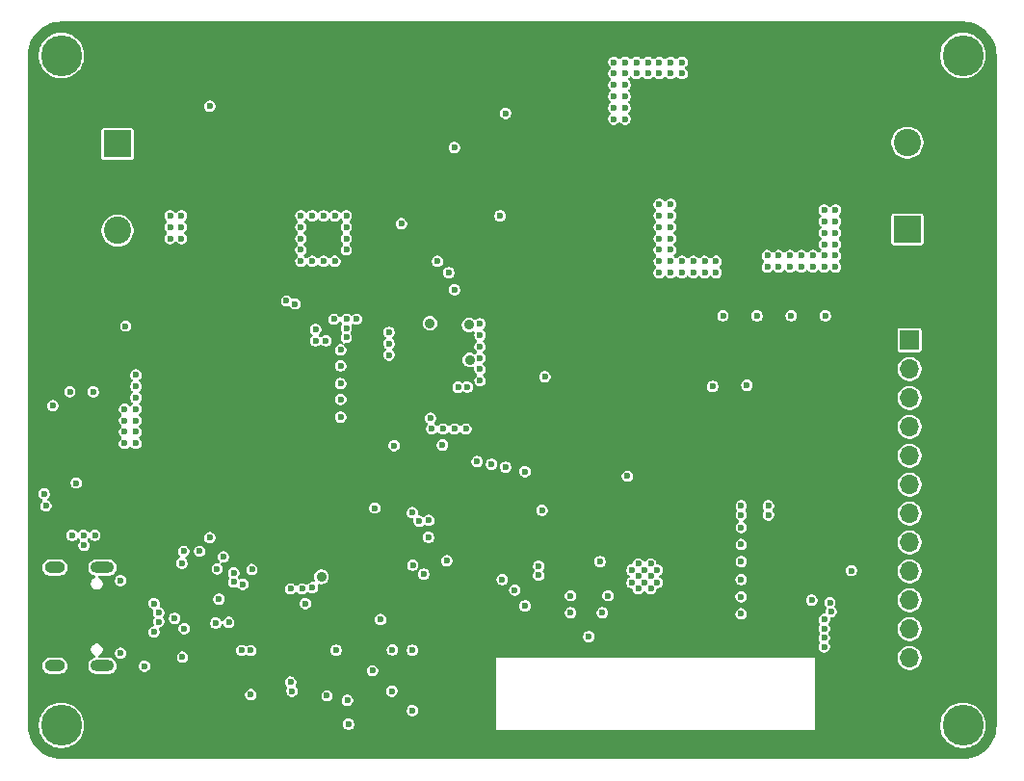
<source format=gbr>
G04 #@! TF.GenerationSoftware,KiCad,Pcbnew,9.0.3*
G04 #@! TF.CreationDate,2025-08-19T12:31:52-07:00*
G04 #@! TF.ProjectId,battery_protector,62617474-6572-4795-9f70-726f74656374,rev?*
G04 #@! TF.SameCoordinates,Original*
G04 #@! TF.FileFunction,Copper,L3,Inr*
G04 #@! TF.FilePolarity,Positive*
%FSLAX46Y46*%
G04 Gerber Fmt 4.6, Leading zero omitted, Abs format (unit mm)*
G04 Created by KiCad (PCBNEW 9.0.3) date 2025-08-19 12:31:52*
%MOMM*%
%LPD*%
G01*
G04 APERTURE LIST*
G04 #@! TA.AperFunction,HeatsinkPad*
%ADD10O,2.100000X1.000000*%
G04 #@! TD*
G04 #@! TA.AperFunction,HeatsinkPad*
%ADD11O,1.800000X1.000000*%
G04 #@! TD*
G04 #@! TA.AperFunction,ComponentPad*
%ADD12R,1.700000X1.700000*%
G04 #@! TD*
G04 #@! TA.AperFunction,ComponentPad*
%ADD13O,1.700000X1.700000*%
G04 #@! TD*
G04 #@! TA.AperFunction,ComponentPad*
%ADD14C,3.600000*%
G04 #@! TD*
G04 #@! TA.AperFunction,ComponentPad*
%ADD15R,2.400000X2.400000*%
G04 #@! TD*
G04 #@! TA.AperFunction,ComponentPad*
%ADD16C,2.400000*%
G04 #@! TD*
G04 #@! TA.AperFunction,ViaPad*
%ADD17C,0.600000*%
G04 #@! TD*
G04 #@! TA.AperFunction,ViaPad*
%ADD18C,0.900000*%
G04 #@! TD*
G04 APERTURE END LIST*
D10*
X84556000Y-110930000D03*
D11*
X80376000Y-110930000D03*
D10*
X84556000Y-119570000D03*
D11*
X80376000Y-119570000D03*
D12*
X155500000Y-90940000D03*
D13*
X155500000Y-93480000D03*
X155500000Y-96020000D03*
X155500000Y-98560000D03*
X155500000Y-101100000D03*
X155500000Y-103640000D03*
X155500000Y-106180000D03*
X155500000Y-108720000D03*
X155500000Y-111260000D03*
X155500000Y-113800000D03*
X155500000Y-116340000D03*
X155500000Y-118880000D03*
D14*
X80963923Y-65907119D03*
X160200000Y-65907119D03*
X80963923Y-124800000D03*
X160200000Y-124800000D03*
D15*
X85887500Y-73690000D03*
D16*
X85887500Y-81310000D03*
D15*
X155310000Y-81190000D03*
D16*
X155310000Y-73570000D03*
D17*
X101500000Y-87750000D03*
X115827000Y-95070001D03*
X100739942Y-87489942D03*
X116627003Y-95062002D03*
X103000000Y-80000000D03*
X148000000Y-79500000D03*
X145100000Y-88800000D03*
X133500000Y-83000000D03*
X135500000Y-85000000D03*
X138500000Y-84000000D03*
X111840000Y-110730000D03*
X117750000Y-92500000D03*
X131650000Y-110600000D03*
X86500000Y-99000000D03*
X113243569Y-106777310D03*
X104000000Y-84000000D03*
X106900000Y-89100000D03*
X104200000Y-91000000D03*
X136500000Y-84000000D03*
X137500000Y-85000000D03*
X146900000Y-113800000D03*
X111800000Y-123500000D03*
X102100000Y-112800000D03*
X87500000Y-98000000D03*
X89100000Y-116600000D03*
X91700000Y-109500000D03*
X102000000Y-80000000D03*
X113400000Y-97800000D03*
X149000000Y-80500000D03*
X133500000Y-85000000D03*
X82951000Y-108970000D03*
X81900000Y-108100000D03*
X87500000Y-96000000D03*
X103000000Y-84000000D03*
X106000000Y-90700000D03*
X111800000Y-118200000D03*
X94525000Y-115805000D03*
X132200000Y-112250000D03*
X117750000Y-93500000D03*
X133500000Y-84000000D03*
X106000000Y-80000000D03*
X132750000Y-111700000D03*
X87500000Y-100000000D03*
X103000000Y-112700000D03*
X144000000Y-83500000D03*
X145000000Y-83500000D03*
X132750000Y-110600000D03*
X114500000Y-98750000D03*
X116500000Y-98750000D03*
X83900000Y-108100000D03*
X113500000Y-98750000D03*
X104900000Y-89100000D03*
X87500000Y-94000000D03*
X139100000Y-88800000D03*
X117750000Y-91500000D03*
X109750000Y-92250000D03*
X96100000Y-111400000D03*
X140700000Y-106300000D03*
X136500000Y-85000000D03*
X148000000Y-80500000D03*
X148000000Y-116300000D03*
X138500000Y-85000000D03*
X102000000Y-82000000D03*
X143000000Y-84500000D03*
X131100000Y-111150000D03*
X117750000Y-90500000D03*
X87500000Y-97000000D03*
X144000000Y-84500000D03*
X117750000Y-89500000D03*
D18*
X113343998Y-89441933D03*
D17*
X96900000Y-112400000D03*
X131650000Y-111700000D03*
X105100000Y-118200000D03*
X86500000Y-97000000D03*
X133500000Y-79000000D03*
X91600000Y-118800000D03*
X97700000Y-111100000D03*
X106000000Y-89900000D03*
X133500000Y-80000000D03*
X104000000Y-80000000D03*
X112410000Y-106860000D03*
X103300000Y-90000000D03*
X102000000Y-83000000D03*
X148000000Y-81500000D03*
X143100000Y-105500000D03*
X133300000Y-111150000D03*
X134500000Y-80000000D03*
X133500000Y-81000000D03*
X101100000Y-112800000D03*
X131650000Y-112800000D03*
X148000000Y-117100000D03*
X106000000Y-82000000D03*
X133500000Y-82000000D03*
X146000000Y-83500000D03*
X95670000Y-115750000D03*
X143000000Y-83500000D03*
X149000000Y-82500000D03*
X104300000Y-122200000D03*
X111800000Y-106100000D03*
X148100000Y-88800000D03*
X109750000Y-91250000D03*
X132750000Y-112800000D03*
X148000000Y-82500000D03*
X117750000Y-94500000D03*
X82900000Y-108100000D03*
X146000000Y-84500000D03*
D18*
X116787501Y-89607498D03*
D17*
X105000000Y-84000000D03*
D18*
X116853002Y-92667003D03*
D17*
X115500000Y-98750000D03*
X134500000Y-81000000D03*
X86151000Y-118470000D03*
X106000000Y-83000000D03*
X148000000Y-83500000D03*
X94800000Y-113700000D03*
X135500000Y-84000000D03*
X96100000Y-112200000D03*
X86151000Y-112070000D03*
X137500000Y-84000000D03*
X147000000Y-83500000D03*
X149000000Y-83500000D03*
X86500000Y-98000000D03*
X140700000Y-105500000D03*
X149000000Y-79500000D03*
X86500000Y-100000000D03*
X149000000Y-84500000D03*
X109750000Y-90250000D03*
X79600000Y-105500000D03*
X134500000Y-79000000D03*
X131100000Y-112250000D03*
X90900000Y-115400000D03*
X97600000Y-122100000D03*
X130700000Y-102900000D03*
X149000000Y-81500000D03*
X106000000Y-89100000D03*
X142100000Y-88800000D03*
X102000000Y-81000000D03*
X102000000Y-84000000D03*
X148000000Y-117900000D03*
X87500000Y-99000000D03*
X134500000Y-85000000D03*
X148000000Y-115500000D03*
X147000000Y-84500000D03*
X134500000Y-84000000D03*
X105000000Y-80000000D03*
X132200000Y-111150000D03*
X114830000Y-110330000D03*
X88261000Y-119600000D03*
D18*
X103807750Y-111745250D03*
D17*
X145000000Y-84500000D03*
X87500000Y-95000000D03*
X148000000Y-84500000D03*
X143100000Y-106300000D03*
X134500000Y-82000000D03*
X89100000Y-114100000D03*
X133300000Y-112250000D03*
X103300000Y-91000000D03*
X106000000Y-81000000D03*
X134500000Y-83000000D03*
X121700000Y-102500000D03*
X128300000Y-110400000D03*
X102400000Y-114100000D03*
X141200000Y-94900000D03*
X94000000Y-108300000D03*
X86600000Y-89700000D03*
X94642014Y-111049750D03*
X82250000Y-103500000D03*
X93100000Y-109500000D03*
X117500000Y-101600000D03*
X91549750Y-110549750D03*
X91750034Y-116299411D03*
X95191898Y-109991898D03*
X123450000Y-94150000D03*
X118750000Y-101850000D03*
X101832750Y-108450250D03*
X113570915Y-96179085D03*
X114800000Y-105100000D03*
X144100000Y-117400000D03*
X143200000Y-118200000D03*
X102832750Y-108450250D03*
X92800000Y-115400000D03*
D18*
X103807750Y-110245250D03*
D17*
X144100000Y-118200000D03*
X102832750Y-109350250D03*
X100832750Y-108450250D03*
X145200000Y-107300000D03*
X100832750Y-109350250D03*
X113500000Y-97000000D03*
X114760000Y-108225000D03*
X95500000Y-119230000D03*
X100832750Y-110850250D03*
X143200000Y-117400000D03*
X113280000Y-109090000D03*
X116800000Y-106900000D03*
X115100000Y-106400000D03*
X91100000Y-121230000D03*
X114650001Y-95000000D03*
X112750000Y-96750000D03*
X101832750Y-110850250D03*
X112430000Y-108290000D03*
X101832750Y-109350250D03*
X113900000Y-105100000D03*
X147200000Y-94900000D03*
X90500000Y-82000000D03*
X90500000Y-81000000D03*
X90500000Y-80000000D03*
X91500000Y-80000000D03*
X138200000Y-95000000D03*
X91500000Y-82000000D03*
X91500000Y-81000000D03*
X120000000Y-102100000D03*
X130500000Y-71500000D03*
X135500000Y-66500000D03*
X133500000Y-67500000D03*
X132500000Y-66500000D03*
X134500000Y-66500000D03*
X129500000Y-69500000D03*
X130500000Y-70500000D03*
X134500000Y-67500000D03*
X130500000Y-68500000D03*
X133500000Y-66500000D03*
X130500000Y-69500000D03*
X130500000Y-67500000D03*
X129500000Y-66500000D03*
X129500000Y-70500000D03*
X131500000Y-67500000D03*
X131500000Y-66500000D03*
X129500000Y-67500000D03*
X130500000Y-66500000D03*
X129500000Y-71500000D03*
X132500000Y-67500000D03*
X129500000Y-68500000D03*
X135500000Y-67500000D03*
X89514479Y-114900000D03*
X96800000Y-118220000D03*
X97600000Y-118220000D03*
X89514479Y-115700000D03*
X150400000Y-111200000D03*
X140695000Y-113500000D03*
X105500000Y-93200000D03*
X140700000Y-110400000D03*
X105500000Y-97700000D03*
X129000000Y-113400000D03*
X125700000Y-113400000D03*
X110200000Y-100200000D03*
X140695000Y-115000000D03*
X101100000Y-121000000D03*
X148500000Y-114000000D03*
X119700000Y-112000000D03*
X140695000Y-112000000D03*
X105500000Y-94750000D03*
X140700000Y-108900000D03*
X105500000Y-96150000D03*
X125700000Y-114900000D03*
X128500000Y-114900000D03*
X108300000Y-120000000D03*
X109000000Y-115500000D03*
X112800000Y-111500000D03*
X113229678Y-108267207D03*
X121700000Y-114300000D03*
X120800000Y-112900000D03*
X101213137Y-121791962D03*
X148600000Y-114800000D03*
X108500000Y-105700000D03*
X140700000Y-107400000D03*
X105500000Y-91800000D03*
X115500000Y-86500000D03*
X119500000Y-80000000D03*
X115000000Y-85000000D03*
X120000000Y-71000000D03*
X115500000Y-74000000D03*
X114000000Y-84000000D03*
X83750000Y-95474738D03*
X81700000Y-95474738D03*
X80200000Y-96700000D03*
X79450000Y-104450000D03*
X114450000Y-100150000D03*
X123200000Y-105900000D03*
X127300000Y-117000000D03*
X106100000Y-122600000D03*
X106200000Y-124700000D03*
X110840000Y-80700000D03*
X94000000Y-70375000D03*
X110000000Y-121800000D03*
X110049998Y-118173695D03*
X122900000Y-110800000D03*
X122900000Y-111600000D03*
G04 #@! TA.AperFunction,Conductor*
G36*
X160203472Y-62938195D02*
G01*
X160523297Y-62956156D01*
X160537094Y-62957710D01*
X160849457Y-63010783D01*
X160863014Y-63013877D01*
X161167469Y-63101589D01*
X161180593Y-63106182D01*
X161473304Y-63227426D01*
X161485826Y-63233455D01*
X161656466Y-63327765D01*
X161763139Y-63386721D01*
X161774900Y-63394111D01*
X162033314Y-63577466D01*
X162044174Y-63586127D01*
X162280418Y-63797249D01*
X162290250Y-63807081D01*
X162501372Y-64043325D01*
X162510035Y-64054187D01*
X162693385Y-64312594D01*
X162700778Y-64324360D01*
X162854040Y-64601666D01*
X162860073Y-64614195D01*
X162981317Y-64906906D01*
X162985910Y-64920030D01*
X163073622Y-65224485D01*
X163076716Y-65238042D01*
X163129787Y-65550394D01*
X163131344Y-65564212D01*
X163149305Y-65884027D01*
X163149500Y-65890980D01*
X163149500Y-124809019D01*
X163149305Y-124815972D01*
X163131344Y-125135787D01*
X163129787Y-125149605D01*
X163076716Y-125461957D01*
X163073622Y-125475514D01*
X162985910Y-125779969D01*
X162981317Y-125793093D01*
X162860073Y-126085804D01*
X162854040Y-126098333D01*
X162700778Y-126375639D01*
X162693380Y-126387413D01*
X162510043Y-126645802D01*
X162501372Y-126656674D01*
X162290250Y-126892918D01*
X162280418Y-126902750D01*
X162044174Y-127113872D01*
X162033302Y-127122543D01*
X161774913Y-127305880D01*
X161763139Y-127313278D01*
X161485833Y-127466540D01*
X161473304Y-127472573D01*
X161180593Y-127593817D01*
X161167469Y-127598410D01*
X160863014Y-127686122D01*
X160849457Y-127689216D01*
X160537105Y-127742287D01*
X160523287Y-127743844D01*
X160203472Y-127761805D01*
X160196519Y-127762000D01*
X80953481Y-127762000D01*
X80946528Y-127761805D01*
X80626712Y-127743844D01*
X80612894Y-127742287D01*
X80300542Y-127689216D01*
X80286985Y-127686122D01*
X79982530Y-127598410D01*
X79969406Y-127593817D01*
X79676695Y-127472573D01*
X79664166Y-127466540D01*
X79386860Y-127313278D01*
X79375094Y-127305885D01*
X79116687Y-127122535D01*
X79105825Y-127113872D01*
X78869581Y-126902750D01*
X78859749Y-126892918D01*
X78648627Y-126656674D01*
X78639966Y-126645814D01*
X78456611Y-126387400D01*
X78449221Y-126375639D01*
X78295955Y-126098326D01*
X78289926Y-126085804D01*
X78168682Y-125793093D01*
X78164089Y-125779969D01*
X78076377Y-125475514D01*
X78073283Y-125461957D01*
X78049062Y-125319404D01*
X78020210Y-125149594D01*
X78018656Y-125135797D01*
X78000695Y-124815972D01*
X78000500Y-124809019D01*
X78000500Y-124668872D01*
X78963423Y-124668872D01*
X78963423Y-124931127D01*
X78985722Y-125100497D01*
X78997653Y-125191116D01*
X79065525Y-125444418D01*
X79065528Y-125444428D01*
X79165876Y-125686690D01*
X79165881Y-125686700D01*
X79296998Y-125913803D01*
X79456641Y-126121851D01*
X79456649Y-126121860D01*
X79642063Y-126307274D01*
X79642071Y-126307281D01*
X79850119Y-126466924D01*
X80077222Y-126598041D01*
X80077232Y-126598046D01*
X80319494Y-126698394D01*
X80319504Y-126698398D01*
X80572807Y-126766270D01*
X80832803Y-126800500D01*
X80832810Y-126800500D01*
X81095036Y-126800500D01*
X81095043Y-126800500D01*
X81355039Y-126766270D01*
X81608342Y-126698398D01*
X81850620Y-126598043D01*
X82077726Y-126466924D01*
X82285774Y-126307282D01*
X82285778Y-126307277D01*
X82285783Y-126307274D01*
X82471197Y-126121860D01*
X82471200Y-126121855D01*
X82471205Y-126121851D01*
X82630847Y-125913803D01*
X82761966Y-125686697D01*
X82862321Y-125444419D01*
X82930193Y-125191116D01*
X82964423Y-124931120D01*
X82964423Y-124668880D01*
X82959845Y-124634108D01*
X105699500Y-124634108D01*
X105699500Y-124765892D01*
X105712919Y-124815972D01*
X105733608Y-124893187D01*
X105755505Y-124931113D01*
X105799500Y-125007314D01*
X105892686Y-125100500D01*
X106006814Y-125166392D01*
X106134108Y-125200500D01*
X106134110Y-125200500D01*
X106265890Y-125200500D01*
X106265892Y-125200500D01*
X106267758Y-125200000D01*
X119160000Y-125200000D01*
X147160000Y-125200000D01*
X147160000Y-124668872D01*
X158199500Y-124668872D01*
X158199500Y-124931127D01*
X158221799Y-125100497D01*
X158233730Y-125191116D01*
X158301602Y-125444418D01*
X158301605Y-125444428D01*
X158401953Y-125686690D01*
X158401958Y-125686700D01*
X158533075Y-125913803D01*
X158692718Y-126121851D01*
X158692726Y-126121860D01*
X158878140Y-126307274D01*
X158878148Y-126307281D01*
X159086196Y-126466924D01*
X159313299Y-126598041D01*
X159313309Y-126598046D01*
X159555571Y-126698394D01*
X159555581Y-126698398D01*
X159808884Y-126766270D01*
X160068880Y-126800500D01*
X160068887Y-126800500D01*
X160331113Y-126800500D01*
X160331120Y-126800500D01*
X160591116Y-126766270D01*
X160844419Y-126698398D01*
X161086697Y-126598043D01*
X161313803Y-126466924D01*
X161521851Y-126307282D01*
X161521855Y-126307277D01*
X161521860Y-126307274D01*
X161707274Y-126121860D01*
X161707277Y-126121855D01*
X161707282Y-126121851D01*
X161866924Y-125913803D01*
X161998043Y-125686697D01*
X162098398Y-125444419D01*
X162166270Y-125191116D01*
X162200500Y-124931120D01*
X162200500Y-124668880D01*
X162166270Y-124408884D01*
X162098398Y-124155581D01*
X162098394Y-124155571D01*
X161998046Y-123913309D01*
X161998041Y-123913299D01*
X161866924Y-123686196D01*
X161707281Y-123478148D01*
X161707274Y-123478140D01*
X161521860Y-123292726D01*
X161521851Y-123292718D01*
X161313803Y-123133075D01*
X161086700Y-123001958D01*
X161086690Y-123001953D01*
X160844428Y-122901605D01*
X160844421Y-122901603D01*
X160844419Y-122901602D01*
X160591116Y-122833730D01*
X160533339Y-122826123D01*
X160331127Y-122799500D01*
X160331120Y-122799500D01*
X160068880Y-122799500D01*
X160068872Y-122799500D01*
X159837772Y-122829926D01*
X159808884Y-122833730D01*
X159555581Y-122901602D01*
X159555571Y-122901605D01*
X159313309Y-123001953D01*
X159313299Y-123001958D01*
X159086196Y-123133075D01*
X158878148Y-123292718D01*
X158692718Y-123478148D01*
X158533075Y-123686196D01*
X158401958Y-123913299D01*
X158401953Y-123913309D01*
X158301605Y-124155571D01*
X158301602Y-124155581D01*
X158233730Y-124408885D01*
X158199500Y-124668872D01*
X147160000Y-124668872D01*
X147160000Y-118900000D01*
X119160000Y-118900000D01*
X119160000Y-125200000D01*
X106267758Y-125200000D01*
X106393186Y-125166392D01*
X106507314Y-125100500D01*
X106600500Y-125007314D01*
X106666392Y-124893186D01*
X106700500Y-124765892D01*
X106700500Y-124634108D01*
X106666392Y-124506814D01*
X106600500Y-124392686D01*
X106507314Y-124299500D01*
X106450250Y-124266554D01*
X106393187Y-124233608D01*
X106329539Y-124216554D01*
X106265892Y-124199500D01*
X106134108Y-124199500D01*
X106006812Y-124233608D01*
X105892686Y-124299500D01*
X105892683Y-124299502D01*
X105799502Y-124392683D01*
X105799500Y-124392686D01*
X105733608Y-124506812D01*
X105699500Y-124634108D01*
X82959845Y-124634108D01*
X82930193Y-124408884D01*
X82862321Y-124155581D01*
X82862317Y-124155571D01*
X82761969Y-123913309D01*
X82761964Y-123913299D01*
X82630847Y-123686196D01*
X82489098Y-123501468D01*
X82471205Y-123478149D01*
X82471204Y-123478148D01*
X82471202Y-123478145D01*
X82427165Y-123434108D01*
X111299500Y-123434108D01*
X111299500Y-123565891D01*
X111333608Y-123693187D01*
X111366554Y-123750250D01*
X111399500Y-123807314D01*
X111492686Y-123900500D01*
X111606814Y-123966392D01*
X111734108Y-124000500D01*
X111734110Y-124000500D01*
X111865890Y-124000500D01*
X111865892Y-124000500D01*
X111993186Y-123966392D01*
X112107314Y-123900500D01*
X112200500Y-123807314D01*
X112266392Y-123693186D01*
X112300500Y-123565892D01*
X112300500Y-123434108D01*
X112266392Y-123306814D01*
X112200500Y-123192686D01*
X112107314Y-123099500D01*
X112049968Y-123066391D01*
X111993187Y-123033608D01*
X111875065Y-123001958D01*
X111865892Y-122999500D01*
X111734108Y-122999500D01*
X111606812Y-123033608D01*
X111492686Y-123099500D01*
X111492683Y-123099502D01*
X111399502Y-123192683D01*
X111399500Y-123192686D01*
X111333608Y-123306812D01*
X111299500Y-123434108D01*
X82427165Y-123434108D01*
X82285783Y-123292726D01*
X82285774Y-123292718D01*
X82077726Y-123133075D01*
X81850623Y-123001958D01*
X81850613Y-123001953D01*
X81608351Y-122901605D01*
X81608344Y-122901603D01*
X81608342Y-122901602D01*
X81355039Y-122833730D01*
X81297262Y-122826123D01*
X81095050Y-122799500D01*
X81095043Y-122799500D01*
X80832803Y-122799500D01*
X80832795Y-122799500D01*
X80601695Y-122829926D01*
X80572807Y-122833730D01*
X80319504Y-122901602D01*
X80319494Y-122901605D01*
X80077232Y-123001953D01*
X80077222Y-123001958D01*
X79850119Y-123133075D01*
X79642071Y-123292718D01*
X79456641Y-123478148D01*
X79296998Y-123686196D01*
X79165881Y-123913299D01*
X79165876Y-123913309D01*
X79065528Y-124155571D01*
X79065525Y-124155581D01*
X78997653Y-124408885D01*
X78963423Y-124668872D01*
X78000500Y-124668872D01*
X78000500Y-122034108D01*
X97099500Y-122034108D01*
X97099500Y-122165891D01*
X97133608Y-122293187D01*
X97166554Y-122350250D01*
X97199500Y-122407314D01*
X97292686Y-122500500D01*
X97406814Y-122566392D01*
X97534108Y-122600500D01*
X97534110Y-122600500D01*
X97665890Y-122600500D01*
X97665892Y-122600500D01*
X97793186Y-122566392D01*
X97907314Y-122500500D01*
X98000500Y-122407314D01*
X98066392Y-122293186D01*
X98100500Y-122165892D01*
X98100500Y-122034108D01*
X98066392Y-121906814D01*
X98000500Y-121792686D01*
X97907314Y-121699500D01*
X97850250Y-121666554D01*
X97793187Y-121633608D01*
X97693188Y-121606814D01*
X97665892Y-121599500D01*
X97534108Y-121599500D01*
X97406812Y-121633608D01*
X97292686Y-121699500D01*
X97292683Y-121699502D01*
X97199502Y-121792683D01*
X97199500Y-121792686D01*
X97133608Y-121906812D01*
X97099500Y-122034108D01*
X78000500Y-122034108D01*
X78000500Y-120934108D01*
X100599500Y-120934108D01*
X100599500Y-121065891D01*
X100633608Y-121193187D01*
X100666554Y-121250250D01*
X100699500Y-121307314D01*
X100699502Y-121307316D01*
X100768854Y-121376668D01*
X100802339Y-121437991D01*
X100797355Y-121507683D01*
X100788560Y-121526349D01*
X100746746Y-121598772D01*
X100746746Y-121598773D01*
X100746746Y-121598774D01*
X100746745Y-121598776D01*
X100712637Y-121726070D01*
X100712637Y-121857854D01*
X100714791Y-121865892D01*
X100746745Y-121985149D01*
X100759254Y-122006814D01*
X100812637Y-122099276D01*
X100905823Y-122192462D01*
X101019951Y-122258354D01*
X101147245Y-122292462D01*
X101147247Y-122292462D01*
X101279027Y-122292462D01*
X101279029Y-122292462D01*
X101406323Y-122258354D01*
X101520451Y-122192462D01*
X101578805Y-122134108D01*
X103799500Y-122134108D01*
X103799500Y-122265892D01*
X103806813Y-122293186D01*
X103833608Y-122393187D01*
X103841766Y-122407316D01*
X103899500Y-122507314D01*
X103992686Y-122600500D01*
X104091521Y-122657563D01*
X104105944Y-122665890D01*
X104106814Y-122666392D01*
X104234108Y-122700500D01*
X104234110Y-122700500D01*
X104365890Y-122700500D01*
X104365892Y-122700500D01*
X104493186Y-122666392D01*
X104607314Y-122600500D01*
X104673706Y-122534108D01*
X105599500Y-122534108D01*
X105599500Y-122665891D01*
X105633608Y-122793187D01*
X105637253Y-122799500D01*
X105699500Y-122907314D01*
X105792686Y-123000500D01*
X105906814Y-123066392D01*
X106034108Y-123100500D01*
X106034110Y-123100500D01*
X106165890Y-123100500D01*
X106165892Y-123100500D01*
X106293186Y-123066392D01*
X106407314Y-123000500D01*
X106500500Y-122907314D01*
X106566392Y-122793186D01*
X106600500Y-122665892D01*
X106600500Y-122534108D01*
X106566392Y-122406814D01*
X106500500Y-122292686D01*
X106407314Y-122199500D01*
X106349100Y-122165890D01*
X106293187Y-122133608D01*
X106229539Y-122116554D01*
X106165892Y-122099500D01*
X106034108Y-122099500D01*
X105906812Y-122133608D01*
X105792686Y-122199500D01*
X105792683Y-122199502D01*
X105699502Y-122292683D01*
X105699500Y-122292686D01*
X105633608Y-122406812D01*
X105599500Y-122534108D01*
X104673706Y-122534108D01*
X104700500Y-122507314D01*
X104713023Y-122485622D01*
X104725520Y-122463980D01*
X104766390Y-122393189D01*
X104766392Y-122393186D01*
X104800500Y-122265892D01*
X104800500Y-122134108D01*
X104766392Y-122006814D01*
X104700500Y-121892686D01*
X104607314Y-121799500D01*
X104550250Y-121766554D01*
X104494053Y-121734108D01*
X109499500Y-121734108D01*
X109499500Y-121865892D01*
X109510464Y-121906812D01*
X109533608Y-121993187D01*
X109566554Y-122050250D01*
X109599500Y-122107314D01*
X109692686Y-122200500D01*
X109791521Y-122257563D01*
X109805944Y-122265890D01*
X109806814Y-122266392D01*
X109934108Y-122300500D01*
X109934110Y-122300500D01*
X110065890Y-122300500D01*
X110065892Y-122300500D01*
X110193186Y-122266392D01*
X110307314Y-122200500D01*
X110400500Y-122107314D01*
X110466392Y-121993186D01*
X110500500Y-121865892D01*
X110500500Y-121734108D01*
X110466392Y-121606814D01*
X110400500Y-121492686D01*
X110307314Y-121399500D01*
X110227396Y-121353359D01*
X110193187Y-121333608D01*
X110129539Y-121316554D01*
X110065892Y-121299500D01*
X109934108Y-121299500D01*
X109806812Y-121333608D01*
X109692686Y-121399500D01*
X109692683Y-121399502D01*
X109599502Y-121492683D01*
X109599500Y-121492686D01*
X109533608Y-121606812D01*
X109501654Y-121726070D01*
X109499500Y-121734108D01*
X104494053Y-121734108D01*
X104493187Y-121733608D01*
X104429539Y-121716554D01*
X104365892Y-121699500D01*
X104234108Y-121699500D01*
X104106812Y-121733608D01*
X103992686Y-121799500D01*
X103992683Y-121799502D01*
X103899502Y-121892683D01*
X103899500Y-121892686D01*
X103833608Y-122006812D01*
X103808773Y-122099500D01*
X103799500Y-122134108D01*
X101578805Y-122134108D01*
X101613637Y-122099276D01*
X101679529Y-121985148D01*
X101713637Y-121857854D01*
X101713637Y-121726070D01*
X101679529Y-121598776D01*
X101613637Y-121484648D01*
X101544282Y-121415293D01*
X101510797Y-121353970D01*
X101515781Y-121284278D01*
X101524577Y-121265611D01*
X101566389Y-121193191D01*
X101566388Y-121193191D01*
X101566392Y-121193186D01*
X101600500Y-121065892D01*
X101600500Y-120934108D01*
X101566392Y-120806814D01*
X101500500Y-120692686D01*
X101407314Y-120599500D01*
X101350250Y-120566554D01*
X101293187Y-120533608D01*
X101229539Y-120516554D01*
X101165892Y-120499500D01*
X101034108Y-120499500D01*
X100906812Y-120533608D01*
X100792686Y-120599500D01*
X100792683Y-120599502D01*
X100699502Y-120692683D01*
X100699500Y-120692686D01*
X100633608Y-120806812D01*
X100599500Y-120934108D01*
X78000500Y-120934108D01*
X78000500Y-119638995D01*
X79275499Y-119638995D01*
X79302418Y-119774322D01*
X79302421Y-119774332D01*
X79355221Y-119901804D01*
X79355228Y-119901817D01*
X79431885Y-120016541D01*
X79431888Y-120016545D01*
X79529454Y-120114111D01*
X79529458Y-120114114D01*
X79644182Y-120190771D01*
X79644195Y-120190778D01*
X79771667Y-120243578D01*
X79771672Y-120243580D01*
X79771676Y-120243580D01*
X79771677Y-120243581D01*
X79907004Y-120270500D01*
X79907007Y-120270500D01*
X80844995Y-120270500D01*
X80936041Y-120252389D01*
X80980328Y-120243580D01*
X81101988Y-120193187D01*
X81107804Y-120190778D01*
X81107804Y-120190777D01*
X81107811Y-120190775D01*
X81222542Y-120114114D01*
X81320114Y-120016542D01*
X81396775Y-119901811D01*
X81449580Y-119774328D01*
X81465165Y-119695977D01*
X81476500Y-119638995D01*
X83305499Y-119638995D01*
X83332418Y-119774322D01*
X83332421Y-119774332D01*
X83385221Y-119901804D01*
X83385228Y-119901817D01*
X83461885Y-120016541D01*
X83461888Y-120016545D01*
X83559454Y-120114111D01*
X83559458Y-120114114D01*
X83674182Y-120190771D01*
X83674195Y-120190778D01*
X83801667Y-120243578D01*
X83801672Y-120243580D01*
X83801676Y-120243580D01*
X83801677Y-120243581D01*
X83937004Y-120270500D01*
X83937007Y-120270500D01*
X85174995Y-120270500D01*
X85266041Y-120252389D01*
X85310328Y-120243580D01*
X85431988Y-120193187D01*
X85437804Y-120190778D01*
X85437804Y-120190777D01*
X85437811Y-120190775D01*
X85552542Y-120114114D01*
X85650114Y-120016542D01*
X85726775Y-119901811D01*
X85779580Y-119774328D01*
X85795165Y-119695977D01*
X85806500Y-119638995D01*
X85806500Y-119534108D01*
X87760500Y-119534108D01*
X87760500Y-119665892D01*
X87768561Y-119695975D01*
X87794608Y-119793187D01*
X87827554Y-119850250D01*
X87860500Y-119907314D01*
X87953686Y-120000500D01*
X88052521Y-120057563D01*
X88066944Y-120065890D01*
X88067814Y-120066392D01*
X88195108Y-120100500D01*
X88195110Y-120100500D01*
X88326890Y-120100500D01*
X88326892Y-120100500D01*
X88454186Y-120066392D01*
X88568314Y-120000500D01*
X88634706Y-119934108D01*
X107799500Y-119934108D01*
X107799500Y-120065891D01*
X107833608Y-120193187D01*
X107862702Y-120243578D01*
X107899500Y-120307314D01*
X107992686Y-120400500D01*
X108106814Y-120466392D01*
X108234108Y-120500500D01*
X108234110Y-120500500D01*
X108365890Y-120500500D01*
X108365892Y-120500500D01*
X108493186Y-120466392D01*
X108607314Y-120400500D01*
X108700500Y-120307314D01*
X108766392Y-120193186D01*
X108800500Y-120065892D01*
X108800500Y-119934108D01*
X108766392Y-119806814D01*
X108700500Y-119692686D01*
X108607314Y-119599500D01*
X108520984Y-119549657D01*
X108493187Y-119533608D01*
X108429539Y-119516554D01*
X108365892Y-119499500D01*
X108234108Y-119499500D01*
X108106812Y-119533608D01*
X107992686Y-119599500D01*
X107992683Y-119599502D01*
X107899502Y-119692683D01*
X107899500Y-119692686D01*
X107833608Y-119806812D01*
X107799500Y-119934108D01*
X88634706Y-119934108D01*
X88661500Y-119907314D01*
X88674023Y-119885622D01*
X88686520Y-119863980D01*
X88727390Y-119793189D01*
X88727392Y-119793186D01*
X88761500Y-119665892D01*
X88761500Y-119534108D01*
X88727392Y-119406814D01*
X88661500Y-119292686D01*
X88568314Y-119199500D01*
X88511250Y-119166554D01*
X88454187Y-119133608D01*
X88390539Y-119116554D01*
X88326892Y-119099500D01*
X88195108Y-119099500D01*
X88067812Y-119133608D01*
X87953686Y-119199500D01*
X87953683Y-119199502D01*
X87860502Y-119292683D01*
X87860500Y-119292686D01*
X87794608Y-119406812D01*
X87769773Y-119499500D01*
X87760500Y-119534108D01*
X85806500Y-119534108D01*
X85806500Y-119501004D01*
X85779581Y-119365677D01*
X85779580Y-119365676D01*
X85779580Y-119365672D01*
X85752585Y-119300499D01*
X85726778Y-119238195D01*
X85726771Y-119238182D01*
X85650114Y-119123458D01*
X85650111Y-119123454D01*
X85552545Y-119025888D01*
X85552541Y-119025885D01*
X85437817Y-118949228D01*
X85437804Y-118949221D01*
X85310332Y-118896421D01*
X85310322Y-118896418D01*
X85174995Y-118869500D01*
X85174993Y-118869500D01*
X84303268Y-118869500D01*
X84236229Y-118849815D01*
X84190474Y-118797011D01*
X84180530Y-118727853D01*
X84209555Y-118664297D01*
X84251831Y-118633812D01*
X84251797Y-118633752D01*
X84252391Y-118633408D01*
X84255818Y-118630938D01*
X84258829Y-118629689D01*
X84258836Y-118629688D01*
X84378665Y-118560505D01*
X84476505Y-118462665D01*
X84510313Y-118404108D01*
X85650500Y-118404108D01*
X85650500Y-118535892D01*
X85657095Y-118560505D01*
X85684608Y-118663187D01*
X85698005Y-118686391D01*
X85750500Y-118777314D01*
X85843686Y-118870500D01*
X85957814Y-118936392D01*
X86085108Y-118970500D01*
X86085110Y-118970500D01*
X86216890Y-118970500D01*
X86216892Y-118970500D01*
X86344186Y-118936392D01*
X86458314Y-118870500D01*
X86551500Y-118777314D01*
X86576445Y-118734108D01*
X91099500Y-118734108D01*
X91099500Y-118865892D01*
X91100735Y-118870500D01*
X91133608Y-118993187D01*
X91166554Y-119050250D01*
X91199500Y-119107314D01*
X91292686Y-119200500D01*
X91406814Y-119266392D01*
X91534108Y-119300500D01*
X91534110Y-119300500D01*
X91665890Y-119300500D01*
X91665892Y-119300500D01*
X91793186Y-119266392D01*
X91907314Y-119200500D01*
X92000500Y-119107314D01*
X92066392Y-118993186D01*
X92100500Y-118865892D01*
X92100500Y-118776530D01*
X154449500Y-118776530D01*
X154449500Y-118983469D01*
X154474135Y-119107316D01*
X154489870Y-119186420D01*
X154569059Y-119377598D01*
X154626541Y-119463626D01*
X154684024Y-119549657D01*
X154830342Y-119695975D01*
X154830345Y-119695977D01*
X155002402Y-119810941D01*
X155193580Y-119890130D01*
X155396530Y-119930499D01*
X155396534Y-119930500D01*
X155396535Y-119930500D01*
X155603466Y-119930500D01*
X155603467Y-119930499D01*
X155806420Y-119890130D01*
X155997598Y-119810941D01*
X156169655Y-119695977D01*
X156315977Y-119549655D01*
X156430941Y-119377598D01*
X156510130Y-119186420D01*
X156550500Y-118983465D01*
X156550500Y-118776535D01*
X156510130Y-118573580D01*
X156430941Y-118382402D01*
X156315977Y-118210345D01*
X156315975Y-118210342D01*
X156169657Y-118064024D01*
X156079237Y-118003608D01*
X155997598Y-117949059D01*
X155909786Y-117912686D01*
X155806420Y-117869870D01*
X155806412Y-117869868D01*
X155603469Y-117829500D01*
X155603465Y-117829500D01*
X155396535Y-117829500D01*
X155396530Y-117829500D01*
X155193587Y-117869868D01*
X155193579Y-117869870D01*
X155002403Y-117949058D01*
X154830342Y-118064024D01*
X154684024Y-118210342D01*
X154569058Y-118382403D01*
X154489870Y-118573579D01*
X154489868Y-118573587D01*
X154449500Y-118776530D01*
X92100500Y-118776530D01*
X92100500Y-118734108D01*
X92066392Y-118606814D01*
X92000500Y-118492686D01*
X91907314Y-118399500D01*
X91849968Y-118366391D01*
X91793187Y-118333608D01*
X91729539Y-118316554D01*
X91665892Y-118299500D01*
X91534108Y-118299500D01*
X91406812Y-118333608D01*
X91292686Y-118399500D01*
X91292683Y-118399502D01*
X91199502Y-118492683D01*
X91199500Y-118492686D01*
X91133608Y-118606812D01*
X91112285Y-118686392D01*
X91099500Y-118734108D01*
X86576445Y-118734108D01*
X86603995Y-118686391D01*
X86616934Y-118663980D01*
X86616935Y-118663978D01*
X86617389Y-118663193D01*
X86617389Y-118663190D01*
X86617392Y-118663186D01*
X86651500Y-118535892D01*
X86651500Y-118404108D01*
X86617392Y-118276814D01*
X86551500Y-118162686D01*
X86542922Y-118154108D01*
X96299500Y-118154108D01*
X96299500Y-118285892D01*
X96316554Y-118349539D01*
X96333608Y-118413187D01*
X96362172Y-118462661D01*
X96399500Y-118527314D01*
X96492686Y-118620500D01*
X96606814Y-118686392D01*
X96734108Y-118720500D01*
X96734110Y-118720500D01*
X96865890Y-118720500D01*
X96865892Y-118720500D01*
X96993186Y-118686392D01*
X97107314Y-118620500D01*
X97112319Y-118615495D01*
X97173642Y-118582010D01*
X97243334Y-118586994D01*
X97287681Y-118615495D01*
X97292686Y-118620500D01*
X97406814Y-118686392D01*
X97534108Y-118720500D01*
X97534110Y-118720500D01*
X97665890Y-118720500D01*
X97665892Y-118720500D01*
X97793186Y-118686392D01*
X97907314Y-118620500D01*
X98000500Y-118527314D01*
X98066392Y-118413186D01*
X98100500Y-118285892D01*
X98100500Y-118154108D01*
X98095141Y-118134108D01*
X104599500Y-118134108D01*
X104599500Y-118265892D01*
X104604859Y-118285891D01*
X104633608Y-118393187D01*
X104666554Y-118450250D01*
X104699500Y-118507314D01*
X104792686Y-118600500D01*
X104859810Y-118639254D01*
X104901264Y-118663188D01*
X104906814Y-118666392D01*
X105034108Y-118700500D01*
X105034110Y-118700500D01*
X105165890Y-118700500D01*
X105165892Y-118700500D01*
X105293186Y-118666392D01*
X105407314Y-118600500D01*
X105500500Y-118507314D01*
X105566392Y-118393186D01*
X105600500Y-118265892D01*
X105600500Y-118134108D01*
X105593452Y-118107803D01*
X109549498Y-118107803D01*
X109549498Y-118239587D01*
X109565819Y-118300497D01*
X109583606Y-118366882D01*
X109602440Y-118399502D01*
X109649498Y-118481009D01*
X109742684Y-118574195D01*
X109856812Y-118640087D01*
X109984106Y-118674195D01*
X109984108Y-118674195D01*
X110115888Y-118674195D01*
X110115890Y-118674195D01*
X110243184Y-118640087D01*
X110357312Y-118574195D01*
X110450498Y-118481009D01*
X110516390Y-118366881D01*
X110550498Y-118239587D01*
X110550498Y-118134108D01*
X111299500Y-118134108D01*
X111299500Y-118265892D01*
X111304859Y-118285891D01*
X111333608Y-118393187D01*
X111366554Y-118450250D01*
X111399500Y-118507314D01*
X111492686Y-118600500D01*
X111559810Y-118639254D01*
X111601264Y-118663188D01*
X111606814Y-118666392D01*
X111734108Y-118700500D01*
X111734110Y-118700500D01*
X111865890Y-118700500D01*
X111865892Y-118700500D01*
X111993186Y-118666392D01*
X112107314Y-118600500D01*
X112200500Y-118507314D01*
X112266392Y-118393186D01*
X112300500Y-118265892D01*
X112300500Y-118134108D01*
X112266392Y-118006814D01*
X112200500Y-117892686D01*
X112107314Y-117799500D01*
X112027827Y-117753608D01*
X111993187Y-117733608D01*
X111893188Y-117706814D01*
X111865892Y-117699500D01*
X111734108Y-117699500D01*
X111606812Y-117733608D01*
X111492686Y-117799500D01*
X111492683Y-117799502D01*
X111399502Y-117892683D01*
X111399500Y-117892686D01*
X111333608Y-118006812D01*
X111306548Y-118107803D01*
X111299500Y-118134108D01*
X110550498Y-118134108D01*
X110550498Y-118107803D01*
X110516390Y-117980509D01*
X110450498Y-117866381D01*
X110357312Y-117773195D01*
X110300248Y-117740249D01*
X110243185Y-117707303D01*
X110179537Y-117690249D01*
X110115890Y-117673195D01*
X109984106Y-117673195D01*
X109856810Y-117707303D01*
X109742684Y-117773195D01*
X109742681Y-117773197D01*
X109649500Y-117866378D01*
X109649498Y-117866381D01*
X109583606Y-117980507D01*
X109559408Y-118070817D01*
X109549498Y-118107803D01*
X105593452Y-118107803D01*
X105566392Y-118006814D01*
X105500500Y-117892686D01*
X105407314Y-117799500D01*
X105327827Y-117753608D01*
X105293187Y-117733608D01*
X105193188Y-117706814D01*
X105165892Y-117699500D01*
X105034108Y-117699500D01*
X104906812Y-117733608D01*
X104792686Y-117799500D01*
X104792683Y-117799502D01*
X104699502Y-117892683D01*
X104699500Y-117892686D01*
X104633608Y-118006812D01*
X104606548Y-118107803D01*
X104599500Y-118134108D01*
X98095141Y-118134108D01*
X98066392Y-118026814D01*
X98000500Y-117912686D01*
X97907314Y-117819500D01*
X97827112Y-117773195D01*
X97793187Y-117753608D01*
X97718544Y-117733608D01*
X97665892Y-117719500D01*
X97534108Y-117719500D01*
X97406812Y-117753608D01*
X97292686Y-117819500D01*
X97292683Y-117819502D01*
X97287681Y-117824505D01*
X97226358Y-117857990D01*
X97156666Y-117853006D01*
X97112319Y-117824505D01*
X97107316Y-117819502D01*
X97107314Y-117819500D01*
X97027112Y-117773195D01*
X96993187Y-117753608D01*
X96918544Y-117733608D01*
X96865892Y-117719500D01*
X96734108Y-117719500D01*
X96606812Y-117753608D01*
X96492686Y-117819500D01*
X96492683Y-117819502D01*
X96399502Y-117912683D01*
X96399500Y-117912686D01*
X96333608Y-118026812D01*
X96311907Y-118107803D01*
X96299500Y-118154108D01*
X86542922Y-118154108D01*
X86458314Y-118069500D01*
X86384380Y-118026814D01*
X86344187Y-118003608D01*
X86280539Y-117986554D01*
X86216892Y-117969500D01*
X86085108Y-117969500D01*
X85957812Y-118003608D01*
X85843686Y-118069500D01*
X85843683Y-118069502D01*
X85750502Y-118162683D01*
X85750500Y-118162686D01*
X85684608Y-118276812D01*
X85653426Y-118393187D01*
X85650500Y-118404108D01*
X84510313Y-118404108D01*
X84545688Y-118342836D01*
X84581500Y-118209183D01*
X84581500Y-118070817D01*
X84545688Y-117937164D01*
X84486189Y-117834108D01*
X84476507Y-117817338D01*
X84476503Y-117817333D01*
X84378666Y-117719496D01*
X84378661Y-117719492D01*
X84258838Y-117650313D01*
X84258837Y-117650312D01*
X84258836Y-117650312D01*
X84125183Y-117614500D01*
X83986817Y-117614500D01*
X83853164Y-117650312D01*
X83853161Y-117650313D01*
X83733338Y-117719492D01*
X83733333Y-117719496D01*
X83635496Y-117817333D01*
X83635492Y-117817338D01*
X83566313Y-117937161D01*
X83566312Y-117937164D01*
X83530500Y-118070817D01*
X83530500Y-118209183D01*
X83563840Y-118333608D01*
X83566312Y-118342835D01*
X83566313Y-118342838D01*
X83635492Y-118462661D01*
X83635494Y-118462664D01*
X83635495Y-118462665D01*
X83733335Y-118560505D01*
X83733336Y-118560506D01*
X83733338Y-118560507D01*
X83757045Y-118574194D01*
X83853164Y-118629688D01*
X83888868Y-118639254D01*
X83948528Y-118675618D01*
X83979058Y-118738465D01*
X83970764Y-118807840D01*
X83926279Y-118861719D01*
X83880967Y-118880646D01*
X83801678Y-118896418D01*
X83801667Y-118896421D01*
X83674195Y-118949221D01*
X83674182Y-118949228D01*
X83559458Y-119025885D01*
X83559454Y-119025888D01*
X83461888Y-119123454D01*
X83461885Y-119123458D01*
X83385228Y-119238182D01*
X83385221Y-119238195D01*
X83332421Y-119365667D01*
X83332418Y-119365677D01*
X83305500Y-119501004D01*
X83305500Y-119501007D01*
X83305500Y-119638993D01*
X83305500Y-119638995D01*
X83305499Y-119638995D01*
X81476500Y-119638995D01*
X81476500Y-119501004D01*
X81449581Y-119365677D01*
X81449580Y-119365676D01*
X81449580Y-119365672D01*
X81422585Y-119300499D01*
X81396778Y-119238195D01*
X81396771Y-119238182D01*
X81320114Y-119123458D01*
X81320111Y-119123454D01*
X81222545Y-119025888D01*
X81222541Y-119025885D01*
X81107817Y-118949228D01*
X81107804Y-118949221D01*
X80980332Y-118896421D01*
X80980322Y-118896418D01*
X80844995Y-118869500D01*
X80844993Y-118869500D01*
X79907007Y-118869500D01*
X79907005Y-118869500D01*
X79771677Y-118896418D01*
X79771667Y-118896421D01*
X79644195Y-118949221D01*
X79644182Y-118949228D01*
X79529458Y-119025885D01*
X79529454Y-119025888D01*
X79431888Y-119123454D01*
X79431885Y-119123458D01*
X79355228Y-119238182D01*
X79355221Y-119238195D01*
X79302421Y-119365667D01*
X79302418Y-119365677D01*
X79275500Y-119501004D01*
X79275500Y-119501007D01*
X79275500Y-119638993D01*
X79275500Y-119638995D01*
X79275499Y-119638995D01*
X78000500Y-119638995D01*
X78000500Y-114034108D01*
X88599500Y-114034108D01*
X88599500Y-114165892D01*
X88608772Y-114200497D01*
X88633608Y-114293187D01*
X88641766Y-114307316D01*
X88699500Y-114407314D01*
X88792686Y-114500500D01*
X88906814Y-114566392D01*
X88953955Y-114579023D01*
X89013614Y-114615386D01*
X89044144Y-114678232D01*
X89041636Y-114730889D01*
X89013979Y-114834108D01*
X89013979Y-114965892D01*
X89021292Y-114993186D01*
X89048087Y-115093187D01*
X89056245Y-115107316D01*
X89113979Y-115207314D01*
X89113981Y-115207316D01*
X89118984Y-115212319D01*
X89152469Y-115273642D01*
X89147485Y-115343334D01*
X89118984Y-115387681D01*
X89113981Y-115392683D01*
X89113979Y-115392686D01*
X89048087Y-115506812D01*
X89024814Y-115593670D01*
X89013979Y-115634108D01*
X89013979Y-115765892D01*
X89042850Y-115873642D01*
X89048088Y-115893188D01*
X89048088Y-115893189D01*
X89068570Y-115928665D01*
X89085043Y-115996566D01*
X89062190Y-116062592D01*
X89007269Y-116105783D01*
X88993278Y-116110440D01*
X88943876Y-116123677D01*
X88906814Y-116133608D01*
X88906813Y-116133608D01*
X88906811Y-116133609D01*
X88792686Y-116199500D01*
X88792683Y-116199502D01*
X88699502Y-116292683D01*
X88699500Y-116292686D01*
X88633608Y-116406812D01*
X88608773Y-116499500D01*
X88599500Y-116534108D01*
X88599500Y-116665892D01*
X88608615Y-116699910D01*
X88633608Y-116793187D01*
X88641475Y-116806812D01*
X88699500Y-116907314D01*
X88792686Y-117000500D01*
X88891521Y-117057563D01*
X88905944Y-117065890D01*
X88906814Y-117066392D01*
X89034108Y-117100500D01*
X89034110Y-117100500D01*
X89165890Y-117100500D01*
X89165892Y-117100500D01*
X89293186Y-117066392D01*
X89407314Y-117000500D01*
X89473706Y-116934108D01*
X126799500Y-116934108D01*
X126799500Y-117065891D01*
X126833608Y-117193187D01*
X126866554Y-117250250D01*
X126899500Y-117307314D01*
X126992686Y-117400500D01*
X127106814Y-117466392D01*
X127234108Y-117500500D01*
X127234110Y-117500500D01*
X127365890Y-117500500D01*
X127365892Y-117500500D01*
X127493186Y-117466392D01*
X127607314Y-117400500D01*
X127700500Y-117307314D01*
X127766392Y-117193186D01*
X127800500Y-117065892D01*
X127800500Y-116934108D01*
X127766392Y-116806814D01*
X127700500Y-116692686D01*
X127607314Y-116599500D01*
X127550250Y-116566554D01*
X127493187Y-116533608D01*
X127429539Y-116516554D01*
X127365892Y-116499500D01*
X127234108Y-116499500D01*
X127106812Y-116533608D01*
X126992686Y-116599500D01*
X126992683Y-116599502D01*
X126899502Y-116692683D01*
X126899500Y-116692686D01*
X126833608Y-116806812D01*
X126799500Y-116934108D01*
X89473706Y-116934108D01*
X89500500Y-116907314D01*
X89513023Y-116885622D01*
X89525520Y-116863980D01*
X89566390Y-116793189D01*
X89566392Y-116793186D01*
X89600500Y-116665892D01*
X89600500Y-116534108D01*
X89566392Y-116406814D01*
X89545908Y-116371334D01*
X89529435Y-116303434D01*
X89552287Y-116237407D01*
X89557231Y-116233519D01*
X91249534Y-116233519D01*
X91249534Y-116365303D01*
X91249692Y-116365891D01*
X91283642Y-116492598D01*
X91316588Y-116549661D01*
X91349534Y-116606725D01*
X91442720Y-116699911D01*
X91556848Y-116765803D01*
X91684142Y-116799911D01*
X91684144Y-116799911D01*
X91815924Y-116799911D01*
X91815926Y-116799911D01*
X91943220Y-116765803D01*
X92057348Y-116699911D01*
X92150534Y-116606725D01*
X92216426Y-116492597D01*
X92250534Y-116365303D01*
X92250534Y-116233519D01*
X92216426Y-116106225D01*
X92150534Y-115992097D01*
X92057348Y-115898911D01*
X91952485Y-115838368D01*
X91952482Y-115838365D01*
X91943227Y-115833021D01*
X91943222Y-115833020D01*
X91943221Y-115833019D01*
X91943220Y-115833019D01*
X91815926Y-115798911D01*
X91684142Y-115798911D01*
X91556848Y-115833019D01*
X91556847Y-115833019D01*
X91556845Y-115833020D01*
X91556844Y-115833020D01*
X91475124Y-115880201D01*
X91475119Y-115880205D01*
X91442720Y-115898911D01*
X91349534Y-115992097D01*
X91345286Y-115999453D01*
X91345286Y-115999454D01*
X91283642Y-116106223D01*
X91254123Y-116216391D01*
X91249534Y-116233519D01*
X89557231Y-116233519D01*
X89607208Y-116194217D01*
X89621194Y-116189561D01*
X89707665Y-116166392D01*
X89821793Y-116100500D01*
X89914979Y-116007314D01*
X89980871Y-115893186D01*
X90014979Y-115765892D01*
X90014979Y-115634108D01*
X89980871Y-115506814D01*
X89969998Y-115487982D01*
X89917823Y-115397612D01*
X89914979Y-115392686D01*
X89906336Y-115384043D01*
X89903015Y-115380120D01*
X89890865Y-115352685D01*
X89880721Y-115334108D01*
X90399500Y-115334108D01*
X90399500Y-115465892D01*
X90405419Y-115487982D01*
X90433608Y-115593187D01*
X90459574Y-115638161D01*
X90499500Y-115707314D01*
X90592686Y-115800500D01*
X90706814Y-115866392D01*
X90834108Y-115900500D01*
X90834110Y-115900500D01*
X90965890Y-115900500D01*
X90965892Y-115900500D01*
X91093186Y-115866392D01*
X91207314Y-115800500D01*
X91268706Y-115739108D01*
X94024500Y-115739108D01*
X94024500Y-115870892D01*
X94034587Y-115908539D01*
X94058608Y-115998187D01*
X94063877Y-116007313D01*
X94124500Y-116112314D01*
X94217686Y-116205500D01*
X94331814Y-116271392D01*
X94459108Y-116305500D01*
X94459110Y-116305500D01*
X94590890Y-116305500D01*
X94590892Y-116305500D01*
X94718186Y-116271392D01*
X94832314Y-116205500D01*
X94925500Y-116112314D01*
X94991392Y-115998186D01*
X94991392Y-115998183D01*
X94994500Y-115990682D01*
X94995818Y-115991228D01*
X95027606Y-115939072D01*
X95090451Y-115908539D01*
X95159827Y-115916830D01*
X95213708Y-115961312D01*
X95218408Y-115968821D01*
X95269497Y-116057310D01*
X95269499Y-116057312D01*
X95269500Y-116057314D01*
X95362686Y-116150500D01*
X95476814Y-116216392D01*
X95604108Y-116250500D01*
X95604110Y-116250500D01*
X95735890Y-116250500D01*
X95735892Y-116250500D01*
X95863186Y-116216392D01*
X95977314Y-116150500D01*
X96070500Y-116057314D01*
X96136392Y-115943186D01*
X96170500Y-115815892D01*
X96170500Y-115684108D01*
X96136392Y-115556814D01*
X96070500Y-115442686D01*
X96061922Y-115434108D01*
X108499500Y-115434108D01*
X108499500Y-115565892D01*
X108516554Y-115629539D01*
X108533608Y-115693187D01*
X108541766Y-115707316D01*
X108599500Y-115807314D01*
X108692686Y-115900500D01*
X108806814Y-115966392D01*
X108934108Y-116000500D01*
X108934110Y-116000500D01*
X109065890Y-116000500D01*
X109065892Y-116000500D01*
X109193186Y-115966392D01*
X109307314Y-115900500D01*
X109400500Y-115807314D01*
X109466392Y-115693186D01*
X109500500Y-115565892D01*
X109500500Y-115434108D01*
X109466392Y-115306814D01*
X109400500Y-115192686D01*
X109307314Y-115099500D01*
X109249100Y-115065890D01*
X109193187Y-115033608D01*
X109129539Y-115016554D01*
X109065892Y-114999500D01*
X108934108Y-114999500D01*
X108806812Y-115033608D01*
X108692686Y-115099500D01*
X108692683Y-115099502D01*
X108599502Y-115192683D01*
X108599500Y-115192686D01*
X108533608Y-115306812D01*
X108517644Y-115366392D01*
X108499500Y-115434108D01*
X96061922Y-115434108D01*
X95977314Y-115349500D01*
X95919697Y-115316235D01*
X95863187Y-115283608D01*
X95762636Y-115256666D01*
X95735892Y-115249500D01*
X95604108Y-115249500D01*
X95476812Y-115283608D01*
X95362686Y-115349500D01*
X95362683Y-115349502D01*
X95269502Y-115442683D01*
X95269500Y-115442686D01*
X95203607Y-115556814D01*
X95200500Y-115564318D01*
X95199183Y-115563772D01*
X95167378Y-115615941D01*
X95104528Y-115646463D01*
X95035153Y-115638161D01*
X94981280Y-115593670D01*
X94976591Y-115586178D01*
X94963655Y-115563772D01*
X94925500Y-115497686D01*
X94832314Y-115404500D01*
X94766309Y-115366392D01*
X94718187Y-115338608D01*
X94634688Y-115316235D01*
X94590892Y-115304500D01*
X94459108Y-115304500D01*
X94331812Y-115338608D01*
X94217686Y-115404500D01*
X94217683Y-115404502D01*
X94124502Y-115497683D01*
X94124500Y-115497686D01*
X94058608Y-115611812D01*
X94024500Y-115739108D01*
X91268706Y-115739108D01*
X91300500Y-115707314D01*
X91366392Y-115593186D01*
X91400500Y-115465892D01*
X91400500Y-115334108D01*
X91366392Y-115206814D01*
X91300500Y-115092686D01*
X91207314Y-114999500D01*
X91149100Y-114965890D01*
X91093187Y-114933608D01*
X91029539Y-114916554D01*
X90965892Y-114899500D01*
X90834108Y-114899500D01*
X90706812Y-114933608D01*
X90592686Y-114999500D01*
X90592683Y-114999502D01*
X90499502Y-115092683D01*
X90499500Y-115092686D01*
X90433608Y-115206812D01*
X90408639Y-115300000D01*
X90399500Y-115334108D01*
X89880721Y-115334108D01*
X89876489Y-115326358D01*
X89876866Y-115321077D01*
X89874722Y-115316235D01*
X89879333Y-115286588D01*
X89881473Y-115256666D01*
X89884789Y-115251505D01*
X89885460Y-115247196D01*
X89893085Y-115238597D01*
X89909974Y-115212319D01*
X89914979Y-115207314D01*
X89980871Y-115093186D01*
X90014979Y-114965892D01*
X90014979Y-114834108D01*
X125199500Y-114834108D01*
X125199500Y-114965892D01*
X125206813Y-114993186D01*
X125233608Y-115093187D01*
X125241766Y-115107316D01*
X125299500Y-115207314D01*
X125392686Y-115300500D01*
X125506814Y-115366392D01*
X125634108Y-115400500D01*
X125634110Y-115400500D01*
X125765890Y-115400500D01*
X125765892Y-115400500D01*
X125893186Y-115366392D01*
X126007314Y-115300500D01*
X126100500Y-115207314D01*
X126166392Y-115093186D01*
X126200500Y-114965892D01*
X126200500Y-114834108D01*
X127999500Y-114834108D01*
X127999500Y-114965892D01*
X128006813Y-114993186D01*
X128033608Y-115093187D01*
X128041766Y-115107316D01*
X128099500Y-115207314D01*
X128192686Y-115300500D01*
X128306814Y-115366392D01*
X128434108Y-115400500D01*
X128434110Y-115400500D01*
X128565890Y-115400500D01*
X128565892Y-115400500D01*
X128693186Y-115366392D01*
X128807314Y-115300500D01*
X128900500Y-115207314D01*
X128966392Y-115093186D01*
X129000500Y-114965892D01*
X129000500Y-114934108D01*
X140194500Y-114934108D01*
X140194500Y-115065892D01*
X140211554Y-115129539D01*
X140228608Y-115193187D01*
X140236766Y-115207316D01*
X140294500Y-115307314D01*
X140387686Y-115400500D01*
X140486521Y-115457563D01*
X140500944Y-115465890D01*
X140501814Y-115466392D01*
X140629108Y-115500500D01*
X140629110Y-115500500D01*
X140760890Y-115500500D01*
X140760892Y-115500500D01*
X140888186Y-115466392D01*
X140944103Y-115434108D01*
X147499500Y-115434108D01*
X147499500Y-115565892D01*
X147516554Y-115629539D01*
X147533608Y-115693187D01*
X147541766Y-115707316D01*
X147599500Y-115807314D01*
X147599502Y-115807316D01*
X147604505Y-115812319D01*
X147637990Y-115873642D01*
X147633006Y-115943334D01*
X147604505Y-115987681D01*
X147599502Y-115992683D01*
X147599500Y-115992686D01*
X147533608Y-116106812D01*
X147499500Y-116234108D01*
X147499500Y-116365891D01*
X147533608Y-116493187D01*
X147566554Y-116550250D01*
X147599500Y-116607314D01*
X147599502Y-116607316D01*
X147604505Y-116612319D01*
X147637990Y-116673642D01*
X147633006Y-116743334D01*
X147604505Y-116787681D01*
X147599502Y-116792683D01*
X147599500Y-116792686D01*
X147533608Y-116906812D01*
X147499500Y-117034108D01*
X147499500Y-117165891D01*
X147533608Y-117293187D01*
X147541766Y-117307316D01*
X147599500Y-117407314D01*
X147599502Y-117407316D01*
X147604505Y-117412319D01*
X147637990Y-117473642D01*
X147633006Y-117543334D01*
X147604505Y-117587681D01*
X147599502Y-117592683D01*
X147599500Y-117592686D01*
X147533608Y-117706812D01*
X147499500Y-117834108D01*
X147499500Y-117965891D01*
X147533608Y-118093187D01*
X147566554Y-118150250D01*
X147599500Y-118207314D01*
X147692686Y-118300500D01*
X147806814Y-118366392D01*
X147934108Y-118400500D01*
X147934110Y-118400500D01*
X148065890Y-118400500D01*
X148065892Y-118400500D01*
X148193186Y-118366392D01*
X148307314Y-118300500D01*
X148400500Y-118207314D01*
X148466392Y-118093186D01*
X148500500Y-117965892D01*
X148500500Y-117834108D01*
X148466392Y-117706814D01*
X148400500Y-117592686D01*
X148395495Y-117587681D01*
X148362010Y-117526358D01*
X148366994Y-117456666D01*
X148395495Y-117412319D01*
X148400500Y-117407314D01*
X148466392Y-117293186D01*
X148500500Y-117165892D01*
X148500500Y-117034108D01*
X148466392Y-116906814D01*
X148400500Y-116792686D01*
X148395495Y-116787681D01*
X148362010Y-116726358D01*
X148366994Y-116656666D01*
X148395495Y-116612319D01*
X148400500Y-116607314D01*
X148466392Y-116493186D01*
X148500500Y-116365892D01*
X148500500Y-116236530D01*
X154449500Y-116236530D01*
X154449500Y-116443469D01*
X154489868Y-116646412D01*
X154489870Y-116646420D01*
X154569058Y-116837596D01*
X154684024Y-117009657D01*
X154830342Y-117155975D01*
X154830345Y-117155977D01*
X155002402Y-117270941D01*
X155193580Y-117350130D01*
X155396530Y-117390499D01*
X155396534Y-117390500D01*
X155396535Y-117390500D01*
X155603466Y-117390500D01*
X155603467Y-117390499D01*
X155806420Y-117350130D01*
X155997598Y-117270941D01*
X156169655Y-117155977D01*
X156315977Y-117009655D01*
X156430941Y-116837598D01*
X156510130Y-116646420D01*
X156550500Y-116443465D01*
X156550500Y-116236535D01*
X156510130Y-116033580D01*
X156430941Y-115842402D01*
X156315977Y-115670345D01*
X156315975Y-115670342D01*
X156169657Y-115524024D01*
X156047920Y-115442683D01*
X155997598Y-115409059D01*
X155986596Y-115404502D01*
X155806420Y-115329870D01*
X155806412Y-115329868D01*
X155603469Y-115289500D01*
X155603465Y-115289500D01*
X155396535Y-115289500D01*
X155396530Y-115289500D01*
X155193587Y-115329868D01*
X155193579Y-115329870D01*
X155002403Y-115409058D01*
X154830342Y-115524024D01*
X154684024Y-115670342D01*
X154569058Y-115842403D01*
X154489870Y-116033579D01*
X154489868Y-116033587D01*
X154449500Y-116236530D01*
X148500500Y-116236530D01*
X148500500Y-116234108D01*
X148466392Y-116106814D01*
X148400500Y-115992686D01*
X148395495Y-115987681D01*
X148362010Y-115926358D01*
X148366994Y-115856666D01*
X148395495Y-115812319D01*
X148400500Y-115807314D01*
X148466392Y-115693186D01*
X148500500Y-115565892D01*
X148500500Y-115434108D01*
X148500500Y-115425981D01*
X148503659Y-115425981D01*
X148512131Y-115371652D01*
X148558510Y-115319395D01*
X148624305Y-115300500D01*
X148665890Y-115300500D01*
X148665892Y-115300500D01*
X148793186Y-115266392D01*
X148907314Y-115200500D01*
X149000500Y-115107314D01*
X149066392Y-114993186D01*
X149100500Y-114865892D01*
X149100500Y-114734108D01*
X149066392Y-114606814D01*
X149000500Y-114492686D01*
X148936531Y-114428717D01*
X148903046Y-114367394D01*
X148908030Y-114297702D01*
X148916819Y-114279048D01*
X148966392Y-114193186D01*
X149000500Y-114065892D01*
X149000500Y-113934108D01*
X148966392Y-113806814D01*
X148902719Y-113696530D01*
X154449500Y-113696530D01*
X154449500Y-113903469D01*
X154489868Y-114106412D01*
X154489870Y-114106420D01*
X154556132Y-114266391D01*
X154569059Y-114297598D01*
X154585207Y-114321765D01*
X154684024Y-114469657D01*
X154830342Y-114615975D01*
X154830345Y-114615977D01*
X155002402Y-114730941D01*
X155193580Y-114810130D01*
X155396530Y-114850499D01*
X155396534Y-114850500D01*
X155396535Y-114850500D01*
X155603466Y-114850500D01*
X155603467Y-114850499D01*
X155806420Y-114810130D01*
X155997598Y-114730941D01*
X156169655Y-114615977D01*
X156315977Y-114469655D01*
X156430941Y-114297598D01*
X156510130Y-114106420D01*
X156550500Y-113903465D01*
X156550500Y-113696535D01*
X156510130Y-113493580D01*
X156430941Y-113302402D01*
X156315977Y-113130345D01*
X156315975Y-113130342D01*
X156169657Y-112984024D01*
X156044653Y-112900500D01*
X155997598Y-112869059D01*
X155994457Y-112867758D01*
X155806420Y-112789870D01*
X155806412Y-112789868D01*
X155603469Y-112749500D01*
X155603465Y-112749500D01*
X155396535Y-112749500D01*
X155396530Y-112749500D01*
X155193587Y-112789868D01*
X155193579Y-112789870D01*
X155002403Y-112869058D01*
X154830342Y-112984024D01*
X154684024Y-113130342D01*
X154569058Y-113302403D01*
X154489870Y-113493579D01*
X154489868Y-113493587D01*
X154449500Y-113696530D01*
X148902719Y-113696530D01*
X148900500Y-113692686D01*
X148807314Y-113599500D01*
X148749100Y-113565890D01*
X148693187Y-113533608D01*
X148593188Y-113506814D01*
X148565892Y-113499500D01*
X148434108Y-113499500D01*
X148306812Y-113533608D01*
X148192686Y-113599500D01*
X148192683Y-113599502D01*
X148099502Y-113692683D01*
X148099500Y-113692686D01*
X148033608Y-113806812D01*
X148006814Y-113906812D01*
X147999500Y-113934108D01*
X147999500Y-114065892D01*
X148016554Y-114129539D01*
X148033608Y-114193187D01*
X148066554Y-114250250D01*
X148099500Y-114307314D01*
X148099502Y-114307316D01*
X148163467Y-114371281D01*
X148196952Y-114432604D01*
X148191968Y-114502296D01*
X148183174Y-114520961D01*
X148133608Y-114606811D01*
X148099500Y-114734108D01*
X148099500Y-114874019D01*
X148096341Y-114874019D01*
X148087869Y-114928348D01*
X148041490Y-114980605D01*
X147975695Y-114999500D01*
X147934108Y-114999500D01*
X147806812Y-115033608D01*
X147692686Y-115099500D01*
X147692683Y-115099502D01*
X147599502Y-115192683D01*
X147599500Y-115192686D01*
X147533608Y-115306812D01*
X147517644Y-115366392D01*
X147499500Y-115434108D01*
X140944103Y-115434108D01*
X141002314Y-115400500D01*
X141095500Y-115307314D01*
X141161392Y-115193186D01*
X141195500Y-115065892D01*
X141195500Y-114934108D01*
X141161392Y-114806814D01*
X141095500Y-114692686D01*
X141002314Y-114599500D01*
X140944968Y-114566391D01*
X140888187Y-114533608D01*
X140824539Y-114516554D01*
X140760892Y-114499500D01*
X140629108Y-114499500D01*
X140501812Y-114533608D01*
X140387686Y-114599500D01*
X140387683Y-114599502D01*
X140294502Y-114692683D01*
X140294500Y-114692686D01*
X140228608Y-114806812D01*
X140203773Y-114899500D01*
X140194500Y-114934108D01*
X129000500Y-114934108D01*
X129000500Y-114834108D01*
X128966392Y-114706814D01*
X128900500Y-114592686D01*
X128807314Y-114499500D01*
X128750250Y-114466554D01*
X128693187Y-114433608D01*
X128629539Y-114416554D01*
X128565892Y-114399500D01*
X128434108Y-114399500D01*
X128306812Y-114433608D01*
X128192686Y-114499500D01*
X128192683Y-114499502D01*
X128099502Y-114592683D01*
X128099500Y-114592686D01*
X128033608Y-114706812D01*
X127999500Y-114834108D01*
X126200500Y-114834108D01*
X126166392Y-114706814D01*
X126100500Y-114592686D01*
X126007314Y-114499500D01*
X125950250Y-114466554D01*
X125893187Y-114433608D01*
X125829539Y-114416554D01*
X125765892Y-114399500D01*
X125634108Y-114399500D01*
X125506812Y-114433608D01*
X125392686Y-114499500D01*
X125392683Y-114499502D01*
X125299502Y-114592683D01*
X125299500Y-114592686D01*
X125233608Y-114706812D01*
X125199500Y-114834108D01*
X90014979Y-114834108D01*
X89980871Y-114706814D01*
X89914979Y-114592686D01*
X89821793Y-114499500D01*
X89764729Y-114466554D01*
X89707666Y-114433608D01*
X89684302Y-114427348D01*
X89660523Y-114420976D01*
X89600863Y-114384612D01*
X89570334Y-114321765D01*
X89572841Y-114269115D01*
X89600500Y-114165892D01*
X89600500Y-114034108D01*
X89566392Y-113906814D01*
X89564458Y-113903465D01*
X89543054Y-113866392D01*
X89500500Y-113792686D01*
X89407314Y-113699500D01*
X89350250Y-113666554D01*
X89294053Y-113634108D01*
X94299500Y-113634108D01*
X94299500Y-113765892D01*
X94316554Y-113829539D01*
X94333608Y-113893187D01*
X94366554Y-113950250D01*
X94399500Y-114007314D01*
X94492686Y-114100500D01*
X94606814Y-114166392D01*
X94734108Y-114200500D01*
X94734110Y-114200500D01*
X94865890Y-114200500D01*
X94865892Y-114200500D01*
X94993186Y-114166392D01*
X95107314Y-114100500D01*
X95173706Y-114034108D01*
X101899500Y-114034108D01*
X101899500Y-114165892D01*
X101908772Y-114200497D01*
X101933608Y-114293187D01*
X101941766Y-114307316D01*
X101999500Y-114407314D01*
X102092686Y-114500500D01*
X102206814Y-114566392D01*
X102334108Y-114600500D01*
X102334110Y-114600500D01*
X102465890Y-114600500D01*
X102465892Y-114600500D01*
X102593186Y-114566392D01*
X102707314Y-114500500D01*
X102800500Y-114407314D01*
X102866392Y-114293186D01*
X102882222Y-114234108D01*
X121199500Y-114234108D01*
X121199500Y-114365892D01*
X121214260Y-114420977D01*
X121233608Y-114493187D01*
X121249644Y-114520961D01*
X121299500Y-114607314D01*
X121392686Y-114700500D01*
X121491521Y-114757563D01*
X121506810Y-114766390D01*
X121506814Y-114766392D01*
X121634108Y-114800500D01*
X121634110Y-114800500D01*
X121765890Y-114800500D01*
X121765892Y-114800500D01*
X121893186Y-114766392D01*
X122007314Y-114700500D01*
X122100500Y-114607314D01*
X122166392Y-114493186D01*
X122200500Y-114365892D01*
X122200500Y-114234108D01*
X122166392Y-114106814D01*
X122100500Y-113992686D01*
X122007314Y-113899500D01*
X121949100Y-113865890D01*
X121893187Y-113833608D01*
X121829539Y-113816554D01*
X121765892Y-113799500D01*
X121634108Y-113799500D01*
X121506812Y-113833608D01*
X121392686Y-113899500D01*
X121392683Y-113899502D01*
X121299502Y-113992683D01*
X121299500Y-113992686D01*
X121233608Y-114106812D01*
X121210464Y-114193188D01*
X121199500Y-114234108D01*
X102882222Y-114234108D01*
X102900500Y-114165892D01*
X102900500Y-114034108D01*
X102866392Y-113906814D01*
X102864458Y-113903465D01*
X102843054Y-113866392D01*
X102800500Y-113792686D01*
X102707314Y-113699500D01*
X102650250Y-113666554D01*
X102593187Y-113633608D01*
X102493188Y-113606814D01*
X102465892Y-113599500D01*
X102334108Y-113599500D01*
X102206812Y-113633608D01*
X102092686Y-113699500D01*
X102092683Y-113699502D01*
X101999502Y-113792683D01*
X101999500Y-113792686D01*
X101933608Y-113906812D01*
X101908505Y-114000499D01*
X101899500Y-114034108D01*
X95173706Y-114034108D01*
X95200500Y-114007314D01*
X95213023Y-113985622D01*
X95225520Y-113963980D01*
X95262745Y-113899502D01*
X95266392Y-113893186D01*
X95300500Y-113765892D01*
X95300500Y-113634108D01*
X95266392Y-113506814D01*
X95200500Y-113392686D01*
X95107314Y-113299500D01*
X95049968Y-113266391D01*
X94993187Y-113233608D01*
X94929539Y-113216554D01*
X94865892Y-113199500D01*
X94734108Y-113199500D01*
X94606812Y-113233608D01*
X94492686Y-113299500D01*
X94492683Y-113299502D01*
X94399502Y-113392683D01*
X94399500Y-113392686D01*
X94333608Y-113506812D01*
X94306814Y-113606812D01*
X94299500Y-113634108D01*
X89294053Y-113634108D01*
X89293187Y-113633608D01*
X89193188Y-113606814D01*
X89165892Y-113599500D01*
X89034108Y-113599500D01*
X88906812Y-113633608D01*
X88792686Y-113699500D01*
X88792683Y-113699502D01*
X88699502Y-113792683D01*
X88699500Y-113792686D01*
X88633608Y-113906812D01*
X88608505Y-114000499D01*
X88599500Y-114034108D01*
X78000500Y-114034108D01*
X78000500Y-110998995D01*
X79275499Y-110998995D01*
X79302418Y-111134322D01*
X79302421Y-111134332D01*
X79355221Y-111261804D01*
X79355228Y-111261817D01*
X79431885Y-111376541D01*
X79431888Y-111376545D01*
X79529454Y-111474111D01*
X79529458Y-111474114D01*
X79644182Y-111550771D01*
X79644195Y-111550778D01*
X79746581Y-111593187D01*
X79771672Y-111603580D01*
X79771676Y-111603580D01*
X79771677Y-111603581D01*
X79907004Y-111630500D01*
X79907007Y-111630500D01*
X80844995Y-111630500D01*
X80936041Y-111612389D01*
X80980328Y-111603580D01*
X81107811Y-111550775D01*
X81222542Y-111474114D01*
X81320114Y-111376542D01*
X81396775Y-111261811D01*
X81449580Y-111134328D01*
X81466304Y-111050250D01*
X81476500Y-110998995D01*
X83305499Y-110998995D01*
X83332418Y-111134322D01*
X83332421Y-111134332D01*
X83385221Y-111261804D01*
X83385228Y-111261817D01*
X83461885Y-111376541D01*
X83461888Y-111376545D01*
X83559454Y-111474111D01*
X83559458Y-111474114D01*
X83674182Y-111550771D01*
X83674195Y-111550778D01*
X83776581Y-111593187D01*
X83801672Y-111603580D01*
X83844828Y-111612164D01*
X83880966Y-111619353D01*
X83942877Y-111651738D01*
X83977451Y-111712453D01*
X83973712Y-111782223D01*
X83932845Y-111838895D01*
X83888870Y-111860744D01*
X83853168Y-111870310D01*
X83853161Y-111870313D01*
X83733338Y-111939492D01*
X83733333Y-111939496D01*
X83635496Y-112037333D01*
X83635492Y-112037338D01*
X83566313Y-112157161D01*
X83566312Y-112157164D01*
X83530500Y-112290817D01*
X83530500Y-112429183D01*
X83564833Y-112557314D01*
X83566312Y-112562835D01*
X83566313Y-112562838D01*
X83635492Y-112682661D01*
X83635494Y-112682664D01*
X83635495Y-112682665D01*
X83733335Y-112780505D01*
X83733336Y-112780506D01*
X83733338Y-112780507D01*
X83793249Y-112815096D01*
X83853164Y-112849688D01*
X83986817Y-112885500D01*
X83986819Y-112885500D01*
X84125181Y-112885500D01*
X84125183Y-112885500D01*
X84258836Y-112849688D01*
X84378665Y-112780505D01*
X84476505Y-112682665D01*
X84545688Y-112562836D01*
X84581500Y-112429183D01*
X84581500Y-112290817D01*
X84545688Y-112157164D01*
X84476505Y-112037335D01*
X84443278Y-112004108D01*
X85650500Y-112004108D01*
X85650500Y-112135891D01*
X85684608Y-112263187D01*
X85711924Y-112310499D01*
X85750500Y-112377314D01*
X85843686Y-112470500D01*
X85936089Y-112523849D01*
X85956019Y-112535356D01*
X85957814Y-112536392D01*
X86085108Y-112570500D01*
X86085110Y-112570500D01*
X86216890Y-112570500D01*
X86216892Y-112570500D01*
X86344186Y-112536392D01*
X86458314Y-112470500D01*
X86551500Y-112377314D01*
X86617392Y-112263186D01*
X86651500Y-112135892D01*
X86651500Y-112004108D01*
X86617392Y-111876814D01*
X86551500Y-111762686D01*
X86458314Y-111669500D01*
X86378377Y-111623348D01*
X86344187Y-111603608D01*
X86280539Y-111586554D01*
X86216892Y-111569500D01*
X86085108Y-111569500D01*
X85957812Y-111603608D01*
X85843686Y-111669500D01*
X85843683Y-111669502D01*
X85750502Y-111762683D01*
X85750500Y-111762686D01*
X85684608Y-111876812D01*
X85650500Y-112004108D01*
X84443278Y-112004108D01*
X84378665Y-111939495D01*
X84378664Y-111939494D01*
X84378661Y-111939492D01*
X84258836Y-111870312D01*
X84255818Y-111869062D01*
X84253662Y-111867324D01*
X84251797Y-111866248D01*
X84251964Y-111865957D01*
X84201413Y-111825222D01*
X84179347Y-111758928D01*
X84196625Y-111691229D01*
X84247761Y-111643617D01*
X84303268Y-111630500D01*
X85174995Y-111630500D01*
X85266041Y-111612389D01*
X85310328Y-111603580D01*
X85437811Y-111550775D01*
X85552542Y-111474114D01*
X85650114Y-111376542D01*
X85726775Y-111261811D01*
X85779580Y-111134328D01*
X85796304Y-111050250D01*
X85806500Y-110998995D01*
X85806500Y-110861004D01*
X85779581Y-110725677D01*
X85779580Y-110725676D01*
X85779580Y-110725672D01*
X85771976Y-110707314D01*
X85726778Y-110598195D01*
X85726771Y-110598182D01*
X85690983Y-110544622D01*
X85650381Y-110483858D01*
X91049250Y-110483858D01*
X91049250Y-110615642D01*
X91055321Y-110638300D01*
X91083358Y-110742937D01*
X91112081Y-110792686D01*
X91149250Y-110857064D01*
X91242436Y-110950250D01*
X91356564Y-111016142D01*
X91483858Y-111050250D01*
X91483860Y-111050250D01*
X91615640Y-111050250D01*
X91615642Y-111050250D01*
X91742936Y-111016142D01*
X91798853Y-110983858D01*
X94141514Y-110983858D01*
X94141514Y-111115642D01*
X94155754Y-111168788D01*
X94175622Y-111242937D01*
X94208568Y-111300000D01*
X94241514Y-111357064D01*
X94334700Y-111450250D01*
X94448828Y-111516142D01*
X94576122Y-111550250D01*
X94576124Y-111550250D01*
X94707904Y-111550250D01*
X94707906Y-111550250D01*
X94835200Y-111516142D01*
X94949328Y-111450250D01*
X95042514Y-111357064D01*
X95055768Y-111334108D01*
X95599500Y-111334108D01*
X95599500Y-111465892D01*
X95612964Y-111516141D01*
X95633608Y-111593187D01*
X95651022Y-111623348D01*
X95699500Y-111707314D01*
X95699502Y-111707316D01*
X95704505Y-111712319D01*
X95737990Y-111773642D01*
X95733006Y-111843334D01*
X95704505Y-111887681D01*
X95699502Y-111892683D01*
X95699500Y-111892686D01*
X95633608Y-112006812D01*
X95615076Y-112075977D01*
X95599500Y-112134108D01*
X95599500Y-112265892D01*
X95611452Y-112310499D01*
X95633608Y-112393187D01*
X95640604Y-112405304D01*
X95699500Y-112507314D01*
X95792686Y-112600500D01*
X95906814Y-112666392D01*
X96034108Y-112700500D01*
X96034110Y-112700500D01*
X96165890Y-112700500D01*
X96165892Y-112700500D01*
X96293186Y-112666392D01*
X96322813Y-112649286D01*
X96390712Y-112632813D01*
X96456739Y-112655664D01*
X96492199Y-112694670D01*
X96499495Y-112707307D01*
X96499498Y-112707311D01*
X96499500Y-112707314D01*
X96592686Y-112800500D01*
X96706814Y-112866392D01*
X96834108Y-112900500D01*
X96834110Y-112900500D01*
X96965890Y-112900500D01*
X96965892Y-112900500D01*
X97093186Y-112866392D01*
X97207314Y-112800500D01*
X97273706Y-112734108D01*
X100599500Y-112734108D01*
X100599500Y-112865892D01*
X100600349Y-112869059D01*
X100633608Y-112993187D01*
X100641766Y-113007316D01*
X100699500Y-113107314D01*
X100792686Y-113200500D01*
X100906814Y-113266392D01*
X101034108Y-113300500D01*
X101034110Y-113300500D01*
X101165890Y-113300500D01*
X101165892Y-113300500D01*
X101293186Y-113266392D01*
X101407314Y-113200500D01*
X101500500Y-113107314D01*
X101500504Y-113107306D01*
X101501625Y-113105847D01*
X101502892Y-113104921D01*
X101506247Y-113101567D01*
X101506770Y-113102090D01*
X101558053Y-113064645D01*
X101627799Y-113060491D01*
X101688719Y-113094704D01*
X101698375Y-113105847D01*
X101699498Y-113107311D01*
X101699500Y-113107314D01*
X101792686Y-113200500D01*
X101906814Y-113266392D01*
X102034108Y-113300500D01*
X102034110Y-113300500D01*
X102165890Y-113300500D01*
X102165892Y-113300500D01*
X102293186Y-113266392D01*
X102407314Y-113200500D01*
X102500500Y-113107314D01*
X102500506Y-113107302D01*
X102500817Y-113106899D01*
X102501180Y-113106633D01*
X102506247Y-113101567D01*
X102507036Y-113102356D01*
X102557241Y-113065691D01*
X102626986Y-113061529D01*
X102686881Y-113094695D01*
X102692686Y-113100500D01*
X102806814Y-113166392D01*
X102934108Y-113200500D01*
X102934110Y-113200500D01*
X103065890Y-113200500D01*
X103065892Y-113200500D01*
X103193186Y-113166392D01*
X103307314Y-113100500D01*
X103400500Y-113007314D01*
X103466392Y-112893186D01*
X103482222Y-112834108D01*
X120299500Y-112834108D01*
X120299500Y-112965892D01*
X120316554Y-113029539D01*
X120333608Y-113093187D01*
X120355060Y-113130342D01*
X120399500Y-113207314D01*
X120492686Y-113300500D01*
X120606814Y-113366392D01*
X120734108Y-113400500D01*
X120734110Y-113400500D01*
X120865890Y-113400500D01*
X120865892Y-113400500D01*
X120993186Y-113366392D01*
X121049103Y-113334108D01*
X125199500Y-113334108D01*
X125199500Y-113465892D01*
X125206919Y-113493579D01*
X125233608Y-113593187D01*
X125266554Y-113650250D01*
X125299500Y-113707314D01*
X125392686Y-113800500D01*
X125450031Y-113833608D01*
X125505944Y-113865890D01*
X125506814Y-113866392D01*
X125634108Y-113900500D01*
X125634110Y-113900500D01*
X125765890Y-113900500D01*
X125765892Y-113900500D01*
X125893186Y-113866392D01*
X126007314Y-113800500D01*
X126100500Y-113707314D01*
X126166392Y-113593186D01*
X126200500Y-113465892D01*
X126200500Y-113334108D01*
X128499500Y-113334108D01*
X128499500Y-113465892D01*
X128506919Y-113493579D01*
X128533608Y-113593187D01*
X128566554Y-113650250D01*
X128599500Y-113707314D01*
X128692686Y-113800500D01*
X128750031Y-113833608D01*
X128805944Y-113865890D01*
X128806814Y-113866392D01*
X128934108Y-113900500D01*
X128934110Y-113900500D01*
X129065890Y-113900500D01*
X129065892Y-113900500D01*
X129193186Y-113866392D01*
X129307314Y-113800500D01*
X129400500Y-113707314D01*
X129466392Y-113593186D01*
X129500500Y-113465892D01*
X129500500Y-113434108D01*
X140194500Y-113434108D01*
X140194500Y-113565891D01*
X140228608Y-113693187D01*
X140261554Y-113750250D01*
X140294500Y-113807314D01*
X140387686Y-113900500D01*
X140501814Y-113966392D01*
X140629108Y-114000500D01*
X140629110Y-114000500D01*
X140760890Y-114000500D01*
X140760892Y-114000500D01*
X140888186Y-113966392D01*
X141002314Y-113900500D01*
X141095500Y-113807314D01*
X141137766Y-113734108D01*
X146399500Y-113734108D01*
X146399500Y-113865891D01*
X146433608Y-113993187D01*
X146466554Y-114050250D01*
X146499500Y-114107314D01*
X146592686Y-114200500D01*
X146706814Y-114266392D01*
X146834108Y-114300500D01*
X146834110Y-114300500D01*
X146965890Y-114300500D01*
X146965892Y-114300500D01*
X147093186Y-114266392D01*
X147207314Y-114200500D01*
X147300500Y-114107314D01*
X147366392Y-113993186D01*
X147400500Y-113865892D01*
X147400500Y-113734108D01*
X147366392Y-113606814D01*
X147300500Y-113492686D01*
X147207314Y-113399500D01*
X147149968Y-113366391D01*
X147093187Y-113333608D01*
X146993188Y-113306814D01*
X146965892Y-113299500D01*
X146834108Y-113299500D01*
X146706812Y-113333608D01*
X146592686Y-113399500D01*
X146592683Y-113399502D01*
X146499502Y-113492683D01*
X146499500Y-113492686D01*
X146433608Y-113606812D01*
X146399500Y-113734108D01*
X141137766Y-113734108D01*
X141161392Y-113693186D01*
X141195500Y-113565892D01*
X141195500Y-113434108D01*
X141161392Y-113306814D01*
X141095500Y-113192686D01*
X141002314Y-113099500D01*
X140941944Y-113064645D01*
X140888187Y-113033608D01*
X140824539Y-113016554D01*
X140760892Y-112999500D01*
X140629108Y-112999500D01*
X140501812Y-113033608D01*
X140387686Y-113099500D01*
X140387683Y-113099502D01*
X140294502Y-113192683D01*
X140294500Y-113192686D01*
X140228608Y-113306812D01*
X140194500Y-113434108D01*
X129500500Y-113434108D01*
X129500500Y-113334108D01*
X129466392Y-113206814D01*
X129400500Y-113092686D01*
X129307314Y-112999500D01*
X129245251Y-112963668D01*
X129193187Y-112933608D01*
X129129539Y-112916554D01*
X129065892Y-112899500D01*
X128934108Y-112899500D01*
X128806812Y-112933608D01*
X128692686Y-112999500D01*
X128692683Y-112999502D01*
X128599502Y-113092683D01*
X128599500Y-113092686D01*
X128533608Y-113206812D01*
X128507995Y-113302403D01*
X128499500Y-113334108D01*
X126200500Y-113334108D01*
X126166392Y-113206814D01*
X126100500Y-113092686D01*
X126007314Y-112999500D01*
X125945251Y-112963668D01*
X125893187Y-112933608D01*
X125829539Y-112916554D01*
X125765892Y-112899500D01*
X125634108Y-112899500D01*
X125506812Y-112933608D01*
X125392686Y-112999500D01*
X125392683Y-112999502D01*
X125299502Y-113092683D01*
X125299500Y-113092686D01*
X125233608Y-113206812D01*
X125207995Y-113302403D01*
X125199500Y-113334108D01*
X121049103Y-113334108D01*
X121107314Y-113300500D01*
X121200500Y-113207314D01*
X121266392Y-113093186D01*
X121300500Y-112965892D01*
X121300500Y-112834108D01*
X121266392Y-112706814D01*
X121200500Y-112592686D01*
X121107314Y-112499500D01*
X121049100Y-112465890D01*
X120993187Y-112433608D01*
X120929539Y-112416554D01*
X120865892Y-112399500D01*
X120734108Y-112399500D01*
X120606812Y-112433608D01*
X120492686Y-112499500D01*
X120492683Y-112499502D01*
X120399502Y-112592683D01*
X120399500Y-112592686D01*
X120333608Y-112706812D01*
X120321902Y-112750500D01*
X120299500Y-112834108D01*
X103482222Y-112834108D01*
X103500500Y-112765892D01*
X103500500Y-112634108D01*
X103470955Y-112523843D01*
X103472618Y-112453999D01*
X103511780Y-112396136D01*
X103576008Y-112368632D01*
X103614922Y-112370138D01*
X103743678Y-112395750D01*
X103743681Y-112395750D01*
X103871821Y-112395750D01*
X103964500Y-112377314D01*
X103997494Y-112370751D01*
X104115877Y-112321715D01*
X104222419Y-112250526D01*
X104313026Y-112159919D01*
X104384215Y-112053377D01*
X104433251Y-111934994D01*
X104444824Y-111876814D01*
X104458250Y-111809321D01*
X104458250Y-111681178D01*
X104433252Y-111555511D01*
X104433251Y-111555510D01*
X104433251Y-111555506D01*
X104384215Y-111437123D01*
X104384214Y-111437122D01*
X104384211Y-111437116D01*
X104382201Y-111434108D01*
X112299500Y-111434108D01*
X112299500Y-111565892D01*
X112300467Y-111569500D01*
X112333608Y-111693187D01*
X112360571Y-111739888D01*
X112399500Y-111807314D01*
X112492686Y-111900500D01*
X112606814Y-111966392D01*
X112734108Y-112000500D01*
X112734110Y-112000500D01*
X112865890Y-112000500D01*
X112865892Y-112000500D01*
X112993186Y-111966392D01*
X113049103Y-111934108D01*
X119199500Y-111934108D01*
X119199500Y-112065892D01*
X119208773Y-112100499D01*
X119233608Y-112193187D01*
X119239208Y-112202886D01*
X119299500Y-112307314D01*
X119392686Y-112400500D01*
X119466622Y-112443187D01*
X119505944Y-112465890D01*
X119506814Y-112466392D01*
X119634108Y-112500500D01*
X119634110Y-112500500D01*
X119765890Y-112500500D01*
X119765892Y-112500500D01*
X119893186Y-112466392D01*
X120007314Y-112400500D01*
X120100500Y-112307314D01*
X120166392Y-112193186D01*
X120200500Y-112065892D01*
X120200500Y-111934108D01*
X120166392Y-111806814D01*
X120100500Y-111692686D01*
X120007314Y-111599500D01*
X119931123Y-111555511D01*
X119893187Y-111533608D01*
X119827998Y-111516141D01*
X119765892Y-111499500D01*
X119634108Y-111499500D01*
X119506812Y-111533608D01*
X119392686Y-111599500D01*
X119392683Y-111599502D01*
X119299502Y-111692683D01*
X119299500Y-111692686D01*
X119233608Y-111806812D01*
X119211940Y-111887681D01*
X119199500Y-111934108D01*
X113049103Y-111934108D01*
X113107314Y-111900500D01*
X113200500Y-111807314D01*
X113266392Y-111693186D01*
X113300500Y-111565892D01*
X113300500Y-111434108D01*
X113266392Y-111306814D01*
X113266387Y-111306806D01*
X113257563Y-111291521D01*
X113200500Y-111192686D01*
X113107314Y-111099500D01*
X113022009Y-111050249D01*
X112993187Y-111033608D01*
X112893188Y-111006814D01*
X112865892Y-110999500D01*
X112734108Y-110999500D01*
X112606812Y-111033608D01*
X112492686Y-111099500D01*
X112492682Y-111099503D01*
X112482124Y-111110060D01*
X112482116Y-111110069D01*
X112399500Y-111192686D01*
X112353459Y-111272430D01*
X112353451Y-111272441D01*
X112333610Y-111306806D01*
X112333609Y-111306811D01*
X112333609Y-111306812D01*
X112333608Y-111306814D01*
X112299500Y-111434108D01*
X104382201Y-111434108D01*
X104313026Y-111330581D01*
X104313023Y-111330577D01*
X104222422Y-111239976D01*
X104222418Y-111239973D01*
X104115883Y-111168788D01*
X104115874Y-111168783D01*
X103997494Y-111119749D01*
X103997488Y-111119747D01*
X103871821Y-111094750D01*
X103871819Y-111094750D01*
X103743681Y-111094750D01*
X103743679Y-111094750D01*
X103618011Y-111119747D01*
X103618005Y-111119749D01*
X103499625Y-111168783D01*
X103499616Y-111168788D01*
X103393081Y-111239973D01*
X103393077Y-111239976D01*
X103302476Y-111330577D01*
X103302473Y-111330581D01*
X103231288Y-111437116D01*
X103231283Y-111437125D01*
X103182249Y-111555505D01*
X103182247Y-111555511D01*
X103157250Y-111681178D01*
X103157250Y-111681181D01*
X103157250Y-111809319D01*
X103157250Y-111809321D01*
X103157249Y-111809321D01*
X103182247Y-111934988D01*
X103182249Y-111934994D01*
X103223791Y-112035285D01*
X103231260Y-112104755D01*
X103199985Y-112167234D01*
X103139896Y-112202886D01*
X103077140Y-112202514D01*
X103065892Y-112199500D01*
X102934108Y-112199500D01*
X102806812Y-112233608D01*
X102692686Y-112299500D01*
X102692683Y-112299502D01*
X102599499Y-112392686D01*
X102599170Y-112393116D01*
X102598799Y-112393386D01*
X102593753Y-112398433D01*
X102592965Y-112397645D01*
X102542740Y-112434315D01*
X102472993Y-112438465D01*
X102413118Y-112405304D01*
X102407316Y-112399502D01*
X102407314Y-112399500D01*
X102350250Y-112366554D01*
X102293187Y-112333608D01*
X102206941Y-112310499D01*
X102165892Y-112299500D01*
X102034108Y-112299500D01*
X101906812Y-112333608D01*
X101792686Y-112399500D01*
X101792683Y-112399502D01*
X101699498Y-112492687D01*
X101698370Y-112494158D01*
X101697102Y-112495083D01*
X101693753Y-112498433D01*
X101693230Y-112497910D01*
X101641940Y-112535356D01*
X101572193Y-112539506D01*
X101511275Y-112505289D01*
X101501630Y-112494158D01*
X101500501Y-112492687D01*
X101407316Y-112399502D01*
X101407314Y-112399500D01*
X101350250Y-112366554D01*
X101293187Y-112333608D01*
X101206941Y-112310499D01*
X101165892Y-112299500D01*
X101034108Y-112299500D01*
X100906812Y-112333608D01*
X100792686Y-112399500D01*
X100792683Y-112399502D01*
X100699502Y-112492683D01*
X100699500Y-112492686D01*
X100633608Y-112606812D01*
X100610067Y-112694670D01*
X100599500Y-112734108D01*
X97273706Y-112734108D01*
X97300500Y-112707314D01*
X97314731Y-112682665D01*
X97325520Y-112663980D01*
X97366390Y-112593189D01*
X97366392Y-112593186D01*
X97400500Y-112465892D01*
X97400500Y-112334108D01*
X97366392Y-112206814D01*
X97300500Y-112092686D01*
X97207314Y-111999500D01*
X97137816Y-111959375D01*
X97093187Y-111933608D01*
X97029539Y-111916554D01*
X96965892Y-111899500D01*
X96834108Y-111899500D01*
X96706814Y-111933608D01*
X96706813Y-111933608D01*
X96706811Y-111933609D01*
X96706808Y-111933610D01*
X96677183Y-111950714D01*
X96675301Y-111951170D01*
X96673924Y-111952531D01*
X96641478Y-111959375D01*
X96609283Y-111967185D01*
X96607454Y-111966552D01*
X96605559Y-111966952D01*
X96574571Y-111955170D01*
X96543256Y-111944332D01*
X96541484Y-111942591D01*
X96540250Y-111942122D01*
X96535330Y-111936543D01*
X96515451Y-111917009D01*
X96511295Y-111911384D01*
X96500500Y-111892686D01*
X96488943Y-111881129D01*
X96483442Y-111873683D01*
X96474492Y-111849218D01*
X96462010Y-111826358D01*
X96462683Y-111816936D01*
X96459439Y-111808066D01*
X96465135Y-111782651D01*
X96466994Y-111756666D01*
X96473084Y-111747189D01*
X96474721Y-111739888D01*
X96483084Y-111731628D01*
X96495495Y-111712319D01*
X96496026Y-111711788D01*
X96500500Y-111707314D01*
X96566392Y-111593186D01*
X96600500Y-111465892D01*
X96600500Y-111334108D01*
X96566392Y-111206814D01*
X96562169Y-111199500D01*
X96500503Y-111092691D01*
X96500502Y-111092690D01*
X96500500Y-111092686D01*
X96441922Y-111034108D01*
X97199500Y-111034108D01*
X97199500Y-111165892D01*
X97208505Y-111199500D01*
X97233608Y-111293187D01*
X97262476Y-111343186D01*
X97299500Y-111407314D01*
X97392686Y-111500500D01*
X97479290Y-111550501D01*
X97505944Y-111565890D01*
X97506814Y-111566392D01*
X97634108Y-111600500D01*
X97634110Y-111600500D01*
X97765890Y-111600500D01*
X97765892Y-111600500D01*
X97893186Y-111566392D01*
X98007314Y-111500500D01*
X98100500Y-111407314D01*
X98166392Y-111293186D01*
X98200500Y-111165892D01*
X98200500Y-111034108D01*
X98166392Y-110906814D01*
X98100500Y-110792686D01*
X98007314Y-110699500D01*
X97946013Y-110664108D01*
X111339500Y-110664108D01*
X111339500Y-110795892D01*
X111352038Y-110842686D01*
X111373608Y-110923187D01*
X111389233Y-110950249D01*
X111439500Y-111037314D01*
X111532686Y-111130500D01*
X111646814Y-111196392D01*
X111774108Y-111230500D01*
X111774110Y-111230500D01*
X111905890Y-111230500D01*
X111905892Y-111230500D01*
X112033186Y-111196392D01*
X112147314Y-111130500D01*
X112240500Y-111037314D01*
X112306392Y-110923186D01*
X112340500Y-110795892D01*
X112340500Y-110664108D01*
X112306392Y-110536814D01*
X112304831Y-110534111D01*
X112291257Y-110510599D01*
X112240500Y-110422686D01*
X112147314Y-110329500D01*
X112083556Y-110292689D01*
X112034053Y-110264108D01*
X114329500Y-110264108D01*
X114329500Y-110395892D01*
X114337853Y-110427065D01*
X114363608Y-110523187D01*
X114375984Y-110544622D01*
X114429500Y-110637314D01*
X114522686Y-110730500D01*
X114621521Y-110787563D01*
X114635944Y-110795890D01*
X114636814Y-110796392D01*
X114764108Y-110830500D01*
X114764110Y-110830500D01*
X114895890Y-110830500D01*
X114895892Y-110830500D01*
X115023186Y-110796392D01*
X115131065Y-110734108D01*
X122399500Y-110734108D01*
X122399500Y-110865892D01*
X122408505Y-110899500D01*
X122433608Y-110993187D01*
X122466553Y-111050249D01*
X122499500Y-111107314D01*
X122499502Y-111107316D01*
X122504505Y-111112319D01*
X122537990Y-111173642D01*
X122533006Y-111243334D01*
X122504505Y-111287681D01*
X122499502Y-111292683D01*
X122499500Y-111292686D01*
X122433608Y-111406812D01*
X122417778Y-111465892D01*
X122399500Y-111534108D01*
X122399500Y-111665892D01*
X122411798Y-111711788D01*
X122433608Y-111793187D01*
X122447320Y-111816936D01*
X122499500Y-111907314D01*
X122592686Y-112000500D01*
X122684282Y-112053383D01*
X122705944Y-112065890D01*
X122706814Y-112066392D01*
X122834108Y-112100500D01*
X122834110Y-112100500D01*
X122965890Y-112100500D01*
X122965892Y-112100500D01*
X123093186Y-112066392D01*
X123207314Y-112000500D01*
X123300500Y-111907314D01*
X123366392Y-111793186D01*
X123400500Y-111665892D01*
X123400500Y-111534108D01*
X123366392Y-111406814D01*
X123300500Y-111292686D01*
X123295495Y-111287681D01*
X123262010Y-111226358D01*
X123266994Y-111156666D01*
X123278438Y-111133622D01*
X123285785Y-111122028D01*
X123300500Y-111107314D01*
X123313898Y-111084108D01*
X130599500Y-111084108D01*
X130599500Y-111215892D01*
X130612385Y-111263980D01*
X130633608Y-111343187D01*
X130652866Y-111376542D01*
X130699500Y-111457314D01*
X130792686Y-111550500D01*
X130865628Y-111592613D01*
X130913843Y-111643180D01*
X130927065Y-111711788D01*
X130901097Y-111776652D01*
X130865628Y-111807386D01*
X130834737Y-111825222D01*
X130792686Y-111849500D01*
X130792683Y-111849502D01*
X130699502Y-111942683D01*
X130699500Y-111942686D01*
X130633608Y-112056812D01*
X130604021Y-112167234D01*
X130599500Y-112184108D01*
X130599500Y-112315892D01*
X130613632Y-112368632D01*
X130633608Y-112443187D01*
X130662185Y-112492683D01*
X130699500Y-112557314D01*
X130792686Y-112650500D01*
X130906814Y-112716392D01*
X131034108Y-112750500D01*
X131034116Y-112750500D01*
X131041743Y-112751505D01*
X131105639Y-112779773D01*
X131144109Y-112838099D01*
X131148493Y-112858249D01*
X131149499Y-112865887D01*
X131149500Y-112865890D01*
X131149500Y-112865892D01*
X131156814Y-112893187D01*
X131183608Y-112993187D01*
X131191766Y-113007316D01*
X131249500Y-113107314D01*
X131342686Y-113200500D01*
X131456814Y-113266392D01*
X131584108Y-113300500D01*
X131584110Y-113300500D01*
X131715890Y-113300500D01*
X131715892Y-113300500D01*
X131843186Y-113266392D01*
X131957314Y-113200500D01*
X132050500Y-113107314D01*
X132092613Y-113034371D01*
X132143180Y-112986156D01*
X132211787Y-112972933D01*
X132276652Y-112998901D01*
X132307386Y-113034371D01*
X132349500Y-113107314D01*
X132442686Y-113200500D01*
X132556814Y-113266392D01*
X132684108Y-113300500D01*
X132684110Y-113300500D01*
X132815890Y-113300500D01*
X132815892Y-113300500D01*
X132943186Y-113266392D01*
X133057314Y-113200500D01*
X133150500Y-113107314D01*
X133216392Y-112993186D01*
X133250500Y-112865892D01*
X133250500Y-112865883D01*
X133251505Y-112858257D01*
X133279773Y-112794361D01*
X133338098Y-112755890D01*
X133358257Y-112751505D01*
X133365883Y-112750500D01*
X133365892Y-112750500D01*
X133493186Y-112716392D01*
X133607314Y-112650500D01*
X133700500Y-112557314D01*
X133766392Y-112443186D01*
X133800500Y-112315892D01*
X133800500Y-112184108D01*
X133766392Y-112056814D01*
X133700500Y-111942686D01*
X133691922Y-111934108D01*
X140194500Y-111934108D01*
X140194500Y-112065892D01*
X140203773Y-112100499D01*
X140228608Y-112193187D01*
X140234208Y-112202886D01*
X140294500Y-112307314D01*
X140387686Y-112400500D01*
X140461622Y-112443187D01*
X140500944Y-112465890D01*
X140501814Y-112466392D01*
X140629108Y-112500500D01*
X140629110Y-112500500D01*
X140760890Y-112500500D01*
X140760892Y-112500500D01*
X140888186Y-112466392D01*
X141002314Y-112400500D01*
X141095500Y-112307314D01*
X141161392Y-112193186D01*
X141195500Y-112065892D01*
X141195500Y-111934108D01*
X141161392Y-111806814D01*
X141095500Y-111692686D01*
X141002314Y-111599500D01*
X140926123Y-111555511D01*
X140888187Y-111533608D01*
X140822998Y-111516141D01*
X140760892Y-111499500D01*
X140629108Y-111499500D01*
X140501812Y-111533608D01*
X140387686Y-111599500D01*
X140387683Y-111599502D01*
X140294502Y-111692683D01*
X140294500Y-111692686D01*
X140228608Y-111806812D01*
X140206940Y-111887681D01*
X140194500Y-111934108D01*
X133691922Y-111934108D01*
X133607314Y-111849500D01*
X133534371Y-111807386D01*
X133486156Y-111756820D01*
X133472933Y-111688213D01*
X133498901Y-111623348D01*
X133534372Y-111592613D01*
X133607314Y-111550500D01*
X133700500Y-111457314D01*
X133766392Y-111343186D01*
X133800500Y-111215892D01*
X133800500Y-111134108D01*
X149899500Y-111134108D01*
X149899500Y-111265892D01*
X149906813Y-111293186D01*
X149933608Y-111393187D01*
X149958971Y-111437116D01*
X149999500Y-111507314D01*
X150092686Y-111600500D01*
X150181433Y-111651738D01*
X150205944Y-111665890D01*
X150206814Y-111666392D01*
X150334108Y-111700500D01*
X150334110Y-111700500D01*
X150465890Y-111700500D01*
X150465892Y-111700500D01*
X150593186Y-111666392D01*
X150707314Y-111600500D01*
X150800500Y-111507314D01*
X150866392Y-111393186D01*
X150900500Y-111265892D01*
X150900500Y-111156530D01*
X154449500Y-111156530D01*
X154449500Y-111363469D01*
X154489868Y-111566412D01*
X154489870Y-111566420D01*
X154548230Y-111707314D01*
X154569059Y-111757598D01*
X154603618Y-111809319D01*
X154684024Y-111929657D01*
X154830342Y-112075975D01*
X154830345Y-112075977D01*
X155002402Y-112190941D01*
X155193580Y-112270130D01*
X155380513Y-112307313D01*
X155396530Y-112310499D01*
X155396534Y-112310500D01*
X155396535Y-112310500D01*
X155603466Y-112310500D01*
X155603467Y-112310499D01*
X155806420Y-112270130D01*
X155997598Y-112190941D01*
X156169655Y-112075977D01*
X156315977Y-111929655D01*
X156430941Y-111757598D01*
X156510130Y-111566420D01*
X156550500Y-111363465D01*
X156550500Y-111156535D01*
X156510130Y-110953580D01*
X156430941Y-110762402D01*
X156315977Y-110590345D01*
X156315975Y-110590342D01*
X156169657Y-110444024D01*
X156082645Y-110385885D01*
X155997598Y-110329059D01*
X155925541Y-110299212D01*
X155806420Y-110249870D01*
X155806412Y-110249868D01*
X155603469Y-110209500D01*
X155603465Y-110209500D01*
X155396535Y-110209500D01*
X155396530Y-110209500D01*
X155193587Y-110249868D01*
X155193579Y-110249870D01*
X155002403Y-110329058D01*
X154830342Y-110444024D01*
X154684024Y-110590342D01*
X154569058Y-110762403D01*
X154489870Y-110953579D01*
X154489868Y-110953587D01*
X154449500Y-111156530D01*
X150900500Y-111156530D01*
X150900500Y-111134108D01*
X150866392Y-111006814D01*
X150800500Y-110892686D01*
X150707314Y-110799500D01*
X150643059Y-110762402D01*
X150593187Y-110733608D01*
X150529539Y-110716554D01*
X150465892Y-110699500D01*
X150334108Y-110699500D01*
X150206812Y-110733608D01*
X150092686Y-110799500D01*
X150092683Y-110799502D01*
X149999502Y-110892683D01*
X149999500Y-110892686D01*
X149933608Y-111006812D01*
X149905338Y-111112319D01*
X149899500Y-111134108D01*
X133800500Y-111134108D01*
X133800500Y-111084108D01*
X133766392Y-110956814D01*
X133700500Y-110842686D01*
X133607314Y-110749500D01*
X133550250Y-110716554D01*
X133493187Y-110683608D01*
X133437056Y-110668568D01*
X133365892Y-110649500D01*
X133365891Y-110649500D01*
X133365887Y-110649499D01*
X133358249Y-110648493D01*
X133294355Y-110620221D01*
X133255949Y-110562092D01*
X133250500Y-110544420D01*
X133250500Y-110534108D01*
X133216392Y-110406814D01*
X133174415Y-110334108D01*
X140199500Y-110334108D01*
X140199500Y-110465892D01*
X140211479Y-110510599D01*
X140233608Y-110593187D01*
X140259655Y-110638300D01*
X140299500Y-110707314D01*
X140392686Y-110800500D01*
X140489788Y-110856562D01*
X140505944Y-110865890D01*
X140506814Y-110866392D01*
X140634108Y-110900500D01*
X140634110Y-110900500D01*
X140765890Y-110900500D01*
X140765892Y-110900500D01*
X140893186Y-110866392D01*
X141007314Y-110800500D01*
X141100500Y-110707314D01*
X141166392Y-110593186D01*
X141200500Y-110465892D01*
X141200500Y-110334108D01*
X141166392Y-110206814D01*
X141100500Y-110092686D01*
X141007314Y-109999500D01*
X140948847Y-109965744D01*
X140893187Y-109933608D01*
X140829539Y-109916554D01*
X140765892Y-109899500D01*
X140634108Y-109899500D01*
X140506812Y-109933608D01*
X140392686Y-109999500D01*
X140392683Y-109999502D01*
X140299502Y-110092683D01*
X140299500Y-110092686D01*
X140233608Y-110206812D01*
X140200853Y-110329058D01*
X140199500Y-110334108D01*
X133174415Y-110334108D01*
X133150500Y-110292686D01*
X133057314Y-110199500D01*
X132990305Y-110160812D01*
X132943187Y-110133608D01*
X132879539Y-110116554D01*
X132815892Y-110099500D01*
X132684108Y-110099500D01*
X132556812Y-110133608D01*
X132442686Y-110199500D01*
X132442683Y-110199502D01*
X132349502Y-110292683D01*
X132349500Y-110292686D01*
X132339954Y-110309221D01*
X132307387Y-110365628D01*
X132256820Y-110413843D01*
X132188212Y-110427065D01*
X132123348Y-110401097D01*
X132092613Y-110365628D01*
X132074126Y-110333608D01*
X132050500Y-110292686D01*
X131957314Y-110199500D01*
X131890305Y-110160812D01*
X131843187Y-110133608D01*
X131779539Y-110116554D01*
X131715892Y-110099500D01*
X131584108Y-110099500D01*
X131456812Y-110133608D01*
X131342686Y-110199500D01*
X131342683Y-110199502D01*
X131249502Y-110292683D01*
X131249500Y-110292686D01*
X131183608Y-110406812D01*
X131149499Y-110534111D01*
X131148493Y-110541751D01*
X131120221Y-110605645D01*
X131061893Y-110644111D01*
X131041751Y-110648493D01*
X131034111Y-110649499D01*
X130906812Y-110683608D01*
X130792686Y-110749500D01*
X130792683Y-110749502D01*
X130699502Y-110842683D01*
X130699500Y-110842686D01*
X130633608Y-110956812D01*
X130612038Y-111037314D01*
X130599500Y-111084108D01*
X123313898Y-111084108D01*
X123366392Y-110993186D01*
X123400500Y-110865892D01*
X123400500Y-110734108D01*
X123366392Y-110606814D01*
X123300500Y-110492686D01*
X123207314Y-110399500D01*
X123132947Y-110356564D01*
X123094053Y-110334108D01*
X127799500Y-110334108D01*
X127799500Y-110465892D01*
X127811479Y-110510599D01*
X127833608Y-110593187D01*
X127859655Y-110638300D01*
X127899500Y-110707314D01*
X127992686Y-110800500D01*
X128089788Y-110856562D01*
X128105944Y-110865890D01*
X128106814Y-110866392D01*
X128234108Y-110900500D01*
X128234110Y-110900500D01*
X128365890Y-110900500D01*
X128365892Y-110900500D01*
X128493186Y-110866392D01*
X128607314Y-110800500D01*
X128700500Y-110707314D01*
X128766392Y-110593186D01*
X128800500Y-110465892D01*
X128800500Y-110334108D01*
X128766392Y-110206814D01*
X128700500Y-110092686D01*
X128607314Y-109999500D01*
X128548847Y-109965744D01*
X128493187Y-109933608D01*
X128429539Y-109916554D01*
X128365892Y-109899500D01*
X128234108Y-109899500D01*
X128106812Y-109933608D01*
X127992686Y-109999500D01*
X127992683Y-109999502D01*
X127899502Y-110092683D01*
X127899500Y-110092686D01*
X127833608Y-110206812D01*
X127800853Y-110329058D01*
X127799500Y-110334108D01*
X123094053Y-110334108D01*
X123093187Y-110333608D01*
X123029539Y-110316554D01*
X122965892Y-110299500D01*
X122834108Y-110299500D01*
X122706812Y-110333608D01*
X122592686Y-110399500D01*
X122592683Y-110399502D01*
X122499502Y-110492683D01*
X122499500Y-110492686D01*
X122433608Y-110606812D01*
X122406680Y-110707313D01*
X122399500Y-110734108D01*
X115131065Y-110734108D01*
X115137314Y-110730500D01*
X115230500Y-110637314D01*
X115296392Y-110523186D01*
X115330500Y-110395892D01*
X115330500Y-110264108D01*
X115296392Y-110136814D01*
X115230500Y-110022686D01*
X115137314Y-109929500D01*
X115067057Y-109888937D01*
X115023187Y-109863608D01*
X114959539Y-109846554D01*
X114895892Y-109829500D01*
X114764108Y-109829500D01*
X114636812Y-109863608D01*
X114522686Y-109929500D01*
X114522683Y-109929502D01*
X114429502Y-110022683D01*
X114429500Y-110022686D01*
X114363608Y-110136812D01*
X114331560Y-110256420D01*
X114329500Y-110264108D01*
X112034053Y-110264108D01*
X112033187Y-110263608D01*
X111954159Y-110242433D01*
X111905892Y-110229500D01*
X111774108Y-110229500D01*
X111646812Y-110263608D01*
X111532686Y-110329500D01*
X111532683Y-110329502D01*
X111439502Y-110422683D01*
X111439500Y-110422686D01*
X111373608Y-110536812D01*
X111352486Y-110615642D01*
X111339500Y-110664108D01*
X97946013Y-110664108D01*
X97920710Y-110649499D01*
X97893187Y-110633608D01*
X97793188Y-110606814D01*
X97765892Y-110599500D01*
X97634108Y-110599500D01*
X97506812Y-110633608D01*
X97392686Y-110699500D01*
X97392683Y-110699502D01*
X97299502Y-110792683D01*
X97299500Y-110792686D01*
X97233608Y-110906812D01*
X97206814Y-111006812D01*
X97199500Y-111034108D01*
X96441922Y-111034108D01*
X96407314Y-110999500D01*
X96350250Y-110966554D01*
X96293187Y-110933608D01*
X96193188Y-110906814D01*
X96165892Y-110899500D01*
X96034108Y-110899500D01*
X95906812Y-110933608D01*
X95792686Y-110999500D01*
X95792683Y-110999502D01*
X95699502Y-111092683D01*
X95699500Y-111092686D01*
X95633608Y-111206812D01*
X95606815Y-111306806D01*
X95599500Y-111334108D01*
X95055768Y-111334108D01*
X95071531Y-111306806D01*
X95096256Y-111263981D01*
X95096256Y-111263980D01*
X95097508Y-111261811D01*
X95108406Y-111242936D01*
X95142514Y-111115642D01*
X95142514Y-110983858D01*
X95108406Y-110856564D01*
X95042514Y-110742436D01*
X94997625Y-110697547D01*
X94964140Y-110636224D01*
X94969124Y-110566532D01*
X95010996Y-110510599D01*
X95076460Y-110486182D01*
X95117398Y-110490091D01*
X95126006Y-110492398D01*
X95126008Y-110492398D01*
X95257788Y-110492398D01*
X95257790Y-110492398D01*
X95385084Y-110458290D01*
X95499212Y-110392398D01*
X95592398Y-110299212D01*
X95658290Y-110185084D01*
X95692398Y-110057790D01*
X95692398Y-109926006D01*
X95658290Y-109798712D01*
X95592398Y-109684584D01*
X95499212Y-109591398D01*
X95442148Y-109558452D01*
X95385085Y-109525506D01*
X95321437Y-109508452D01*
X95257790Y-109491398D01*
X95126006Y-109491398D01*
X94998710Y-109525506D01*
X94884584Y-109591398D01*
X94884581Y-109591400D01*
X94791400Y-109684581D01*
X94791398Y-109684584D01*
X94725506Y-109798710D01*
X94698232Y-109900500D01*
X94691398Y-109926006D01*
X94691398Y-110057790D01*
X94700748Y-110092686D01*
X94725506Y-110185085D01*
X94751150Y-110229500D01*
X94791398Y-110299212D01*
X94791400Y-110299214D01*
X94836286Y-110344100D01*
X94869771Y-110405423D01*
X94864787Y-110475115D01*
X94822915Y-110531048D01*
X94757451Y-110555465D01*
X94716514Y-110551556D01*
X94707910Y-110549250D01*
X94707906Y-110549250D01*
X94576122Y-110549250D01*
X94448826Y-110583358D01*
X94334700Y-110649250D01*
X94334697Y-110649252D01*
X94241516Y-110742433D01*
X94241514Y-110742436D01*
X94175622Y-110856562D01*
X94157770Y-110923188D01*
X94141514Y-110983858D01*
X91798853Y-110983858D01*
X91857064Y-110950250D01*
X91950250Y-110857064D01*
X92016142Y-110742936D01*
X92050250Y-110615642D01*
X92050250Y-110483858D01*
X92016142Y-110356564D01*
X91950250Y-110242436D01*
X91868626Y-110160812D01*
X91835141Y-110099489D01*
X91840125Y-110029797D01*
X91881997Y-109973864D01*
X91894297Y-109965750D01*
X92007314Y-109900500D01*
X92100500Y-109807314D01*
X92166392Y-109693186D01*
X92200500Y-109565892D01*
X92200500Y-109434108D01*
X92599500Y-109434108D01*
X92599500Y-109565891D01*
X92633608Y-109693187D01*
X92654938Y-109730131D01*
X92699500Y-109807314D01*
X92792686Y-109900500D01*
X92850031Y-109933608D01*
X92905691Y-109965744D01*
X92906814Y-109966392D01*
X93034108Y-110000500D01*
X93034110Y-110000500D01*
X93165890Y-110000500D01*
X93165892Y-110000500D01*
X93293186Y-109966392D01*
X93407314Y-109900500D01*
X93500500Y-109807314D01*
X93566392Y-109693186D01*
X93600500Y-109565892D01*
X93600500Y-109434108D01*
X93566392Y-109306814D01*
X93500500Y-109192686D01*
X93407314Y-109099500D01*
X93350250Y-109066554D01*
X93293187Y-109033608D01*
X93229539Y-109016554D01*
X93165892Y-108999500D01*
X93034108Y-108999500D01*
X92906812Y-109033608D01*
X92792686Y-109099500D01*
X92792683Y-109099502D01*
X92699502Y-109192683D01*
X92699500Y-109192686D01*
X92633608Y-109306812D01*
X92599500Y-109434108D01*
X92200500Y-109434108D01*
X92166392Y-109306814D01*
X92100500Y-109192686D01*
X92007314Y-109099500D01*
X91950250Y-109066554D01*
X91893187Y-109033608D01*
X91829539Y-109016554D01*
X91765892Y-108999500D01*
X91634108Y-108999500D01*
X91506812Y-109033608D01*
X91392686Y-109099500D01*
X91392683Y-109099502D01*
X91299502Y-109192683D01*
X91299500Y-109192686D01*
X91233608Y-109306812D01*
X91199500Y-109434108D01*
X91199500Y-109565891D01*
X91233608Y-109693187D01*
X91254938Y-109730131D01*
X91299500Y-109807314D01*
X91299502Y-109807316D01*
X91381123Y-109888937D01*
X91414608Y-109950260D01*
X91409624Y-110019952D01*
X91367752Y-110075885D01*
X91355443Y-110084005D01*
X91242436Y-110149250D01*
X91242433Y-110149252D01*
X91149252Y-110242433D01*
X91149250Y-110242436D01*
X91083358Y-110356562D01*
X91059923Y-110444024D01*
X91049250Y-110483858D01*
X85650381Y-110483858D01*
X85650114Y-110483458D01*
X85650111Y-110483454D01*
X85552545Y-110385888D01*
X85552541Y-110385885D01*
X85437817Y-110309228D01*
X85437804Y-110309221D01*
X85310332Y-110256421D01*
X85310322Y-110256418D01*
X85174995Y-110229500D01*
X85174993Y-110229500D01*
X83937007Y-110229500D01*
X83937005Y-110229500D01*
X83801677Y-110256418D01*
X83801667Y-110256421D01*
X83674195Y-110309221D01*
X83674182Y-110309228D01*
X83559458Y-110385885D01*
X83559454Y-110385888D01*
X83461888Y-110483454D01*
X83461885Y-110483458D01*
X83385228Y-110598182D01*
X83385221Y-110598195D01*
X83332421Y-110725667D01*
X83332418Y-110725677D01*
X83305500Y-110861004D01*
X83305500Y-110861007D01*
X83305500Y-110998993D01*
X83305500Y-110998995D01*
X83305499Y-110998995D01*
X81476500Y-110998995D01*
X81476500Y-110861004D01*
X81449581Y-110725677D01*
X81449580Y-110725676D01*
X81449580Y-110725672D01*
X81441976Y-110707314D01*
X81396778Y-110598195D01*
X81396771Y-110598182D01*
X81320114Y-110483458D01*
X81320111Y-110483454D01*
X81222545Y-110385888D01*
X81222541Y-110385885D01*
X81107817Y-110309228D01*
X81107804Y-110309221D01*
X80980332Y-110256421D01*
X80980322Y-110256418D01*
X80844995Y-110229500D01*
X80844993Y-110229500D01*
X79907007Y-110229500D01*
X79907005Y-110229500D01*
X79771677Y-110256418D01*
X79771667Y-110256421D01*
X79644195Y-110309221D01*
X79644182Y-110309228D01*
X79529458Y-110385885D01*
X79529454Y-110385888D01*
X79431888Y-110483454D01*
X79431885Y-110483458D01*
X79355228Y-110598182D01*
X79355221Y-110598195D01*
X79302421Y-110725667D01*
X79302418Y-110725677D01*
X79275500Y-110861004D01*
X79275500Y-110861007D01*
X79275500Y-110998993D01*
X79275500Y-110998995D01*
X79275499Y-110998995D01*
X78000500Y-110998995D01*
X78000500Y-108034108D01*
X81399500Y-108034108D01*
X81399500Y-108165892D01*
X81408992Y-108201317D01*
X81433608Y-108293187D01*
X81456651Y-108333097D01*
X81499500Y-108407314D01*
X81592686Y-108500500D01*
X81706814Y-108566392D01*
X81834108Y-108600500D01*
X81834110Y-108600500D01*
X81965890Y-108600500D01*
X81965892Y-108600500D01*
X82093186Y-108566392D01*
X82207314Y-108500500D01*
X82300500Y-108407314D01*
X82300504Y-108407306D01*
X82301625Y-108405847D01*
X82302892Y-108404921D01*
X82306247Y-108401567D01*
X82306770Y-108402090D01*
X82316017Y-108395338D01*
X82326862Y-108381201D01*
X82343645Y-108375164D01*
X82358053Y-108364645D01*
X82375842Y-108363585D01*
X82392610Y-108357555D01*
X82409994Y-108361551D01*
X82427799Y-108360491D01*
X82443340Y-108369217D01*
X82460703Y-108373209D01*
X82479588Y-108389571D01*
X82488707Y-108394691D01*
X82497278Y-108403467D01*
X82499500Y-108407314D01*
X82565567Y-108473381D01*
X82566030Y-108473855D01*
X82582105Y-108504136D01*
X82598489Y-108534141D01*
X82598434Y-108534897D01*
X82598791Y-108535568D01*
X82595946Y-108569686D01*
X82593505Y-108603833D01*
X82593040Y-108604556D01*
X82592987Y-108605196D01*
X82590781Y-108608071D01*
X82565009Y-108648176D01*
X82550501Y-108662685D01*
X82550500Y-108662686D01*
X82484608Y-108776812D01*
X82450500Y-108904108D01*
X82450500Y-109035891D01*
X82484608Y-109163187D01*
X82516022Y-109217596D01*
X82550500Y-109277314D01*
X82643686Y-109370500D01*
X82757814Y-109436392D01*
X82885108Y-109470500D01*
X82885110Y-109470500D01*
X83016890Y-109470500D01*
X83016892Y-109470500D01*
X83144186Y-109436392D01*
X83258314Y-109370500D01*
X83351500Y-109277314D01*
X83417392Y-109163186D01*
X83451500Y-109035892D01*
X83451500Y-108904108D01*
X83432744Y-108834108D01*
X140199500Y-108834108D01*
X140199500Y-108965891D01*
X140233608Y-109093187D01*
X140266554Y-109150250D01*
X140299500Y-109207314D01*
X140392686Y-109300500D01*
X140506814Y-109366392D01*
X140634108Y-109400500D01*
X140634110Y-109400500D01*
X140765890Y-109400500D01*
X140765892Y-109400500D01*
X140893186Y-109366392D01*
X141007314Y-109300500D01*
X141100500Y-109207314D01*
X141166392Y-109093186D01*
X141200500Y-108965892D01*
X141200500Y-108834108D01*
X141166392Y-108706814D01*
X141114266Y-108616530D01*
X154449500Y-108616530D01*
X154449500Y-108823469D01*
X154489868Y-109026412D01*
X154489870Y-109026420D01*
X154569058Y-109217596D01*
X154684024Y-109389657D01*
X154830342Y-109535975D01*
X154830345Y-109535977D01*
X155002402Y-109650941D01*
X155193580Y-109730130D01*
X155396530Y-109770499D01*
X155396534Y-109770500D01*
X155396535Y-109770500D01*
X155603466Y-109770500D01*
X155603467Y-109770499D01*
X155806420Y-109730130D01*
X155997598Y-109650941D01*
X156169655Y-109535977D01*
X156315977Y-109389655D01*
X156430941Y-109217598D01*
X156510130Y-109026420D01*
X156550500Y-108823465D01*
X156550500Y-108616535D01*
X156510130Y-108413580D01*
X156430941Y-108222402D01*
X156315977Y-108050345D01*
X156315975Y-108050342D01*
X156169657Y-107904024D01*
X156015192Y-107800815D01*
X155997598Y-107789059D01*
X155806420Y-107709870D01*
X155806412Y-107709868D01*
X155603469Y-107669500D01*
X155603465Y-107669500D01*
X155396535Y-107669500D01*
X155396530Y-107669500D01*
X155193587Y-107709868D01*
X155193579Y-107709870D01*
X155002403Y-107789058D01*
X154830342Y-107904024D01*
X154684024Y-108050342D01*
X154569058Y-108222403D01*
X154489870Y-108413579D01*
X154489868Y-108413587D01*
X154449500Y-108616530D01*
X141114266Y-108616530D01*
X141100500Y-108592686D01*
X141007314Y-108499500D01*
X140937099Y-108458961D01*
X140893187Y-108433608D01*
X140818436Y-108413579D01*
X140765892Y-108399500D01*
X140634108Y-108399500D01*
X140506812Y-108433608D01*
X140392686Y-108499500D01*
X140392683Y-108499502D01*
X140299502Y-108592683D01*
X140299500Y-108592686D01*
X140233608Y-108706812D01*
X140199500Y-108834108D01*
X83432744Y-108834108D01*
X83417392Y-108776814D01*
X83412133Y-108767706D01*
X83408563Y-108761521D01*
X83351500Y-108662686D01*
X83285995Y-108597181D01*
X83282668Y-108591089D01*
X83276975Y-108587120D01*
X83266140Y-108560820D01*
X83252510Y-108535858D01*
X83253005Y-108528935D01*
X83250361Y-108522517D01*
X83255465Y-108494535D01*
X83257494Y-108466166D01*
X83261954Y-108458961D01*
X83262899Y-108453782D01*
X83278686Y-108431933D01*
X83283084Y-108424830D01*
X83284513Y-108423300D01*
X83300500Y-108407314D01*
X83302188Y-108404389D01*
X83309408Y-108396665D01*
X83334503Y-108381840D01*
X83358053Y-108364645D01*
X83364234Y-108364276D01*
X83369565Y-108361128D01*
X83398694Y-108362224D01*
X83427799Y-108360491D01*
X83433197Y-108363523D01*
X83439386Y-108363756D01*
X83463301Y-108380429D01*
X83488719Y-108394704D01*
X83496262Y-108403409D01*
X83496701Y-108403715D01*
X83496858Y-108404096D01*
X83498375Y-108405847D01*
X83499498Y-108407311D01*
X83499500Y-108407314D01*
X83592686Y-108500500D01*
X83706814Y-108566392D01*
X83834108Y-108600500D01*
X83834110Y-108600500D01*
X83965890Y-108600500D01*
X83965892Y-108600500D01*
X84093186Y-108566392D01*
X84207314Y-108500500D01*
X84300500Y-108407314D01*
X84366392Y-108293186D01*
X84382222Y-108234108D01*
X93499500Y-108234108D01*
X93499500Y-108365892D01*
X93512278Y-108413579D01*
X93533608Y-108493187D01*
X93539930Y-108504136D01*
X93599500Y-108607314D01*
X93692686Y-108700500D01*
X93806814Y-108766392D01*
X93934108Y-108800500D01*
X93934110Y-108800500D01*
X94065890Y-108800500D01*
X94065892Y-108800500D01*
X94193186Y-108766392D01*
X94307314Y-108700500D01*
X94400500Y-108607314D01*
X94466392Y-108493186D01*
X94500500Y-108365892D01*
X94500500Y-108234108D01*
X94491713Y-108201315D01*
X112729178Y-108201315D01*
X112729178Y-108333099D01*
X112745681Y-108394691D01*
X112763286Y-108460394D01*
X112786440Y-108500497D01*
X112829178Y-108574521D01*
X112922364Y-108667707D01*
X113036492Y-108733599D01*
X113163786Y-108767707D01*
X113163788Y-108767707D01*
X113295568Y-108767707D01*
X113295570Y-108767707D01*
X113422864Y-108733599D01*
X113536992Y-108667707D01*
X113630178Y-108574521D01*
X113696070Y-108460393D01*
X113730178Y-108333099D01*
X113730178Y-108201315D01*
X113696070Y-108074021D01*
X113630178Y-107959893D01*
X113536992Y-107866707D01*
X113479663Y-107833608D01*
X113422865Y-107800815D01*
X113359217Y-107783761D01*
X113295570Y-107766707D01*
X113163786Y-107766707D01*
X113036490Y-107800815D01*
X112922364Y-107866707D01*
X112922361Y-107866709D01*
X112829180Y-107959890D01*
X112829178Y-107959893D01*
X112763286Y-108074019D01*
X112754499Y-108106814D01*
X112729178Y-108201315D01*
X94491713Y-108201315D01*
X94466392Y-108106814D01*
X94400500Y-107992686D01*
X94307314Y-107899500D01*
X94203402Y-107839506D01*
X94193187Y-107833608D01*
X94129539Y-107816554D01*
X94065892Y-107799500D01*
X93934108Y-107799500D01*
X93806812Y-107833608D01*
X93692686Y-107899500D01*
X93692683Y-107899502D01*
X93599502Y-107992683D01*
X93599500Y-107992686D01*
X93533608Y-108106812D01*
X93517778Y-108165892D01*
X93499500Y-108234108D01*
X84382222Y-108234108D01*
X84400500Y-108165892D01*
X84400500Y-108034108D01*
X84366392Y-107906814D01*
X84300500Y-107792686D01*
X84207314Y-107699500D01*
X84150250Y-107666554D01*
X84093187Y-107633608D01*
X84029539Y-107616554D01*
X83965892Y-107599500D01*
X83834108Y-107599500D01*
X83706812Y-107633608D01*
X83592686Y-107699500D01*
X83592683Y-107699502D01*
X83499498Y-107792687D01*
X83498370Y-107794158D01*
X83497102Y-107795083D01*
X83493753Y-107798433D01*
X83493230Y-107797910D01*
X83441940Y-107835356D01*
X83372193Y-107839506D01*
X83311275Y-107805289D01*
X83301630Y-107794158D01*
X83300501Y-107792687D01*
X83207316Y-107699502D01*
X83207314Y-107699500D01*
X83150250Y-107666554D01*
X83093187Y-107633608D01*
X83029539Y-107616554D01*
X82965892Y-107599500D01*
X82834108Y-107599500D01*
X82706812Y-107633608D01*
X82592686Y-107699500D01*
X82592683Y-107699502D01*
X82499498Y-107792687D01*
X82498370Y-107794158D01*
X82497102Y-107795083D01*
X82493753Y-107798433D01*
X82493230Y-107797910D01*
X82441940Y-107835356D01*
X82372193Y-107839506D01*
X82311275Y-107805289D01*
X82301630Y-107794158D01*
X82300501Y-107792687D01*
X82207316Y-107699502D01*
X82207314Y-107699500D01*
X82150250Y-107666554D01*
X82093187Y-107633608D01*
X82029539Y-107616554D01*
X81965892Y-107599500D01*
X81834108Y-107599500D01*
X81706812Y-107633608D01*
X81592686Y-107699500D01*
X81592683Y-107699502D01*
X81499502Y-107792683D01*
X81499500Y-107792686D01*
X81433608Y-107906812D01*
X81410600Y-107992683D01*
X81399500Y-108034108D01*
X78000500Y-108034108D01*
X78000500Y-104384108D01*
X78949500Y-104384108D01*
X78949500Y-104515891D01*
X78983608Y-104643187D01*
X79010924Y-104690499D01*
X79049500Y-104757314D01*
X79142686Y-104850500D01*
X79255692Y-104915744D01*
X79303908Y-104966311D01*
X79317131Y-105034918D01*
X79291163Y-105099783D01*
X79281374Y-105110812D01*
X79199500Y-105192686D01*
X79133608Y-105306812D01*
X79110600Y-105392683D01*
X79099500Y-105434108D01*
X79099500Y-105565892D01*
X79108505Y-105599500D01*
X79133608Y-105693187D01*
X79141475Y-105706812D01*
X79199500Y-105807314D01*
X79292686Y-105900500D01*
X79368146Y-105944067D01*
X79405944Y-105965890D01*
X79406814Y-105966392D01*
X79534108Y-106000500D01*
X79534110Y-106000500D01*
X79665890Y-106000500D01*
X79665892Y-106000500D01*
X79793186Y-105966392D01*
X79907314Y-105900500D01*
X80000500Y-105807314D01*
X80066392Y-105693186D01*
X80082222Y-105634108D01*
X107999500Y-105634108D01*
X107999500Y-105765892D01*
X108011940Y-105812319D01*
X108033608Y-105893187D01*
X108041474Y-105906811D01*
X108099500Y-106007314D01*
X108192686Y-106100500D01*
X108291521Y-106157563D01*
X108305949Y-106165893D01*
X108306814Y-106166392D01*
X108434108Y-106200500D01*
X108434110Y-106200500D01*
X108565890Y-106200500D01*
X108565892Y-106200500D01*
X108693186Y-106166392D01*
X108807314Y-106100500D01*
X108873706Y-106034108D01*
X111299500Y-106034108D01*
X111299500Y-106165892D01*
X111313423Y-106217853D01*
X111333608Y-106293187D01*
X111360529Y-106339815D01*
X111399500Y-106407314D01*
X111492686Y-106500500D01*
X111606814Y-106566392D01*
X111734108Y-106600500D01*
X111734110Y-106600500D01*
X111799777Y-106600500D01*
X111866816Y-106620185D01*
X111912571Y-106672989D01*
X111922515Y-106742147D01*
X111919552Y-106756592D01*
X111909500Y-106794106D01*
X111909500Y-106794108D01*
X111909500Y-106925892D01*
X111921452Y-106970497D01*
X111943608Y-107053187D01*
X111966413Y-107092686D01*
X112009500Y-107167314D01*
X112102686Y-107260500D01*
X112216814Y-107326392D01*
X112344108Y-107360500D01*
X112344110Y-107360500D01*
X112475890Y-107360500D01*
X112475892Y-107360500D01*
X112603186Y-107326392D01*
X112717314Y-107260500D01*
X112782598Y-107195215D01*
X112843917Y-107161733D01*
X112913609Y-107166717D01*
X112932277Y-107175512D01*
X112936252Y-107177807D01*
X112936255Y-107177810D01*
X113050383Y-107243702D01*
X113177677Y-107277810D01*
X113177679Y-107277810D01*
X113309459Y-107277810D01*
X113309461Y-107277810D01*
X113436755Y-107243702D01*
X113550883Y-107177810D01*
X113644069Y-107084624D01*
X113709961Y-106970496D01*
X113744069Y-106843202D01*
X113744069Y-106711418D01*
X113709961Y-106584124D01*
X113644069Y-106469996D01*
X113550883Y-106376810D01*
X113486806Y-106339815D01*
X113436756Y-106310918D01*
X113347532Y-106287011D01*
X113309461Y-106276810D01*
X113177677Y-106276810D01*
X113050381Y-106310918D01*
X112936255Y-106376810D01*
X112870973Y-106442092D01*
X112809649Y-106475576D01*
X112739958Y-106470591D01*
X112721291Y-106461797D01*
X112717315Y-106459501D01*
X112717314Y-106459500D01*
X112626929Y-106407316D01*
X112603187Y-106393608D01*
X112539539Y-106376554D01*
X112475892Y-106359500D01*
X112410223Y-106359500D01*
X112343184Y-106339815D01*
X112297429Y-106287011D01*
X112287485Y-106217853D01*
X112290448Y-106203408D01*
X112293273Y-106192861D01*
X112300500Y-106165892D01*
X112300500Y-106034108D01*
X112266392Y-105906814D01*
X112262747Y-105900500D01*
X112255520Y-105887982D01*
X112255519Y-105887981D01*
X112224415Y-105834108D01*
X122699500Y-105834108D01*
X122699500Y-105965892D01*
X122716554Y-106029539D01*
X122733608Y-106093187D01*
X122741475Y-106106812D01*
X122799500Y-106207314D01*
X122892686Y-106300500D01*
X122991521Y-106357563D01*
X123005944Y-106365890D01*
X123006814Y-106366392D01*
X123134108Y-106400500D01*
X123134110Y-106400500D01*
X123265890Y-106400500D01*
X123265892Y-106400500D01*
X123393186Y-106366392D01*
X123507314Y-106300500D01*
X123600500Y-106207314D01*
X123666392Y-106093186D01*
X123700500Y-105965892D01*
X123700500Y-105834108D01*
X123666392Y-105706814D01*
X123600500Y-105592686D01*
X123507314Y-105499500D01*
X123450250Y-105466554D01*
X123394053Y-105434108D01*
X140199500Y-105434108D01*
X140199500Y-105565892D01*
X140208505Y-105599500D01*
X140233608Y-105693187D01*
X140241475Y-105706812D01*
X140299500Y-105807314D01*
X140299502Y-105807316D01*
X140304505Y-105812319D01*
X140337990Y-105873642D01*
X140333006Y-105943334D01*
X140304505Y-105987681D01*
X140299502Y-105992683D01*
X140299500Y-105992686D01*
X140233608Y-106106812D01*
X140217644Y-106166392D01*
X140199500Y-106234108D01*
X140199500Y-106365892D01*
X140216554Y-106429539D01*
X140233608Y-106493187D01*
X140262407Y-106543067D01*
X140299500Y-106607314D01*
X140392686Y-106700500D01*
X140464821Y-106742147D01*
X140465628Y-106742613D01*
X140513843Y-106793180D01*
X140527065Y-106861788D01*
X140501097Y-106926652D01*
X140465628Y-106957386D01*
X140442921Y-106970497D01*
X140392686Y-106999500D01*
X140392683Y-106999502D01*
X140299502Y-107092683D01*
X140299500Y-107092686D01*
X140233608Y-107206812D01*
X140199500Y-107334108D01*
X140199500Y-107465891D01*
X140233608Y-107593187D01*
X140237253Y-107599500D01*
X140299500Y-107707314D01*
X140392686Y-107800500D01*
X140506814Y-107866392D01*
X140634108Y-107900500D01*
X140634110Y-107900500D01*
X140765890Y-107900500D01*
X140765892Y-107900500D01*
X140893186Y-107866392D01*
X141007314Y-107800500D01*
X141100500Y-107707314D01*
X141166392Y-107593186D01*
X141200500Y-107465892D01*
X141200500Y-107334108D01*
X141166392Y-107206814D01*
X141100500Y-107092686D01*
X141007314Y-106999500D01*
X140934371Y-106957386D01*
X140886156Y-106906820D01*
X140872933Y-106838213D01*
X140898901Y-106773348D01*
X140934372Y-106742613D01*
X140935179Y-106742147D01*
X141007314Y-106700500D01*
X141100500Y-106607314D01*
X141166392Y-106493186D01*
X141200500Y-106365892D01*
X141200500Y-106234108D01*
X141166392Y-106106814D01*
X141100500Y-105992686D01*
X141095495Y-105987681D01*
X141062010Y-105926358D01*
X141066994Y-105856666D01*
X141095495Y-105812319D01*
X141100500Y-105807314D01*
X141166392Y-105693186D01*
X141200500Y-105565892D01*
X141200500Y-105434108D01*
X142599500Y-105434108D01*
X142599500Y-105565892D01*
X142608505Y-105599500D01*
X142633608Y-105693187D01*
X142641475Y-105706812D01*
X142699500Y-105807314D01*
X142699502Y-105807316D01*
X142704505Y-105812319D01*
X142737990Y-105873642D01*
X142733006Y-105943334D01*
X142704505Y-105987681D01*
X142699502Y-105992683D01*
X142699500Y-105992686D01*
X142633608Y-106106812D01*
X142617644Y-106166392D01*
X142599500Y-106234108D01*
X142599500Y-106365892D01*
X142616554Y-106429539D01*
X142633608Y-106493187D01*
X142662407Y-106543067D01*
X142699500Y-106607314D01*
X142792686Y-106700500D01*
X142906814Y-106766392D01*
X143034108Y-106800500D01*
X143034110Y-106800500D01*
X143165890Y-106800500D01*
X143165892Y-106800500D01*
X143293186Y-106766392D01*
X143407314Y-106700500D01*
X143500500Y-106607314D01*
X143566392Y-106493186D01*
X143600500Y-106365892D01*
X143600500Y-106234108D01*
X143566392Y-106106814D01*
X143548907Y-106076530D01*
X154449500Y-106076530D01*
X154449500Y-106283469D01*
X154489868Y-106486412D01*
X154489870Y-106486420D01*
X154569058Y-106677596D01*
X154684024Y-106849657D01*
X154830342Y-106995975D01*
X154830345Y-106995977D01*
X155002402Y-107110941D01*
X155193580Y-107190130D01*
X155396530Y-107230499D01*
X155396534Y-107230500D01*
X155396535Y-107230500D01*
X155603466Y-107230500D01*
X155603467Y-107230499D01*
X155806420Y-107190130D01*
X155997598Y-107110941D01*
X156169655Y-106995977D01*
X156315977Y-106849655D01*
X156430941Y-106677598D01*
X156510130Y-106486420D01*
X156550500Y-106283465D01*
X156550500Y-106076535D01*
X156510130Y-105873580D01*
X156430941Y-105682402D01*
X156315977Y-105510345D01*
X156315975Y-105510342D01*
X156169657Y-105364024D01*
X156073089Y-105299500D01*
X155997598Y-105249059D01*
X155960296Y-105233608D01*
X155806420Y-105169870D01*
X155806412Y-105169868D01*
X155603469Y-105129500D01*
X155603465Y-105129500D01*
X155396535Y-105129500D01*
X155396530Y-105129500D01*
X155193587Y-105169868D01*
X155193579Y-105169870D01*
X155002403Y-105249058D01*
X154830342Y-105364024D01*
X154684024Y-105510342D01*
X154569058Y-105682403D01*
X154489870Y-105873579D01*
X154489868Y-105873587D01*
X154449500Y-106076530D01*
X143548907Y-106076530D01*
X143500500Y-105992686D01*
X143484618Y-105976804D01*
X143476731Y-105963604D01*
X143471680Y-105944067D01*
X143462010Y-105926358D01*
X143463113Y-105910931D01*
X143459242Y-105895958D01*
X143465554Y-105876793D01*
X143466994Y-105856666D01*
X143477641Y-105840098D01*
X143481101Y-105829596D01*
X143487973Y-105824022D01*
X143495495Y-105812319D01*
X143500500Y-105807314D01*
X143566392Y-105693186D01*
X143600500Y-105565892D01*
X143600500Y-105434108D01*
X143566392Y-105306814D01*
X143500500Y-105192686D01*
X143407314Y-105099500D01*
X143350250Y-105066554D01*
X143293187Y-105033608D01*
X143229539Y-105016554D01*
X143165892Y-104999500D01*
X143034108Y-104999500D01*
X142906812Y-105033608D01*
X142792686Y-105099500D01*
X142792683Y-105099502D01*
X142699502Y-105192683D01*
X142699500Y-105192686D01*
X142633608Y-105306812D01*
X142610600Y-105392683D01*
X142599500Y-105434108D01*
X141200500Y-105434108D01*
X141166392Y-105306814D01*
X141100500Y-105192686D01*
X141007314Y-105099500D01*
X140950250Y-105066554D01*
X140893187Y-105033608D01*
X140829539Y-105016554D01*
X140765892Y-104999500D01*
X140634108Y-104999500D01*
X140506812Y-105033608D01*
X140392686Y-105099500D01*
X140392683Y-105099502D01*
X140299502Y-105192683D01*
X140299500Y-105192686D01*
X140233608Y-105306812D01*
X140210600Y-105392683D01*
X140199500Y-105434108D01*
X123394053Y-105434108D01*
X123393187Y-105433608D01*
X123329539Y-105416554D01*
X123265892Y-105399500D01*
X123134108Y-105399500D01*
X123006812Y-105433608D01*
X122892686Y-105499500D01*
X122892683Y-105499502D01*
X122799502Y-105592683D01*
X122799500Y-105592686D01*
X122733608Y-105706812D01*
X122700709Y-105829596D01*
X122699500Y-105834108D01*
X112224415Y-105834108D01*
X112221810Y-105829596D01*
X112200500Y-105792686D01*
X112107314Y-105699500D01*
X112050250Y-105666554D01*
X111993187Y-105633608D01*
X111929539Y-105616554D01*
X111865892Y-105599500D01*
X111734108Y-105599500D01*
X111606812Y-105633608D01*
X111492686Y-105699500D01*
X111492683Y-105699502D01*
X111399502Y-105792683D01*
X111399500Y-105792686D01*
X111333608Y-105906812D01*
X111317644Y-105966392D01*
X111299500Y-106034108D01*
X108873706Y-106034108D01*
X108900500Y-106007314D01*
X108913023Y-105985622D01*
X108925520Y-105963980D01*
X108962458Y-105900000D01*
X108966392Y-105893186D01*
X109000500Y-105765892D01*
X109000500Y-105634108D01*
X108966392Y-105506814D01*
X108900500Y-105392686D01*
X108807314Y-105299500D01*
X108719948Y-105249059D01*
X108693187Y-105233608D01*
X108629539Y-105216554D01*
X108565892Y-105199500D01*
X108434108Y-105199500D01*
X108306812Y-105233608D01*
X108192686Y-105299500D01*
X108192683Y-105299502D01*
X108099502Y-105392683D01*
X108099500Y-105392686D01*
X108033608Y-105506812D01*
X108017778Y-105565892D01*
X107999500Y-105634108D01*
X80082222Y-105634108D01*
X80100500Y-105565892D01*
X80100500Y-105434108D01*
X80066392Y-105306814D01*
X80000500Y-105192686D01*
X79907314Y-105099500D01*
X79794307Y-105034255D01*
X79746091Y-104983688D01*
X79732869Y-104915081D01*
X79758837Y-104850216D01*
X79768610Y-104839203D01*
X79850500Y-104757314D01*
X79916392Y-104643186D01*
X79950500Y-104515892D01*
X79950500Y-104384108D01*
X79916392Y-104256814D01*
X79850500Y-104142686D01*
X79757314Y-104049500D01*
X79672442Y-104000499D01*
X79643187Y-103983608D01*
X79578931Y-103966391D01*
X79515892Y-103949500D01*
X79384108Y-103949500D01*
X79256812Y-103983608D01*
X79142686Y-104049500D01*
X79142683Y-104049502D01*
X79049502Y-104142683D01*
X79049500Y-104142686D01*
X78983608Y-104256812D01*
X78949500Y-104384108D01*
X78000500Y-104384108D01*
X78000500Y-103434108D01*
X81749500Y-103434108D01*
X81749500Y-103565891D01*
X81783608Y-103693187D01*
X81812637Y-103743465D01*
X81849500Y-103807314D01*
X81942686Y-103900500D01*
X82056814Y-103966392D01*
X82184108Y-104000500D01*
X82184110Y-104000500D01*
X82315890Y-104000500D01*
X82315892Y-104000500D01*
X82443186Y-103966392D01*
X82557314Y-103900500D01*
X82650500Y-103807314D01*
X82716392Y-103693186D01*
X82750500Y-103565892D01*
X82750500Y-103536530D01*
X154449500Y-103536530D01*
X154449500Y-103743469D01*
X154489868Y-103946412D01*
X154489870Y-103946420D01*
X154569058Y-104137596D01*
X154684024Y-104309657D01*
X154830342Y-104455975D01*
X154830345Y-104455977D01*
X155002402Y-104570941D01*
X155193580Y-104650130D01*
X155396530Y-104690499D01*
X155396534Y-104690500D01*
X155396535Y-104690500D01*
X155603466Y-104690500D01*
X155603467Y-104690499D01*
X155806420Y-104650130D01*
X155997598Y-104570941D01*
X156169655Y-104455977D01*
X156315977Y-104309655D01*
X156430941Y-104137598D01*
X156510130Y-103946420D01*
X156550500Y-103743465D01*
X156550500Y-103536535D01*
X156510130Y-103333580D01*
X156430941Y-103142402D01*
X156315977Y-102970345D01*
X156315975Y-102970342D01*
X156169657Y-102824024D01*
X156079794Y-102763980D01*
X155997598Y-102709059D01*
X155992178Y-102706814D01*
X155806420Y-102629870D01*
X155806412Y-102629868D01*
X155603469Y-102589500D01*
X155603465Y-102589500D01*
X155396535Y-102589500D01*
X155396530Y-102589500D01*
X155193587Y-102629868D01*
X155193579Y-102629870D01*
X155002403Y-102709058D01*
X154830342Y-102824024D01*
X154684024Y-102970342D01*
X154569058Y-103142403D01*
X154489870Y-103333579D01*
X154489868Y-103333587D01*
X154449500Y-103536530D01*
X82750500Y-103536530D01*
X82750500Y-103434108D01*
X82716392Y-103306814D01*
X82650500Y-103192686D01*
X82557314Y-103099500D01*
X82500250Y-103066554D01*
X82443187Y-103033608D01*
X82379539Y-103016554D01*
X82315892Y-102999500D01*
X82184108Y-102999500D01*
X82056812Y-103033608D01*
X81942686Y-103099500D01*
X81942683Y-103099502D01*
X81849502Y-103192683D01*
X81849500Y-103192686D01*
X81783608Y-103306812D01*
X81749500Y-103434108D01*
X78000500Y-103434108D01*
X78000500Y-101534108D01*
X116999500Y-101534108D01*
X116999500Y-101665891D01*
X117033608Y-101793187D01*
X117066554Y-101850250D01*
X117099500Y-101907314D01*
X117192686Y-102000500D01*
X117306814Y-102066392D01*
X117434108Y-102100500D01*
X117434110Y-102100500D01*
X117565890Y-102100500D01*
X117565892Y-102100500D01*
X117693186Y-102066392D01*
X117807314Y-102000500D01*
X117900500Y-101907314D01*
X117966392Y-101793186D01*
X117968824Y-101784108D01*
X118249500Y-101784108D01*
X118249500Y-101915892D01*
X118249523Y-101915977D01*
X118283608Y-102043187D01*
X118297005Y-102066391D01*
X118349500Y-102157314D01*
X118442686Y-102250500D01*
X118556814Y-102316392D01*
X118684108Y-102350500D01*
X118684110Y-102350500D01*
X118815890Y-102350500D01*
X118815892Y-102350500D01*
X118943186Y-102316392D01*
X119057314Y-102250500D01*
X119150500Y-102157314D01*
X119216392Y-102043186D01*
X119218824Y-102034108D01*
X119499500Y-102034108D01*
X119499500Y-102165892D01*
X119516554Y-102229539D01*
X119533608Y-102293187D01*
X119541475Y-102306812D01*
X119599500Y-102407314D01*
X119692686Y-102500500D01*
X119791521Y-102557563D01*
X119805944Y-102565890D01*
X119806814Y-102566392D01*
X119934108Y-102600500D01*
X119934110Y-102600500D01*
X120065890Y-102600500D01*
X120065892Y-102600500D01*
X120193186Y-102566392D01*
X120307314Y-102500500D01*
X120373706Y-102434108D01*
X121199500Y-102434108D01*
X121199500Y-102565892D01*
X121208773Y-102600499D01*
X121233608Y-102693187D01*
X121242772Y-102709059D01*
X121299500Y-102807314D01*
X121392686Y-102900500D01*
X121491521Y-102957563D01*
X121505944Y-102965890D01*
X121506814Y-102966392D01*
X121634108Y-103000500D01*
X121634110Y-103000500D01*
X121765890Y-103000500D01*
X121765892Y-103000500D01*
X121893186Y-102966392D01*
X122007314Y-102900500D01*
X122073706Y-102834108D01*
X130199500Y-102834108D01*
X130199500Y-102965892D01*
X130200693Y-102970345D01*
X130233608Y-103093187D01*
X130266554Y-103150250D01*
X130299500Y-103207314D01*
X130392686Y-103300500D01*
X130506814Y-103366392D01*
X130634108Y-103400500D01*
X130634110Y-103400500D01*
X130765890Y-103400500D01*
X130765892Y-103400500D01*
X130893186Y-103366392D01*
X131007314Y-103300500D01*
X131100500Y-103207314D01*
X131166392Y-103093186D01*
X131200500Y-102965892D01*
X131200500Y-102834108D01*
X131166392Y-102706814D01*
X131100500Y-102592686D01*
X131007314Y-102499500D01*
X130950250Y-102466554D01*
X130893187Y-102433608D01*
X130829539Y-102416554D01*
X130765892Y-102399500D01*
X130634108Y-102399500D01*
X130506812Y-102433608D01*
X130392686Y-102499500D01*
X130392683Y-102499502D01*
X130299502Y-102592683D01*
X130299500Y-102592686D01*
X130233608Y-102706812D01*
X130206681Y-102807307D01*
X130199500Y-102834108D01*
X122073706Y-102834108D01*
X122100500Y-102807314D01*
X122113023Y-102785622D01*
X122125520Y-102763980D01*
X122166390Y-102693189D01*
X122166392Y-102693186D01*
X122200500Y-102565892D01*
X122200500Y-102434108D01*
X122166392Y-102306814D01*
X122100500Y-102192686D01*
X122007314Y-102099500D01*
X121949968Y-102066391D01*
X121893187Y-102033608D01*
X121829539Y-102016554D01*
X121765892Y-101999500D01*
X121634108Y-101999500D01*
X121506812Y-102033608D01*
X121392686Y-102099500D01*
X121392683Y-102099502D01*
X121299502Y-102192683D01*
X121299500Y-102192686D01*
X121233608Y-102306812D01*
X121208773Y-102399500D01*
X121199500Y-102434108D01*
X120373706Y-102434108D01*
X120400500Y-102407314D01*
X120413023Y-102385622D01*
X120425520Y-102363980D01*
X120466390Y-102293189D01*
X120466392Y-102293186D01*
X120500500Y-102165892D01*
X120500500Y-102034108D01*
X120466392Y-101906814D01*
X120400500Y-101792686D01*
X120307314Y-101699500D01*
X120233380Y-101656814D01*
X120193187Y-101633608D01*
X120129539Y-101616554D01*
X120065892Y-101599500D01*
X119934108Y-101599500D01*
X119806812Y-101633608D01*
X119692686Y-101699500D01*
X119692683Y-101699502D01*
X119599502Y-101792683D01*
X119599500Y-101792686D01*
X119533608Y-101906812D01*
X119510277Y-101993886D01*
X119499500Y-102034108D01*
X119218824Y-102034108D01*
X119250500Y-101915892D01*
X119250500Y-101784108D01*
X119216392Y-101656814D01*
X119150500Y-101542686D01*
X119057314Y-101449500D01*
X118983380Y-101406814D01*
X118943187Y-101383608D01*
X118879539Y-101366554D01*
X118815892Y-101349500D01*
X118684108Y-101349500D01*
X118556812Y-101383608D01*
X118442686Y-101449500D01*
X118442683Y-101449502D01*
X118349502Y-101542683D01*
X118349500Y-101542686D01*
X118283608Y-101656812D01*
X118272170Y-101699500D01*
X118249500Y-101784108D01*
X117968824Y-101784108D01*
X118000500Y-101665892D01*
X118000500Y-101534108D01*
X117966392Y-101406814D01*
X117900500Y-101292686D01*
X117807314Y-101199500D01*
X117750250Y-101166554D01*
X117693187Y-101133608D01*
X117658284Y-101124256D01*
X117565892Y-101099500D01*
X117434108Y-101099500D01*
X117306812Y-101133608D01*
X117192686Y-101199500D01*
X117192683Y-101199502D01*
X117099502Y-101292683D01*
X117099500Y-101292686D01*
X117033608Y-101406812D01*
X116999500Y-101534108D01*
X78000500Y-101534108D01*
X78000500Y-100996530D01*
X154449500Y-100996530D01*
X154449500Y-101203469D01*
X154489868Y-101406412D01*
X154489870Y-101406420D01*
X154569058Y-101597596D01*
X154684024Y-101769657D01*
X154830342Y-101915975D01*
X154830345Y-101915977D01*
X155002402Y-102030941D01*
X155193580Y-102110130D01*
X155396530Y-102150499D01*
X155396534Y-102150500D01*
X155396535Y-102150500D01*
X155603466Y-102150500D01*
X155603467Y-102150499D01*
X155806420Y-102110130D01*
X155997598Y-102030941D01*
X156169655Y-101915977D01*
X156315977Y-101769655D01*
X156430941Y-101597598D01*
X156510130Y-101406420D01*
X156550500Y-101203465D01*
X156550500Y-100996535D01*
X156510130Y-100793580D01*
X156430941Y-100602402D01*
X156315977Y-100430345D01*
X156315975Y-100430342D01*
X156169657Y-100284024D01*
X156067689Y-100215892D01*
X155997598Y-100169059D01*
X155913219Y-100134108D01*
X155806420Y-100089870D01*
X155806412Y-100089868D01*
X155603469Y-100049500D01*
X155603465Y-100049500D01*
X155396535Y-100049500D01*
X155396530Y-100049500D01*
X155193587Y-100089868D01*
X155193579Y-100089870D01*
X155002403Y-100169058D01*
X154830342Y-100284024D01*
X154684024Y-100430342D01*
X154569058Y-100602403D01*
X154489870Y-100793579D01*
X154489868Y-100793587D01*
X154449500Y-100996530D01*
X78000500Y-100996530D01*
X78000500Y-96634108D01*
X79699500Y-96634108D01*
X79699500Y-96765891D01*
X79733608Y-96893187D01*
X79766554Y-96950250D01*
X79799500Y-97007314D01*
X79892686Y-97100500D01*
X80006814Y-97166392D01*
X80134108Y-97200500D01*
X80134110Y-97200500D01*
X80265890Y-97200500D01*
X80265892Y-97200500D01*
X80393186Y-97166392D01*
X80507314Y-97100500D01*
X80600500Y-97007314D01*
X80642766Y-96934108D01*
X85999500Y-96934108D01*
X85999500Y-97065892D01*
X86000735Y-97070500D01*
X86033608Y-97193187D01*
X86056946Y-97233608D01*
X86099500Y-97307314D01*
X86099502Y-97307316D01*
X86192687Y-97400501D01*
X86194158Y-97401630D01*
X86195083Y-97402897D01*
X86198433Y-97406247D01*
X86197910Y-97406769D01*
X86235356Y-97458060D01*
X86239506Y-97527807D01*
X86205289Y-97588725D01*
X86194158Y-97598370D01*
X86192687Y-97599498D01*
X86099502Y-97692683D01*
X86099500Y-97692686D01*
X86033608Y-97806812D01*
X86000000Y-97932241D01*
X85999500Y-97934108D01*
X85999500Y-98065892D01*
X86016554Y-98129539D01*
X86033608Y-98193187D01*
X86041643Y-98207103D01*
X86099500Y-98307314D01*
X86099502Y-98307316D01*
X86192687Y-98400501D01*
X86194158Y-98401630D01*
X86195083Y-98402897D01*
X86198433Y-98406247D01*
X86197910Y-98406769D01*
X86235356Y-98458060D01*
X86239506Y-98527807D01*
X86205289Y-98588725D01*
X86194158Y-98598370D01*
X86192687Y-98599498D01*
X86099502Y-98692683D01*
X86099500Y-98692686D01*
X86033608Y-98806812D01*
X85999500Y-98934108D01*
X85999500Y-99065891D01*
X86033608Y-99193187D01*
X86066554Y-99250250D01*
X86099500Y-99307314D01*
X86099502Y-99307316D01*
X86192687Y-99400501D01*
X86194158Y-99401630D01*
X86195083Y-99402897D01*
X86198433Y-99406247D01*
X86197910Y-99406769D01*
X86235356Y-99458060D01*
X86239506Y-99527807D01*
X86205289Y-99588725D01*
X86194158Y-99598370D01*
X86192687Y-99599498D01*
X86099502Y-99692683D01*
X86099500Y-99692686D01*
X86033608Y-99806812D01*
X86023997Y-99842683D01*
X85999500Y-99934108D01*
X85999500Y-100065892D01*
X86010803Y-100108074D01*
X86033608Y-100193187D01*
X86046717Y-100215892D01*
X86099500Y-100307314D01*
X86192686Y-100400500D01*
X86306814Y-100466392D01*
X86434108Y-100500500D01*
X86434110Y-100500500D01*
X86565890Y-100500500D01*
X86565892Y-100500500D01*
X86693186Y-100466392D01*
X86807314Y-100400500D01*
X86900500Y-100307314D01*
X86900504Y-100307306D01*
X86901625Y-100305847D01*
X86902892Y-100304921D01*
X86906247Y-100301567D01*
X86906770Y-100302090D01*
X86958053Y-100264645D01*
X87027799Y-100260491D01*
X87088719Y-100294704D01*
X87098375Y-100305847D01*
X87099498Y-100307311D01*
X87099500Y-100307314D01*
X87192686Y-100400500D01*
X87306814Y-100466392D01*
X87434108Y-100500500D01*
X87434110Y-100500500D01*
X87565890Y-100500500D01*
X87565892Y-100500500D01*
X87693186Y-100466392D01*
X87807314Y-100400500D01*
X87900500Y-100307314D01*
X87966392Y-100193186D01*
X87982222Y-100134108D01*
X109699500Y-100134108D01*
X109699500Y-100265892D01*
X109716554Y-100329539D01*
X109733608Y-100393187D01*
X109755060Y-100430342D01*
X109799500Y-100507314D01*
X109892686Y-100600500D01*
X110006814Y-100666392D01*
X110134108Y-100700500D01*
X110134110Y-100700500D01*
X110265890Y-100700500D01*
X110265892Y-100700500D01*
X110393186Y-100666392D01*
X110507314Y-100600500D01*
X110600500Y-100507314D01*
X110666392Y-100393186D01*
X110700500Y-100265892D01*
X110700500Y-100134108D01*
X110687103Y-100084108D01*
X113949500Y-100084108D01*
X113949500Y-100215891D01*
X113983608Y-100343187D01*
X114012476Y-100393186D01*
X114049500Y-100457314D01*
X114142686Y-100550500D01*
X114256814Y-100616392D01*
X114384108Y-100650500D01*
X114384110Y-100650500D01*
X114515890Y-100650500D01*
X114515892Y-100650500D01*
X114643186Y-100616392D01*
X114757314Y-100550500D01*
X114850500Y-100457314D01*
X114916392Y-100343186D01*
X114950500Y-100215892D01*
X114950500Y-100084108D01*
X114916392Y-99956814D01*
X114850500Y-99842686D01*
X114757314Y-99749500D01*
X114658910Y-99692686D01*
X114643187Y-99683608D01*
X114579539Y-99666554D01*
X114515892Y-99649500D01*
X114384108Y-99649500D01*
X114256812Y-99683608D01*
X114142686Y-99749500D01*
X114142683Y-99749502D01*
X114049502Y-99842683D01*
X114049500Y-99842686D01*
X113983608Y-99956812D01*
X113949500Y-100084108D01*
X110687103Y-100084108D01*
X110666392Y-100006814D01*
X110600500Y-99892686D01*
X110507314Y-99799500D01*
X110450250Y-99766554D01*
X110393187Y-99733608D01*
X110329539Y-99716554D01*
X110265892Y-99699500D01*
X110134108Y-99699500D01*
X110006812Y-99733608D01*
X109892686Y-99799500D01*
X109892683Y-99799502D01*
X109799502Y-99892683D01*
X109799500Y-99892686D01*
X109733608Y-100006812D01*
X109717778Y-100065892D01*
X109699500Y-100134108D01*
X87982222Y-100134108D01*
X88000500Y-100065892D01*
X88000500Y-99934108D01*
X87966392Y-99806814D01*
X87900500Y-99692686D01*
X87807314Y-99599500D01*
X87807311Y-99599498D01*
X87805847Y-99598375D01*
X87804921Y-99597107D01*
X87801567Y-99593753D01*
X87802090Y-99593229D01*
X87764645Y-99541947D01*
X87760491Y-99472201D01*
X87794704Y-99411281D01*
X87805847Y-99401625D01*
X87807306Y-99400504D01*
X87807314Y-99400500D01*
X87900500Y-99307314D01*
X87966392Y-99193186D01*
X88000500Y-99065892D01*
X88000500Y-98934108D01*
X87966392Y-98806814D01*
X87900500Y-98692686D01*
X87807314Y-98599500D01*
X87807311Y-98599498D01*
X87805847Y-98598375D01*
X87804921Y-98597107D01*
X87801567Y-98593753D01*
X87802090Y-98593229D01*
X87764645Y-98541947D01*
X87760491Y-98472201D01*
X87794704Y-98411281D01*
X87805847Y-98401625D01*
X87807306Y-98400504D01*
X87807314Y-98400500D01*
X87900500Y-98307314D01*
X87966392Y-98193186D01*
X88000500Y-98065892D01*
X88000500Y-97934108D01*
X87966392Y-97806814D01*
X87942765Y-97765891D01*
X87905676Y-97701650D01*
X87905674Y-97701648D01*
X87900500Y-97692686D01*
X87841922Y-97634108D01*
X104999500Y-97634108D01*
X104999500Y-97765891D01*
X105033608Y-97893187D01*
X105066554Y-97950250D01*
X105099500Y-98007314D01*
X105192686Y-98100500D01*
X105306814Y-98166392D01*
X105434108Y-98200500D01*
X105434110Y-98200500D01*
X105565890Y-98200500D01*
X105565892Y-98200500D01*
X105693186Y-98166392D01*
X105807314Y-98100500D01*
X105900500Y-98007314D01*
X105966392Y-97893186D01*
X106000500Y-97765892D01*
X106000500Y-97734108D01*
X112899500Y-97734108D01*
X112899500Y-97865891D01*
X112933608Y-97993187D01*
X112941766Y-98007316D01*
X112999500Y-98107314D01*
X113092686Y-98200500D01*
X113110596Y-98210840D01*
X113158811Y-98261406D01*
X113172035Y-98330013D01*
X113146067Y-98394878D01*
X113136278Y-98405907D01*
X113099503Y-98442682D01*
X113099500Y-98442686D01*
X113033608Y-98556812D01*
X112999500Y-98684108D01*
X112999500Y-98815891D01*
X113033608Y-98943187D01*
X113066554Y-99000250D01*
X113099500Y-99057314D01*
X113192686Y-99150500D01*
X113306814Y-99216392D01*
X113434108Y-99250500D01*
X113434110Y-99250500D01*
X113565890Y-99250500D01*
X113565892Y-99250500D01*
X113693186Y-99216392D01*
X113807314Y-99150500D01*
X113900500Y-99057314D01*
X113900504Y-99057306D01*
X113901625Y-99055847D01*
X113902892Y-99054921D01*
X113906247Y-99051567D01*
X113906770Y-99052090D01*
X113958053Y-99014645D01*
X114027799Y-99010491D01*
X114088719Y-99044704D01*
X114098375Y-99055847D01*
X114099498Y-99057311D01*
X114099500Y-99057314D01*
X114192686Y-99150500D01*
X114306814Y-99216392D01*
X114434108Y-99250500D01*
X114434110Y-99250500D01*
X114565890Y-99250500D01*
X114565892Y-99250500D01*
X114693186Y-99216392D01*
X114807314Y-99150500D01*
X114900500Y-99057314D01*
X114900504Y-99057306D01*
X114901625Y-99055847D01*
X114902892Y-99054921D01*
X114906247Y-99051567D01*
X114906770Y-99052090D01*
X114958053Y-99014645D01*
X115027799Y-99010491D01*
X115088719Y-99044704D01*
X115098375Y-99055847D01*
X115099498Y-99057311D01*
X115099500Y-99057314D01*
X115192686Y-99150500D01*
X115306814Y-99216392D01*
X115434108Y-99250500D01*
X115434110Y-99250500D01*
X115565890Y-99250500D01*
X115565892Y-99250500D01*
X115693186Y-99216392D01*
X115807314Y-99150500D01*
X115900500Y-99057314D01*
X115900504Y-99057306D01*
X115901625Y-99055847D01*
X115902892Y-99054921D01*
X115906247Y-99051567D01*
X115906770Y-99052090D01*
X115958053Y-99014645D01*
X116027799Y-99010491D01*
X116088719Y-99044704D01*
X116098375Y-99055847D01*
X116099498Y-99057311D01*
X116099500Y-99057314D01*
X116192686Y-99150500D01*
X116306814Y-99216392D01*
X116434108Y-99250500D01*
X116434110Y-99250500D01*
X116565890Y-99250500D01*
X116565892Y-99250500D01*
X116693186Y-99216392D01*
X116807314Y-99150500D01*
X116900500Y-99057314D01*
X116966392Y-98943186D01*
X117000500Y-98815892D01*
X117000500Y-98684108D01*
X116966392Y-98556814D01*
X116949645Y-98527807D01*
X116940776Y-98512445D01*
X116940775Y-98512444D01*
X116933590Y-98500000D01*
X116908493Y-98456530D01*
X154449500Y-98456530D01*
X154449500Y-98663469D01*
X154489868Y-98866412D01*
X154489870Y-98866420D01*
X154549546Y-99010491D01*
X154569059Y-99057598D01*
X154574600Y-99065891D01*
X154684024Y-99229657D01*
X154830342Y-99375975D01*
X154830345Y-99375977D01*
X155002402Y-99490941D01*
X155193580Y-99570130D01*
X155396530Y-99610499D01*
X155396534Y-99610500D01*
X155396535Y-99610500D01*
X155603466Y-99610500D01*
X155603467Y-99610499D01*
X155806420Y-99570130D01*
X155997598Y-99490941D01*
X156169655Y-99375977D01*
X156315977Y-99229655D01*
X156430941Y-99057598D01*
X156510130Y-98866420D01*
X156550500Y-98663465D01*
X156550500Y-98456535D01*
X156510130Y-98253580D01*
X156430941Y-98062402D01*
X156315977Y-97890345D01*
X156315975Y-97890342D01*
X156169657Y-97744024D01*
X156005154Y-97634108D01*
X155997598Y-97629059D01*
X155943889Y-97606812D01*
X155806420Y-97549870D01*
X155806412Y-97549868D01*
X155603469Y-97509500D01*
X155603465Y-97509500D01*
X155396535Y-97509500D01*
X155396530Y-97509500D01*
X155193587Y-97549868D01*
X155193579Y-97549870D01*
X155002403Y-97629058D01*
X154830342Y-97744024D01*
X154684024Y-97890342D01*
X154569058Y-98062403D01*
X154489870Y-98253579D01*
X154489868Y-98253587D01*
X154449500Y-98456530D01*
X116908493Y-98456530D01*
X116900500Y-98442686D01*
X116807314Y-98349500D01*
X116750250Y-98316554D01*
X116693187Y-98283608D01*
X116604515Y-98259849D01*
X116565892Y-98249500D01*
X116434108Y-98249500D01*
X116306812Y-98283608D01*
X116192686Y-98349500D01*
X116192683Y-98349502D01*
X116099498Y-98442687D01*
X116098370Y-98444158D01*
X116097102Y-98445083D01*
X116093753Y-98448433D01*
X116093230Y-98447910D01*
X116041940Y-98485356D01*
X115972193Y-98489506D01*
X115911275Y-98455289D01*
X115901630Y-98444158D01*
X115900501Y-98442687D01*
X115807316Y-98349502D01*
X115807314Y-98349500D01*
X115750250Y-98316554D01*
X115693187Y-98283608D01*
X115604515Y-98259849D01*
X115565892Y-98249500D01*
X115434108Y-98249500D01*
X115306812Y-98283608D01*
X115192686Y-98349500D01*
X115192683Y-98349502D01*
X115099498Y-98442687D01*
X115098370Y-98444158D01*
X115097102Y-98445083D01*
X115093753Y-98448433D01*
X115093230Y-98447910D01*
X115041940Y-98485356D01*
X114972193Y-98489506D01*
X114911275Y-98455289D01*
X114901630Y-98444158D01*
X114900501Y-98442687D01*
X114807316Y-98349502D01*
X114807314Y-98349500D01*
X114750250Y-98316554D01*
X114693187Y-98283608D01*
X114604515Y-98259849D01*
X114565892Y-98249500D01*
X114434108Y-98249500D01*
X114306812Y-98283608D01*
X114192686Y-98349500D01*
X114192683Y-98349502D01*
X114099498Y-98442687D01*
X114098370Y-98444158D01*
X114097102Y-98445083D01*
X114093753Y-98448433D01*
X114093230Y-98447910D01*
X114041940Y-98485356D01*
X113972193Y-98489506D01*
X113915984Y-98459864D01*
X113904093Y-98448910D01*
X113900500Y-98442686D01*
X113807314Y-98349500D01*
X113777495Y-98332284D01*
X113767387Y-98322972D01*
X113756191Y-98304328D01*
X113741187Y-98288592D01*
X113738561Y-98274968D01*
X113731418Y-98263072D01*
X113732079Y-98241335D01*
X113727965Y-98219985D01*
X113733121Y-98207103D01*
X113733544Y-98193234D01*
X113745851Y-98175305D01*
X113753933Y-98155120D01*
X113763715Y-98144098D01*
X113800500Y-98107314D01*
X113866392Y-97993186D01*
X113900500Y-97865892D01*
X113900500Y-97734108D01*
X113866392Y-97606814D01*
X113800500Y-97492686D01*
X113707314Y-97399500D01*
X113650250Y-97366554D01*
X113593187Y-97333608D01*
X113529539Y-97316554D01*
X113465892Y-97299500D01*
X113334108Y-97299500D01*
X113206812Y-97333608D01*
X113092686Y-97399500D01*
X113092683Y-97399502D01*
X112999502Y-97492683D01*
X112999500Y-97492686D01*
X112933608Y-97606812D01*
X112899500Y-97734108D01*
X106000500Y-97734108D01*
X106000500Y-97634108D01*
X105966392Y-97506814D01*
X105900500Y-97392686D01*
X105807314Y-97299500D01*
X105750250Y-97266554D01*
X105693187Y-97233608D01*
X105629539Y-97216554D01*
X105565892Y-97199500D01*
X105434108Y-97199500D01*
X105306812Y-97233608D01*
X105192686Y-97299500D01*
X105192683Y-97299502D01*
X105099502Y-97392683D01*
X105099500Y-97392686D01*
X105033608Y-97506812D01*
X104999500Y-97634108D01*
X87841922Y-97634108D01*
X87807314Y-97599500D01*
X87802576Y-97596764D01*
X87792904Y-97586925D01*
X87780346Y-97563451D01*
X87764645Y-97541947D01*
X87764119Y-97533115D01*
X87759947Y-97525317D01*
X87762074Y-97498781D01*
X87760491Y-97472201D01*
X87764823Y-97464486D01*
X87765530Y-97455671D01*
X87781664Y-97434498D01*
X87794704Y-97411281D01*
X87805847Y-97401625D01*
X87807306Y-97400504D01*
X87807314Y-97400500D01*
X87900500Y-97307314D01*
X87966392Y-97193186D01*
X88000500Y-97065892D01*
X88000500Y-96934108D01*
X87966392Y-96806814D01*
X87900500Y-96692686D01*
X87807314Y-96599500D01*
X87807311Y-96599498D01*
X87805847Y-96598375D01*
X87804921Y-96597107D01*
X87801567Y-96593753D01*
X87802090Y-96593229D01*
X87764645Y-96541947D01*
X87760491Y-96472201D01*
X87794704Y-96411281D01*
X87805847Y-96401625D01*
X87807306Y-96400504D01*
X87807314Y-96400500D01*
X87900500Y-96307314D01*
X87966392Y-96193186D01*
X87995619Y-96084108D01*
X104999500Y-96084108D01*
X104999500Y-96215891D01*
X105033608Y-96343187D01*
X105062185Y-96392683D01*
X105099500Y-96457314D01*
X105192686Y-96550500D01*
X105306814Y-96616392D01*
X105434108Y-96650500D01*
X105434110Y-96650500D01*
X105565890Y-96650500D01*
X105565892Y-96650500D01*
X105693186Y-96616392D01*
X105807314Y-96550500D01*
X105900500Y-96457314D01*
X105966392Y-96343186D01*
X106000500Y-96215892D01*
X106000500Y-96084108D01*
X105966392Y-95956814D01*
X105943134Y-95916530D01*
X154449500Y-95916530D01*
X154449500Y-96123469D01*
X154489868Y-96326412D01*
X154489870Y-96326420D01*
X154561769Y-96500000D01*
X154569059Y-96517598D01*
X154615887Y-96587681D01*
X154684024Y-96689657D01*
X154830342Y-96835975D01*
X154830345Y-96835977D01*
X155002402Y-96950941D01*
X155193580Y-97030130D01*
X155373359Y-97065890D01*
X155396530Y-97070499D01*
X155396534Y-97070500D01*
X155396535Y-97070500D01*
X155603466Y-97070500D01*
X155603467Y-97070499D01*
X155806420Y-97030130D01*
X155997598Y-96950941D01*
X156169655Y-96835977D01*
X156315977Y-96689655D01*
X156430941Y-96517598D01*
X156510130Y-96326420D01*
X156550500Y-96123465D01*
X156550500Y-95916535D01*
X156510130Y-95713580D01*
X156430941Y-95522402D01*
X156315977Y-95350345D01*
X156315975Y-95350342D01*
X156169657Y-95204024D01*
X156083626Y-95146541D01*
X155997598Y-95089059D01*
X155941668Y-95065892D01*
X155806420Y-95009870D01*
X155806412Y-95009868D01*
X155603469Y-94969500D01*
X155603465Y-94969500D01*
X155396535Y-94969500D01*
X155396530Y-94969500D01*
X155193587Y-95009868D01*
X155193579Y-95009870D01*
X155002403Y-95089058D01*
X154830342Y-95204024D01*
X154684024Y-95350342D01*
X154569058Y-95522403D01*
X154489870Y-95713579D01*
X154489868Y-95713587D01*
X154449500Y-95916530D01*
X105943134Y-95916530D01*
X105900500Y-95842686D01*
X105807314Y-95749500D01*
X105708910Y-95692686D01*
X105693187Y-95683608D01*
X105629539Y-95666554D01*
X105565892Y-95649500D01*
X105434108Y-95649500D01*
X105306812Y-95683608D01*
X105192686Y-95749500D01*
X105192683Y-95749502D01*
X105099502Y-95842683D01*
X105099500Y-95842686D01*
X105033608Y-95956812D01*
X104999500Y-96084108D01*
X87995619Y-96084108D01*
X88000500Y-96065892D01*
X88000500Y-95934108D01*
X87966392Y-95806814D01*
X87900500Y-95692686D01*
X87807314Y-95599500D01*
X87807311Y-95599498D01*
X87805847Y-95598375D01*
X87804921Y-95597107D01*
X87801567Y-95593753D01*
X87802090Y-95593229D01*
X87764645Y-95541947D01*
X87760491Y-95472201D01*
X87794704Y-95411281D01*
X87805847Y-95401625D01*
X87807306Y-95400504D01*
X87807314Y-95400500D01*
X87900500Y-95307314D01*
X87966392Y-95193186D01*
X88000500Y-95065892D01*
X88000500Y-94934108D01*
X87966392Y-94806814D01*
X87900500Y-94692686D01*
X87891922Y-94684108D01*
X104999500Y-94684108D01*
X104999500Y-94815892D01*
X105005504Y-94838300D01*
X105033608Y-94943187D01*
X105046717Y-94965892D01*
X105099500Y-95057314D01*
X105192686Y-95150500D01*
X105306814Y-95216392D01*
X105434108Y-95250500D01*
X105434110Y-95250500D01*
X105565890Y-95250500D01*
X105565892Y-95250500D01*
X105693186Y-95216392D01*
X105807314Y-95150500D01*
X105900500Y-95057314D01*
X105931218Y-95004109D01*
X115326500Y-95004109D01*
X115326500Y-95135892D01*
X115360608Y-95263188D01*
X115371210Y-95281550D01*
X115426500Y-95377315D01*
X115519686Y-95470501D01*
X115633814Y-95536393D01*
X115761108Y-95570501D01*
X115761110Y-95570501D01*
X115892890Y-95570501D01*
X115892892Y-95570501D01*
X116020186Y-95536393D01*
X116134314Y-95470501D01*
X116143320Y-95461495D01*
X116204643Y-95428010D01*
X116274335Y-95432994D01*
X116313014Y-95457852D01*
X116313243Y-95457555D01*
X116316808Y-95460290D01*
X116318682Y-95461495D01*
X116319689Y-95462502D01*
X116418524Y-95519565D01*
X116423438Y-95522402D01*
X116433817Y-95528394D01*
X116561111Y-95562502D01*
X116561113Y-95562502D01*
X116692893Y-95562502D01*
X116692895Y-95562502D01*
X116820189Y-95528394D01*
X116934317Y-95462502D01*
X117027503Y-95369316D01*
X117093395Y-95255188D01*
X117127503Y-95127894D01*
X117127503Y-94996110D01*
X117093395Y-94868816D01*
X117027503Y-94754688D01*
X116934317Y-94661502D01*
X116877253Y-94628556D01*
X116820190Y-94595610D01*
X116756542Y-94578556D01*
X116692895Y-94561502D01*
X116561111Y-94561502D01*
X116433815Y-94595610D01*
X116319689Y-94661502D01*
X116319682Y-94661507D01*
X116310676Y-94670513D01*
X116249351Y-94703994D01*
X116179660Y-94699005D01*
X116140988Y-94674150D01*
X116140760Y-94674448D01*
X116137192Y-94671710D01*
X116135320Y-94670507D01*
X116134316Y-94669503D01*
X116134314Y-94669501D01*
X116042327Y-94616392D01*
X116020187Y-94603609D01*
X115936807Y-94581268D01*
X115892892Y-94569501D01*
X115761108Y-94569501D01*
X115633812Y-94603609D01*
X115519686Y-94669501D01*
X115519683Y-94669503D01*
X115426502Y-94762684D01*
X115426500Y-94762687D01*
X115360608Y-94876813D01*
X115326500Y-95004109D01*
X105931218Y-95004109D01*
X105966392Y-94943186D01*
X106000500Y-94815892D01*
X106000500Y-94684108D01*
X105966392Y-94556814D01*
X105900500Y-94442686D01*
X105807314Y-94349500D01*
X105750250Y-94316554D01*
X105693187Y-94283608D01*
X105629539Y-94266554D01*
X105565892Y-94249500D01*
X105434108Y-94249500D01*
X105306812Y-94283608D01*
X105192686Y-94349500D01*
X105192683Y-94349502D01*
X105099502Y-94442683D01*
X105099500Y-94442686D01*
X105033608Y-94556812D01*
X105017644Y-94616392D01*
X104999500Y-94684108D01*
X87891922Y-94684108D01*
X87807314Y-94599500D01*
X87799669Y-94595086D01*
X87787679Y-94581268D01*
X87778151Y-94560445D01*
X87764645Y-94541947D01*
X87763890Y-94529274D01*
X87758609Y-94517732D01*
X87761852Y-94495062D01*
X87760491Y-94472201D01*
X87766707Y-94461132D01*
X87768505Y-94448567D01*
X87783489Y-94431249D01*
X87794704Y-94411281D01*
X87805847Y-94401625D01*
X87807306Y-94400504D01*
X87807314Y-94400500D01*
X87900500Y-94307314D01*
X87966392Y-94193186D01*
X88000500Y-94065892D01*
X88000500Y-93934108D01*
X87966392Y-93806814D01*
X87900500Y-93692686D01*
X87807314Y-93599500D01*
X87749100Y-93565890D01*
X87693187Y-93533608D01*
X87629539Y-93516554D01*
X87565892Y-93499500D01*
X87434108Y-93499500D01*
X87306812Y-93533608D01*
X87192686Y-93599500D01*
X87192683Y-93599502D01*
X87099502Y-93692683D01*
X87099500Y-93692686D01*
X87033608Y-93806812D01*
X87033473Y-93807316D01*
X86999500Y-93934108D01*
X86999500Y-94065892D01*
X87008505Y-94099498D01*
X87033608Y-94193187D01*
X87046717Y-94215892D01*
X87099500Y-94307314D01*
X87099502Y-94307316D01*
X87192687Y-94400501D01*
X87194158Y-94401630D01*
X87195083Y-94402897D01*
X87198433Y-94406247D01*
X87197910Y-94406769D01*
X87235356Y-94458060D01*
X87239506Y-94527807D01*
X87205289Y-94588725D01*
X87194158Y-94598370D01*
X87192687Y-94599498D01*
X87099502Y-94692683D01*
X87099500Y-94692686D01*
X87033608Y-94806812D01*
X87014852Y-94876813D01*
X86999500Y-94934108D01*
X86999500Y-95065892D01*
X87001737Y-95074240D01*
X87033608Y-95193187D01*
X87041766Y-95207316D01*
X87099500Y-95307314D01*
X87099502Y-95307316D01*
X87192686Y-95400500D01*
X87194158Y-95401630D01*
X87195083Y-95402897D01*
X87198433Y-95406247D01*
X87197910Y-95406769D01*
X87235356Y-95458060D01*
X87239506Y-95527807D01*
X87205289Y-95588725D01*
X87194158Y-95598370D01*
X87192687Y-95599498D01*
X87099502Y-95692683D01*
X87099500Y-95692686D01*
X87033608Y-95806812D01*
X87023997Y-95842683D01*
X86999500Y-95934108D01*
X86999500Y-96065892D01*
X87014927Y-96123466D01*
X87033608Y-96193187D01*
X87046717Y-96215892D01*
X87099500Y-96307314D01*
X87099502Y-96307316D01*
X87192687Y-96400501D01*
X87194158Y-96401630D01*
X87195083Y-96402897D01*
X87198433Y-96406247D01*
X87197910Y-96406769D01*
X87204241Y-96415442D01*
X87217931Y-96425690D01*
X87224414Y-96443073D01*
X87235356Y-96458060D01*
X87236371Y-96475131D01*
X87242348Y-96491154D01*
X87238403Y-96509284D01*
X87239506Y-96527807D01*
X87231055Y-96543065D01*
X87227496Y-96559427D01*
X87211909Y-96577634D01*
X87206345Y-96587681D01*
X87197039Y-96596986D01*
X87192686Y-96599500D01*
X87099500Y-96692686D01*
X87096986Y-96697039D01*
X87087681Y-96706345D01*
X87063862Y-96719350D01*
X87041940Y-96735356D01*
X87033647Y-96735849D01*
X87026358Y-96739830D01*
X86999285Y-96737893D01*
X86972193Y-96739506D01*
X86964951Y-96735438D01*
X86956666Y-96734846D01*
X86934938Y-96718580D01*
X86911275Y-96705289D01*
X86901630Y-96694158D01*
X86900501Y-96692687D01*
X86807316Y-96599502D01*
X86807314Y-96599500D01*
X86722439Y-96550497D01*
X86693187Y-96533608D01*
X86629539Y-96516554D01*
X86565892Y-96499500D01*
X86434108Y-96499500D01*
X86306812Y-96533608D01*
X86192686Y-96599500D01*
X86192683Y-96599502D01*
X86099502Y-96692683D01*
X86099500Y-96692686D01*
X86033608Y-96806812D01*
X86000000Y-96932241D01*
X85999500Y-96934108D01*
X80642766Y-96934108D01*
X80666392Y-96893186D01*
X80700500Y-96765892D01*
X80700500Y-96634108D01*
X80666392Y-96506814D01*
X80600500Y-96392686D01*
X80507314Y-96299500D01*
X80450250Y-96266554D01*
X80393187Y-96233608D01*
X80327061Y-96215890D01*
X80265892Y-96199500D01*
X80134108Y-96199500D01*
X80006812Y-96233608D01*
X79892686Y-96299500D01*
X79892683Y-96299502D01*
X79799502Y-96392683D01*
X79799500Y-96392686D01*
X79733608Y-96506812D01*
X79699500Y-96634108D01*
X78000500Y-96634108D01*
X78000500Y-95408846D01*
X81199500Y-95408846D01*
X81199500Y-95540630D01*
X81215274Y-95599500D01*
X81233608Y-95667925D01*
X81266554Y-95724988D01*
X81299500Y-95782052D01*
X81392686Y-95875238D01*
X81506814Y-95941130D01*
X81634108Y-95975238D01*
X81634110Y-95975238D01*
X81765890Y-95975238D01*
X81765892Y-95975238D01*
X81893186Y-95941130D01*
X82007314Y-95875238D01*
X82100500Y-95782052D01*
X82166392Y-95667924D01*
X82200500Y-95540630D01*
X82200500Y-95408846D01*
X83249500Y-95408846D01*
X83249500Y-95540630D01*
X83265274Y-95599500D01*
X83283608Y-95667925D01*
X83316554Y-95724988D01*
X83349500Y-95782052D01*
X83442686Y-95875238D01*
X83556814Y-95941130D01*
X83684108Y-95975238D01*
X83684110Y-95975238D01*
X83815890Y-95975238D01*
X83815892Y-95975238D01*
X83943186Y-95941130D01*
X84057314Y-95875238D01*
X84150500Y-95782052D01*
X84216392Y-95667924D01*
X84250500Y-95540630D01*
X84250500Y-95408846D01*
X84216392Y-95281552D01*
X84150500Y-95167424D01*
X84057314Y-95074238D01*
X84000250Y-95041292D01*
X83943187Y-95008346D01*
X83879539Y-94991292D01*
X83815892Y-94974238D01*
X83684108Y-94974238D01*
X83556812Y-95008346D01*
X83442686Y-95074238D01*
X83442683Y-95074240D01*
X83349502Y-95167421D01*
X83349500Y-95167424D01*
X83283608Y-95281550D01*
X83251094Y-95402897D01*
X83249500Y-95408846D01*
X82200500Y-95408846D01*
X82166392Y-95281552D01*
X82100500Y-95167424D01*
X82007314Y-95074238D01*
X81950250Y-95041292D01*
X81893187Y-95008346D01*
X81829539Y-94991292D01*
X81765892Y-94974238D01*
X81634108Y-94974238D01*
X81506812Y-95008346D01*
X81392686Y-95074238D01*
X81392683Y-95074240D01*
X81299502Y-95167421D01*
X81299500Y-95167424D01*
X81233608Y-95281550D01*
X81201094Y-95402897D01*
X81199500Y-95408846D01*
X78000500Y-95408846D01*
X78000500Y-93134108D01*
X104999500Y-93134108D01*
X104999500Y-93265892D01*
X105001865Y-93274718D01*
X105033608Y-93393187D01*
X105066554Y-93450250D01*
X105099500Y-93507314D01*
X105192686Y-93600500D01*
X105306814Y-93666392D01*
X105434108Y-93700500D01*
X105434110Y-93700500D01*
X105565890Y-93700500D01*
X105565892Y-93700500D01*
X105693186Y-93666392D01*
X105807314Y-93600500D01*
X105900500Y-93507314D01*
X105966392Y-93393186D01*
X106000500Y-93265892D01*
X106000500Y-93134108D01*
X105966392Y-93006814D01*
X105900500Y-92892686D01*
X105807314Y-92799500D01*
X105722442Y-92750499D01*
X105693187Y-92733608D01*
X105628931Y-92716391D01*
X105565892Y-92699500D01*
X105434108Y-92699500D01*
X105306812Y-92733608D01*
X105192686Y-92799500D01*
X105192683Y-92799502D01*
X105099502Y-92892683D01*
X105099500Y-92892686D01*
X105033608Y-93006812D01*
X104999500Y-93134108D01*
X78000500Y-93134108D01*
X78000500Y-89634108D01*
X86099500Y-89634108D01*
X86099500Y-89765892D01*
X86116554Y-89829539D01*
X86133608Y-89893187D01*
X86158141Y-89935679D01*
X86199500Y-90007314D01*
X86292686Y-90100500D01*
X86406814Y-90166392D01*
X86534108Y-90200500D01*
X86534110Y-90200500D01*
X86665890Y-90200500D01*
X86665892Y-90200500D01*
X86793186Y-90166392D01*
X86907314Y-90100500D01*
X87000500Y-90007314D01*
X87042766Y-89934108D01*
X102799500Y-89934108D01*
X102799500Y-90065892D01*
X102806612Y-90092433D01*
X102833608Y-90193187D01*
X102856594Y-90232999D01*
X102899500Y-90307314D01*
X102899502Y-90307316D01*
X102992687Y-90400501D01*
X102994158Y-90401630D01*
X102995083Y-90402897D01*
X102998433Y-90406247D01*
X102997910Y-90406769D01*
X103035356Y-90458060D01*
X103039506Y-90527807D01*
X103005289Y-90588725D01*
X102994158Y-90598370D01*
X102992687Y-90599498D01*
X102899502Y-90692683D01*
X102899500Y-90692686D01*
X102833608Y-90806812D01*
X102808506Y-90900497D01*
X102799500Y-90934108D01*
X102799500Y-91065892D01*
X102808204Y-91098375D01*
X102833608Y-91193187D01*
X102866554Y-91250250D01*
X102899500Y-91307314D01*
X102992686Y-91400500D01*
X103106814Y-91466392D01*
X103234108Y-91500500D01*
X103234110Y-91500500D01*
X103365890Y-91500500D01*
X103365892Y-91500500D01*
X103493186Y-91466392D01*
X103607314Y-91400500D01*
X103662319Y-91345495D01*
X103723642Y-91312010D01*
X103793334Y-91316994D01*
X103837681Y-91345495D01*
X103892686Y-91400500D01*
X104006814Y-91466392D01*
X104134108Y-91500500D01*
X104134110Y-91500500D01*
X104265890Y-91500500D01*
X104265892Y-91500500D01*
X104393186Y-91466392D01*
X104507314Y-91400500D01*
X104600500Y-91307314D01*
X104666392Y-91193186D01*
X104700500Y-91065892D01*
X104700500Y-90934108D01*
X104666392Y-90806814D01*
X104600500Y-90692686D01*
X104507314Y-90599500D01*
X104449100Y-90565890D01*
X104393187Y-90533608D01*
X104293188Y-90506814D01*
X104265892Y-90499500D01*
X104134108Y-90499500D01*
X104006812Y-90533608D01*
X103892686Y-90599500D01*
X103892683Y-90599502D01*
X103837681Y-90654505D01*
X103830479Y-90658437D01*
X103825652Y-90665072D01*
X103800264Y-90674936D01*
X103776358Y-90687990D01*
X103768173Y-90687404D01*
X103760526Y-90690376D01*
X103733836Y-90684949D01*
X103706666Y-90683006D01*
X103698332Y-90677730D01*
X103692057Y-90676454D01*
X103666357Y-90657485D01*
X103663518Y-90655688D01*
X103662921Y-90655107D01*
X103607314Y-90599500D01*
X103603547Y-90597325D01*
X103594853Y-90588864D01*
X103581128Y-90564522D01*
X103564645Y-90541947D01*
X103564201Y-90534499D01*
X103560538Y-90528002D01*
X103562152Y-90500101D01*
X103560491Y-90472201D01*
X103564143Y-90465696D01*
X103564575Y-90458249D01*
X103581017Y-90435650D01*
X103594704Y-90411281D01*
X103605653Y-90401792D01*
X103605683Y-90401752D01*
X103605714Y-90401739D01*
X103605847Y-90401625D01*
X103607306Y-90400504D01*
X103607314Y-90400500D01*
X103700500Y-90307314D01*
X103766392Y-90193186D01*
X103800500Y-90065892D01*
X103800500Y-89934108D01*
X103766392Y-89806814D01*
X103700500Y-89692686D01*
X103607314Y-89599500D01*
X103529921Y-89554817D01*
X103493187Y-89533608D01*
X103393188Y-89506814D01*
X103365892Y-89499500D01*
X103234108Y-89499500D01*
X103106812Y-89533608D01*
X102992686Y-89599500D01*
X102992683Y-89599502D01*
X102899502Y-89692683D01*
X102899500Y-89692686D01*
X102833608Y-89806812D01*
X102808204Y-89901625D01*
X102799500Y-89934108D01*
X87042766Y-89934108D01*
X87066392Y-89893186D01*
X87100500Y-89765892D01*
X87100500Y-89634108D01*
X87066392Y-89506814D01*
X87065335Y-89504984D01*
X87024416Y-89434110D01*
X87000500Y-89392686D01*
X86907314Y-89299500D01*
X86825378Y-89252194D01*
X86793187Y-89233608D01*
X86729539Y-89216554D01*
X86665892Y-89199500D01*
X86534108Y-89199500D01*
X86406812Y-89233608D01*
X86292686Y-89299500D01*
X86292683Y-89299502D01*
X86199502Y-89392683D01*
X86199500Y-89392686D01*
X86133608Y-89506812D01*
X86108505Y-89600499D01*
X86099500Y-89634108D01*
X78000500Y-89634108D01*
X78000500Y-89034108D01*
X104399500Y-89034108D01*
X104399500Y-89165892D01*
X104406717Y-89192825D01*
X104433608Y-89293187D01*
X104454570Y-89329494D01*
X104499500Y-89407314D01*
X104592686Y-89500500D01*
X104667036Y-89543426D01*
X104705944Y-89565890D01*
X104706814Y-89566392D01*
X104834108Y-89600500D01*
X104834110Y-89600500D01*
X104965890Y-89600500D01*
X104965892Y-89600500D01*
X105093186Y-89566392D01*
X105207314Y-89500500D01*
X105300500Y-89407314D01*
X105342613Y-89334371D01*
X105344752Y-89332332D01*
X105345581Y-89329494D01*
X105369881Y-89308371D01*
X105393180Y-89286156D01*
X105396082Y-89285596D01*
X105398314Y-89283657D01*
X105430170Y-89279026D01*
X105461787Y-89272933D01*
X105464532Y-89274032D01*
X105467457Y-89273607D01*
X105496750Y-89286930D01*
X105526652Y-89298901D01*
X105529183Y-89301681D01*
X105531058Y-89302534D01*
X105541939Y-89315692D01*
X105554212Y-89329172D01*
X105555860Y-89331728D01*
X105599500Y-89407314D01*
X105613864Y-89421678D01*
X105621036Y-89432800D01*
X105627333Y-89454126D01*
X105637990Y-89473642D01*
X105637036Y-89486981D01*
X105640824Y-89499809D01*
X105634592Y-89521154D01*
X105633006Y-89543334D01*
X105624046Y-89557274D01*
X105621243Y-89566878D01*
X105613611Y-89573511D01*
X105604505Y-89587681D01*
X105599502Y-89592683D01*
X105599500Y-89592686D01*
X105533608Y-89706812D01*
X105517778Y-89765892D01*
X105499500Y-89834108D01*
X105499500Y-89965892D01*
X105511793Y-90011769D01*
X105533608Y-90093187D01*
X105544329Y-90111756D01*
X105599500Y-90207314D01*
X105599502Y-90207316D01*
X105604505Y-90212319D01*
X105637990Y-90273642D01*
X105633006Y-90343334D01*
X105604505Y-90387681D01*
X105599502Y-90392683D01*
X105599500Y-90392686D01*
X105533608Y-90506812D01*
X105499500Y-90634108D01*
X105499500Y-90765892D01*
X105516554Y-90829539D01*
X105533608Y-90893187D01*
X105562185Y-90942683D01*
X105599500Y-91007314D01*
X105599502Y-91007316D01*
X105683704Y-91091518D01*
X105717189Y-91152841D01*
X105712205Y-91222533D01*
X105670333Y-91278466D01*
X105604869Y-91302883D01*
X105574029Y-91299939D01*
X105573948Y-91300561D01*
X105565893Y-91299500D01*
X105565892Y-91299500D01*
X105434108Y-91299500D01*
X105306812Y-91333608D01*
X105192686Y-91399500D01*
X105192683Y-91399502D01*
X105099502Y-91492683D01*
X105099500Y-91492686D01*
X105033608Y-91606812D01*
X105006479Y-91708060D01*
X104999500Y-91734108D01*
X104999500Y-91865892D01*
X105000127Y-91868231D01*
X105033608Y-91993187D01*
X105033800Y-91993519D01*
X105099500Y-92107314D01*
X105192686Y-92200500D01*
X105306814Y-92266392D01*
X105434108Y-92300500D01*
X105434110Y-92300500D01*
X105565890Y-92300500D01*
X105565892Y-92300500D01*
X105693186Y-92266392D01*
X105807314Y-92200500D01*
X105900500Y-92107314D01*
X105966392Y-91993186D01*
X106000500Y-91865892D01*
X106000500Y-91734108D01*
X105966392Y-91606814D01*
X105900500Y-91492686D01*
X105816295Y-91408481D01*
X105782810Y-91347158D01*
X105787794Y-91277466D01*
X105829666Y-91221533D01*
X105895130Y-91197116D01*
X105925970Y-91200060D01*
X105926052Y-91199439D01*
X105934106Y-91200499D01*
X105934108Y-91200500D01*
X105934110Y-91200500D01*
X106065890Y-91200500D01*
X106065892Y-91200500D01*
X106193186Y-91166392D01*
X106307314Y-91100500D01*
X106400500Y-91007314D01*
X106466392Y-90893186D01*
X106500500Y-90765892D01*
X106500500Y-90634108D01*
X106466392Y-90506814D01*
X106400500Y-90392686D01*
X106395495Y-90387681D01*
X106362010Y-90326358D01*
X106366994Y-90256666D01*
X106378438Y-90233622D01*
X106385785Y-90222028D01*
X106400500Y-90207314D01*
X106413898Y-90184108D01*
X109249500Y-90184108D01*
X109249500Y-90315892D01*
X109256853Y-90343334D01*
X109283608Y-90443187D01*
X109296604Y-90465696D01*
X109349500Y-90557314D01*
X109349502Y-90557316D01*
X109442687Y-90650501D01*
X109444158Y-90651630D01*
X109445083Y-90652897D01*
X109448433Y-90656247D01*
X109447910Y-90656769D01*
X109485356Y-90708060D01*
X109489506Y-90777807D01*
X109455289Y-90838725D01*
X109444158Y-90848370D01*
X109442687Y-90849498D01*
X109349502Y-90942683D01*
X109349500Y-90942686D01*
X109283608Y-91056812D01*
X109271902Y-91100500D01*
X109249500Y-91184108D01*
X109249500Y-91315892D01*
X109254247Y-91333608D01*
X109283608Y-91443187D01*
X109297005Y-91466391D01*
X109349500Y-91557314D01*
X109349502Y-91557316D01*
X109442687Y-91650501D01*
X109444158Y-91651630D01*
X109445083Y-91652897D01*
X109448433Y-91656247D01*
X109447910Y-91656769D01*
X109485356Y-91708060D01*
X109489506Y-91777807D01*
X109455289Y-91838725D01*
X109444158Y-91848370D01*
X109442687Y-91849498D01*
X109349502Y-91942683D01*
X109349500Y-91942686D01*
X109283608Y-92056812D01*
X109258541Y-92150365D01*
X109249500Y-92184108D01*
X109249500Y-92315892D01*
X109261018Y-92358878D01*
X109283608Y-92443187D01*
X109303280Y-92477259D01*
X109349500Y-92557314D01*
X109442686Y-92650500D01*
X109556814Y-92716392D01*
X109684108Y-92750500D01*
X109684110Y-92750500D01*
X109815890Y-92750500D01*
X109815892Y-92750500D01*
X109943186Y-92716392D01*
X110057314Y-92650500D01*
X110150500Y-92557314D01*
X110216392Y-92443186D01*
X110250500Y-92315892D01*
X110250500Y-92184108D01*
X110216392Y-92056814D01*
X110150500Y-91942686D01*
X110057314Y-91849500D01*
X110057311Y-91849498D01*
X110055847Y-91848375D01*
X110054921Y-91847107D01*
X110051567Y-91843753D01*
X110052090Y-91843229D01*
X110014645Y-91791947D01*
X110010491Y-91722201D01*
X110044704Y-91661281D01*
X110055847Y-91651625D01*
X110057306Y-91650504D01*
X110057314Y-91650500D01*
X110150500Y-91557314D01*
X110216392Y-91443186D01*
X110250500Y-91315892D01*
X110250500Y-91184108D01*
X110216392Y-91056814D01*
X110150500Y-90942686D01*
X110057314Y-90849500D01*
X110057311Y-90849498D01*
X110055847Y-90848375D01*
X110054921Y-90847107D01*
X110051567Y-90843753D01*
X110052090Y-90843229D01*
X110014645Y-90791947D01*
X110010491Y-90722201D01*
X110044704Y-90661281D01*
X110055847Y-90651625D01*
X110057306Y-90650504D01*
X110057314Y-90650500D01*
X110150500Y-90557314D01*
X110216392Y-90443186D01*
X110250500Y-90315892D01*
X110250500Y-90184108D01*
X110216392Y-90056814D01*
X110150500Y-89942686D01*
X110057314Y-89849500D01*
X110000250Y-89816554D01*
X109943187Y-89783608D01*
X109877061Y-89765890D01*
X109815892Y-89749500D01*
X109684108Y-89749500D01*
X109556812Y-89783608D01*
X109442686Y-89849500D01*
X109442683Y-89849502D01*
X109349502Y-89942683D01*
X109349500Y-89942686D01*
X109283608Y-90056812D01*
X109254259Y-90166347D01*
X109249500Y-90184108D01*
X106413898Y-90184108D01*
X106466392Y-90093186D01*
X106500500Y-89965892D01*
X106500500Y-89834108D01*
X106466392Y-89706814D01*
X106455958Y-89688743D01*
X106439486Y-89620844D01*
X106462338Y-89554817D01*
X106517259Y-89511626D01*
X106586812Y-89504984D01*
X106625342Y-89519354D01*
X106706814Y-89566392D01*
X106834108Y-89600500D01*
X106834110Y-89600500D01*
X106965890Y-89600500D01*
X106965892Y-89600500D01*
X107093186Y-89566392D01*
X107197781Y-89506004D01*
X112693497Y-89506004D01*
X112718495Y-89631671D01*
X112718497Y-89631677D01*
X112767531Y-89750057D01*
X112767536Y-89750066D01*
X112838721Y-89856601D01*
X112838724Y-89856605D01*
X112929325Y-89947206D01*
X112929329Y-89947209D01*
X113035864Y-90018394D01*
X113035873Y-90018399D01*
X113044970Y-90022167D01*
X113154254Y-90067434D01*
X113154258Y-90067434D01*
X113154259Y-90067435D01*
X113279926Y-90092433D01*
X113279929Y-90092433D01*
X113408069Y-90092433D01*
X113519600Y-90070247D01*
X113533742Y-90067434D01*
X113652125Y-90018398D01*
X113758667Y-89947209D01*
X113849274Y-89856602D01*
X113920463Y-89750060D01*
X113952975Y-89671569D01*
X116137000Y-89671569D01*
X116161998Y-89797236D01*
X116162000Y-89797242D01*
X116211034Y-89915622D01*
X116211039Y-89915631D01*
X116282224Y-90022166D01*
X116282227Y-90022170D01*
X116372828Y-90112771D01*
X116372832Y-90112774D01*
X116479367Y-90183959D01*
X116479376Y-90183964D01*
X116480704Y-90184514D01*
X116597757Y-90232999D01*
X116597761Y-90232999D01*
X116597762Y-90233000D01*
X116723429Y-90257998D01*
X116723432Y-90257998D01*
X116851572Y-90257998D01*
X116936116Y-90241180D01*
X116977245Y-90232999D01*
X117095628Y-90183963D01*
X117095632Y-90183959D01*
X117101003Y-90181090D01*
X117102389Y-90183683D01*
X117156858Y-90166347D01*
X117224324Y-90184514D01*
X117271258Y-90236273D01*
X117282759Y-90305190D01*
X117279429Y-90322407D01*
X117249500Y-90434106D01*
X117249500Y-90434108D01*
X117249500Y-90565892D01*
X117258505Y-90599498D01*
X117283608Y-90693187D01*
X117297006Y-90716392D01*
X117349500Y-90807314D01*
X117349502Y-90807316D01*
X117442687Y-90900501D01*
X117444158Y-90901630D01*
X117445083Y-90902897D01*
X117448433Y-90906247D01*
X117447910Y-90906769D01*
X117485356Y-90958060D01*
X117489506Y-91027807D01*
X117455289Y-91088725D01*
X117444158Y-91098370D01*
X117442687Y-91099498D01*
X117349502Y-91192683D01*
X117349500Y-91192686D01*
X117283608Y-91306812D01*
X117249500Y-91434108D01*
X117249500Y-91565891D01*
X117283608Y-91693187D01*
X117316410Y-91750000D01*
X117349500Y-91807314D01*
X117349502Y-91807316D01*
X117442687Y-91900501D01*
X117444158Y-91901630D01*
X117445083Y-91902897D01*
X117448433Y-91906247D01*
X117447910Y-91906769D01*
X117454926Y-91916379D01*
X117469333Y-91927600D01*
X117475099Y-91944011D01*
X117485356Y-91958060D01*
X117486440Y-91976288D01*
X117492495Y-91993519D01*
X117488472Y-92010444D01*
X117489506Y-92027807D01*
X117480563Y-92043727D01*
X117476341Y-92061496D01*
X117460187Y-92080004D01*
X117455289Y-92088725D01*
X117454654Y-92089341D01*
X117446217Y-92097461D01*
X117442686Y-92099500D01*
X117406428Y-92135757D01*
X117405549Y-92136604D01*
X117375558Y-92152243D01*
X117345914Y-92168430D01*
X117344687Y-92168342D01*
X117343597Y-92168911D01*
X117309952Y-92165857D01*
X117276223Y-92163444D01*
X117274683Y-92162655D01*
X117274013Y-92162595D01*
X117272956Y-92161772D01*
X117250669Y-92150365D01*
X117161140Y-92090544D01*
X117161126Y-92090536D01*
X117042746Y-92041502D01*
X117042740Y-92041500D01*
X116917073Y-92016503D01*
X116917071Y-92016503D01*
X116788933Y-92016503D01*
X116788931Y-92016503D01*
X116663263Y-92041500D01*
X116663257Y-92041502D01*
X116544877Y-92090536D01*
X116544868Y-92090541D01*
X116438333Y-92161726D01*
X116438329Y-92161729D01*
X116347728Y-92252330D01*
X116347725Y-92252334D01*
X116276540Y-92358869D01*
X116276535Y-92358878D01*
X116227501Y-92477258D01*
X116227499Y-92477264D01*
X116202502Y-92602931D01*
X116202502Y-92602934D01*
X116202502Y-92731072D01*
X116202502Y-92731074D01*
X116202501Y-92731074D01*
X116227499Y-92856741D01*
X116227501Y-92856747D01*
X116276535Y-92975127D01*
X116276540Y-92975136D01*
X116347725Y-93081671D01*
X116347728Y-93081675D01*
X116438329Y-93172276D01*
X116438333Y-93172279D01*
X116544868Y-93243464D01*
X116544874Y-93243467D01*
X116544875Y-93243468D01*
X116663258Y-93292504D01*
X116663262Y-93292504D01*
X116663263Y-93292505D01*
X116788930Y-93317503D01*
X116788933Y-93317503D01*
X116917073Y-93317503D01*
X117012497Y-93298521D01*
X117042746Y-93292504D01*
X117085686Y-93274717D01*
X117155151Y-93267248D01*
X117217631Y-93298521D01*
X117253285Y-93358609D01*
X117252914Y-93421365D01*
X117249500Y-93434108D01*
X117249500Y-93565891D01*
X117283608Y-93693187D01*
X117316121Y-93749500D01*
X117349500Y-93807314D01*
X117349502Y-93807316D01*
X117442687Y-93900501D01*
X117444158Y-93901630D01*
X117445083Y-93902897D01*
X117448433Y-93906247D01*
X117447910Y-93906769D01*
X117485356Y-93958060D01*
X117489506Y-94027807D01*
X117455289Y-94088725D01*
X117444158Y-94098370D01*
X117442687Y-94099498D01*
X117349502Y-94192683D01*
X117349500Y-94192686D01*
X117283608Y-94306812D01*
X117255616Y-94411281D01*
X117249500Y-94434108D01*
X117249500Y-94565892D01*
X117258505Y-94599498D01*
X117283608Y-94693187D01*
X117289848Y-94703994D01*
X117349500Y-94807314D01*
X117442686Y-94900500D01*
X117516622Y-94943187D01*
X117555944Y-94965890D01*
X117556814Y-94966392D01*
X117684108Y-95000500D01*
X117684110Y-95000500D01*
X117815890Y-95000500D01*
X117815892Y-95000500D01*
X117943186Y-94966392D01*
X117999103Y-94934108D01*
X137699500Y-94934108D01*
X137699500Y-95065892D01*
X137701737Y-95074240D01*
X137733608Y-95193187D01*
X137741766Y-95207316D01*
X137799500Y-95307314D01*
X137892686Y-95400500D01*
X137991508Y-95457555D01*
X138000074Y-95462501D01*
X138006814Y-95466392D01*
X138134108Y-95500500D01*
X138134110Y-95500500D01*
X138265890Y-95500500D01*
X138265892Y-95500500D01*
X138393186Y-95466392D01*
X138507314Y-95400500D01*
X138600500Y-95307314D01*
X138666392Y-95193186D01*
X138700500Y-95065892D01*
X138700500Y-94934108D01*
X138673705Y-94834108D01*
X140699500Y-94834108D01*
X140699500Y-94965892D01*
X140707597Y-94996110D01*
X140733608Y-95093187D01*
X140758264Y-95135892D01*
X140799500Y-95207314D01*
X140892686Y-95300500D01*
X141006814Y-95366392D01*
X141134108Y-95400500D01*
X141134110Y-95400500D01*
X141265890Y-95400500D01*
X141265892Y-95400500D01*
X141393186Y-95366392D01*
X141507314Y-95300500D01*
X141600500Y-95207314D01*
X141666392Y-95093186D01*
X141700500Y-94965892D01*
X141700500Y-94834108D01*
X141666392Y-94706814D01*
X141661883Y-94699005D01*
X141647533Y-94674150D01*
X141600500Y-94592686D01*
X141507314Y-94499500D01*
X141435538Y-94458060D01*
X141393187Y-94433608D01*
X141329539Y-94416554D01*
X141265892Y-94399500D01*
X141134108Y-94399500D01*
X141006812Y-94433608D01*
X140892686Y-94499500D01*
X140892683Y-94499502D01*
X140799502Y-94592683D01*
X140799500Y-94592686D01*
X140733608Y-94706812D01*
X140706813Y-94806814D01*
X140699500Y-94834108D01*
X138673705Y-94834108D01*
X138666392Y-94806814D01*
X138600500Y-94692686D01*
X138507314Y-94599500D01*
X138433380Y-94556814D01*
X138393187Y-94533608D01*
X138329539Y-94516554D01*
X138265892Y-94499500D01*
X138134108Y-94499500D01*
X138006812Y-94533608D01*
X137892686Y-94599500D01*
X137892683Y-94599502D01*
X137799502Y-94692683D01*
X137799500Y-94692686D01*
X137733608Y-94806812D01*
X137714852Y-94876813D01*
X137699500Y-94934108D01*
X117999103Y-94934108D01*
X118057314Y-94900500D01*
X118150500Y-94807314D01*
X118216392Y-94693186D01*
X118250500Y-94565892D01*
X118250500Y-94434108D01*
X118216392Y-94306814D01*
X118150500Y-94192686D01*
X118057314Y-94099500D01*
X118053477Y-94097284D01*
X118044709Y-94088724D01*
X118042116Y-94084108D01*
X122949500Y-94084108D01*
X122949500Y-94215891D01*
X122983608Y-94343187D01*
X123016121Y-94399500D01*
X123049500Y-94457314D01*
X123142686Y-94550500D01*
X123256814Y-94616392D01*
X123384108Y-94650500D01*
X123384110Y-94650500D01*
X123515890Y-94650500D01*
X123515892Y-94650500D01*
X123643186Y-94616392D01*
X123757314Y-94550500D01*
X123850500Y-94457314D01*
X123916392Y-94343186D01*
X123950500Y-94215892D01*
X123950500Y-94084108D01*
X123916392Y-93956814D01*
X123850500Y-93842686D01*
X123757314Y-93749500D01*
X123672442Y-93700499D01*
X123643187Y-93683608D01*
X123578931Y-93666391D01*
X123515892Y-93649500D01*
X123384108Y-93649500D01*
X123256812Y-93683608D01*
X123142686Y-93749500D01*
X123142683Y-93749502D01*
X123049502Y-93842683D01*
X123049500Y-93842686D01*
X122983608Y-93956812D01*
X122949500Y-94084108D01*
X118042116Y-94084108D01*
X118031071Y-94064443D01*
X118014645Y-94041947D01*
X118014195Y-94034397D01*
X118010493Y-94027806D01*
X118012147Y-94000006D01*
X118010491Y-93972201D01*
X118014193Y-93965607D01*
X118014643Y-93958060D01*
X118031065Y-93935565D01*
X118044704Y-93911281D01*
X118055847Y-93901625D01*
X118057306Y-93900504D01*
X118057314Y-93900500D01*
X118150500Y-93807314D01*
X118216392Y-93693186D01*
X118250500Y-93565892D01*
X118250500Y-93434108D01*
X118235072Y-93376530D01*
X154449500Y-93376530D01*
X154449500Y-93583469D01*
X154489868Y-93786412D01*
X154489870Y-93786420D01*
X154551045Y-93934110D01*
X154569059Y-93977598D01*
X154607011Y-94034397D01*
X154684024Y-94149657D01*
X154830342Y-94295975D01*
X154830345Y-94295977D01*
X155002402Y-94410941D01*
X155193580Y-94490130D01*
X155396530Y-94530499D01*
X155396534Y-94530500D01*
X155396535Y-94530500D01*
X155603466Y-94530500D01*
X155603467Y-94530499D01*
X155806420Y-94490130D01*
X155997598Y-94410941D01*
X156169655Y-94295977D01*
X156315977Y-94149655D01*
X156430941Y-93977598D01*
X156510130Y-93786420D01*
X156550500Y-93583465D01*
X156550500Y-93376535D01*
X156510130Y-93173580D01*
X156430941Y-92982402D01*
X156315977Y-92810345D01*
X156315975Y-92810342D01*
X156169657Y-92664024D01*
X156078224Y-92602931D01*
X155997598Y-92549059D01*
X155806420Y-92469870D01*
X155806412Y-92469868D01*
X155603469Y-92429500D01*
X155603465Y-92429500D01*
X155396535Y-92429500D01*
X155396530Y-92429500D01*
X155193587Y-92469868D01*
X155193579Y-92469870D01*
X155002403Y-92549058D01*
X154830342Y-92664024D01*
X154684024Y-92810342D01*
X154569058Y-92982403D01*
X154489870Y-93173579D01*
X154489868Y-93173587D01*
X154449500Y-93376530D01*
X118235072Y-93376530D01*
X118216392Y-93306814D01*
X118150500Y-93192686D01*
X118057314Y-93099500D01*
X118057311Y-93099498D01*
X118055847Y-93098375D01*
X118054921Y-93097107D01*
X118051567Y-93093753D01*
X118052090Y-93093229D01*
X118014645Y-93041947D01*
X118010491Y-92972201D01*
X118044704Y-92911281D01*
X118055847Y-92901625D01*
X118057306Y-92900504D01*
X118057314Y-92900500D01*
X118150500Y-92807314D01*
X118216392Y-92693186D01*
X118250500Y-92565892D01*
X118250500Y-92434108D01*
X118216392Y-92306814D01*
X118150500Y-92192686D01*
X118057314Y-92099500D01*
X118057311Y-92099498D01*
X118055847Y-92098375D01*
X118054921Y-92097107D01*
X118051567Y-92093753D01*
X118052090Y-92093229D01*
X118014645Y-92041947D01*
X118010491Y-91972201D01*
X118044704Y-91911281D01*
X118055847Y-91901625D01*
X118057306Y-91900504D01*
X118057314Y-91900500D01*
X118150500Y-91807314D01*
X118216392Y-91693186D01*
X118250500Y-91565892D01*
X118250500Y-91434108D01*
X118216392Y-91306814D01*
X118214122Y-91302883D01*
X118167180Y-91221577D01*
X118150500Y-91192686D01*
X118057314Y-91099500D01*
X118057311Y-91099498D01*
X118055847Y-91098375D01*
X118054921Y-91097107D01*
X118051567Y-91093753D01*
X118052090Y-91093229D01*
X118014645Y-91041947D01*
X118010491Y-90972201D01*
X118044704Y-90911281D01*
X118055847Y-90901625D01*
X118057306Y-90900504D01*
X118057314Y-90900500D01*
X118150500Y-90807314D01*
X118216392Y-90693186D01*
X118250500Y-90565892D01*
X118250500Y-90434108D01*
X118216392Y-90306814D01*
X118215454Y-90305190D01*
X118187439Y-90256666D01*
X118150500Y-90192686D01*
X118057314Y-90099500D01*
X118053570Y-90097338D01*
X118044903Y-90088913D01*
X118034365Y-90070247D01*
X154449500Y-90070247D01*
X154449500Y-91809752D01*
X154461131Y-91868229D01*
X154461132Y-91868230D01*
X154505447Y-91934552D01*
X154571769Y-91978867D01*
X154571770Y-91978868D01*
X154630247Y-91990499D01*
X154630250Y-91990500D01*
X154630252Y-91990500D01*
X156369750Y-91990500D01*
X156369751Y-91990499D01*
X156384568Y-91987552D01*
X156428229Y-91978868D01*
X156428229Y-91978867D01*
X156428231Y-91978867D01*
X156494552Y-91934552D01*
X156538867Y-91868231D01*
X156538867Y-91868229D01*
X156538868Y-91868229D01*
X156550499Y-91809752D01*
X156550500Y-91809750D01*
X156550500Y-90070249D01*
X156550499Y-90070247D01*
X156538868Y-90011770D01*
X156538867Y-90011769D01*
X156494552Y-89945447D01*
X156428230Y-89901132D01*
X156428229Y-89901131D01*
X156369752Y-89889500D01*
X156369748Y-89889500D01*
X154630252Y-89889500D01*
X154630247Y-89889500D01*
X154571770Y-89901131D01*
X154571769Y-89901132D01*
X154505447Y-89945447D01*
X154461132Y-90011769D01*
X154461131Y-90011770D01*
X154449500Y-90070247D01*
X118034365Y-90070247D01*
X118031149Y-90064550D01*
X118014645Y-90041947D01*
X118014203Y-90034533D01*
X118010554Y-90028069D01*
X118012154Y-90000137D01*
X118010491Y-89972201D01*
X118014127Y-89965726D01*
X118014552Y-89958314D01*
X118031001Y-89935679D01*
X118044704Y-89911281D01*
X118055587Y-89901850D01*
X118055628Y-89901794D01*
X118055671Y-89901777D01*
X118055847Y-89901625D01*
X118057306Y-89900504D01*
X118057314Y-89900500D01*
X118150500Y-89807314D01*
X118216392Y-89693186D01*
X118250500Y-89565892D01*
X118250500Y-89434108D01*
X118216392Y-89306814D01*
X118213428Y-89301681D01*
X118203022Y-89283657D01*
X118150500Y-89192686D01*
X118057314Y-89099500D01*
X118000250Y-89066554D01*
X117943187Y-89033608D01*
X117879539Y-89016554D01*
X117815892Y-88999500D01*
X117684108Y-88999500D01*
X117556812Y-89033608D01*
X117442686Y-89099500D01*
X117442682Y-89099503D01*
X117408747Y-89133438D01*
X117347424Y-89166923D01*
X117277732Y-89161937D01*
X117233386Y-89133437D01*
X117202173Y-89102224D01*
X117202169Y-89102221D01*
X117095634Y-89031036D01*
X117095625Y-89031031D01*
X116977245Y-88981997D01*
X116977239Y-88981995D01*
X116851572Y-88956998D01*
X116851570Y-88956998D01*
X116723432Y-88956998D01*
X116723430Y-88956998D01*
X116597762Y-88981995D01*
X116597756Y-88981997D01*
X116479376Y-89031031D01*
X116479367Y-89031036D01*
X116372832Y-89102221D01*
X116372828Y-89102224D01*
X116282227Y-89192825D01*
X116282224Y-89192829D01*
X116211039Y-89299364D01*
X116211034Y-89299373D01*
X116162000Y-89417753D01*
X116161998Y-89417759D01*
X116137001Y-89543426D01*
X116137001Y-89543429D01*
X116137001Y-89671567D01*
X116137001Y-89671569D01*
X116137000Y-89671569D01*
X113952975Y-89671569D01*
X113969499Y-89631677D01*
X113978251Y-89587681D01*
X113993078Y-89513145D01*
X113994498Y-89506004D01*
X113994498Y-89377861D01*
X113969500Y-89252194D01*
X113969499Y-89252193D01*
X113969499Y-89252189D01*
X113920463Y-89133806D01*
X113920462Y-89133805D01*
X113920459Y-89133799D01*
X113849274Y-89027264D01*
X113849271Y-89027260D01*
X113758670Y-88936659D01*
X113758666Y-88936656D01*
X113652131Y-88865471D01*
X113652118Y-88865464D01*
X113591949Y-88840542D01*
X113533742Y-88816432D01*
X113533736Y-88816430D01*
X113408069Y-88791433D01*
X113408067Y-88791433D01*
X113279929Y-88791433D01*
X113279927Y-88791433D01*
X113154259Y-88816430D01*
X113154253Y-88816432D01*
X113035873Y-88865466D01*
X113035864Y-88865471D01*
X112929329Y-88936656D01*
X112929325Y-88936659D01*
X112838724Y-89027260D01*
X112838721Y-89027264D01*
X112767536Y-89133799D01*
X112767531Y-89133808D01*
X112718497Y-89252188D01*
X112718495Y-89252194D01*
X112693498Y-89377861D01*
X112693498Y-89377864D01*
X112693498Y-89506002D01*
X112693498Y-89506004D01*
X112693497Y-89506004D01*
X107197781Y-89506004D01*
X107207314Y-89500500D01*
X107300500Y-89407314D01*
X107345913Y-89328655D01*
X107356817Y-89309771D01*
X107356817Y-89309770D01*
X107366391Y-89293188D01*
X107368068Y-89286930D01*
X107400500Y-89165892D01*
X107400500Y-89034108D01*
X107366392Y-88906814D01*
X107300500Y-88792686D01*
X107241922Y-88734108D01*
X138599500Y-88734108D01*
X138599500Y-88865892D01*
X138608933Y-88901097D01*
X138633608Y-88993187D01*
X138666554Y-89050250D01*
X138699500Y-89107314D01*
X138792686Y-89200500D01*
X138906814Y-89266392D01*
X139034108Y-89300500D01*
X139034110Y-89300500D01*
X139165890Y-89300500D01*
X139165892Y-89300500D01*
X139293186Y-89266392D01*
X139407314Y-89200500D01*
X139500500Y-89107314D01*
X139566392Y-88993186D01*
X139600500Y-88865892D01*
X139600500Y-88734108D01*
X141599500Y-88734108D01*
X141599500Y-88865892D01*
X141608933Y-88901097D01*
X141633608Y-88993187D01*
X141666554Y-89050250D01*
X141699500Y-89107314D01*
X141792686Y-89200500D01*
X141906814Y-89266392D01*
X142034108Y-89300500D01*
X142034110Y-89300500D01*
X142165890Y-89300500D01*
X142165892Y-89300500D01*
X142293186Y-89266392D01*
X142407314Y-89200500D01*
X142500500Y-89107314D01*
X142566392Y-88993186D01*
X142600500Y-88865892D01*
X142600500Y-88734108D01*
X144599500Y-88734108D01*
X144599500Y-88865892D01*
X144608933Y-88901097D01*
X144633608Y-88993187D01*
X144666554Y-89050250D01*
X144699500Y-89107314D01*
X144792686Y-89200500D01*
X144906814Y-89266392D01*
X145034108Y-89300500D01*
X145034110Y-89300500D01*
X145165890Y-89300500D01*
X145165892Y-89300500D01*
X145293186Y-89266392D01*
X145407314Y-89200500D01*
X145500500Y-89107314D01*
X145566392Y-88993186D01*
X145600500Y-88865892D01*
X145600500Y-88734108D01*
X147599500Y-88734108D01*
X147599500Y-88865892D01*
X147608933Y-88901097D01*
X147633608Y-88993187D01*
X147666554Y-89050250D01*
X147699500Y-89107314D01*
X147792686Y-89200500D01*
X147906814Y-89266392D01*
X148034108Y-89300500D01*
X148034110Y-89300500D01*
X148165890Y-89300500D01*
X148165892Y-89300500D01*
X148293186Y-89266392D01*
X148407314Y-89200500D01*
X148500500Y-89107314D01*
X148566392Y-88993186D01*
X148600500Y-88865892D01*
X148600500Y-88734108D01*
X148566392Y-88606814D01*
X148500500Y-88492686D01*
X148407314Y-88399500D01*
X148350250Y-88366554D01*
X148293187Y-88333608D01*
X148229539Y-88316554D01*
X148165892Y-88299500D01*
X148034108Y-88299500D01*
X147906812Y-88333608D01*
X147792686Y-88399500D01*
X147792683Y-88399502D01*
X147699502Y-88492683D01*
X147699500Y-88492686D01*
X147633608Y-88606812D01*
X147599500Y-88734108D01*
X145600500Y-88734108D01*
X145566392Y-88606814D01*
X145500500Y-88492686D01*
X145407314Y-88399500D01*
X145350250Y-88366554D01*
X145293187Y-88333608D01*
X145229539Y-88316554D01*
X145165892Y-88299500D01*
X145034108Y-88299500D01*
X144906812Y-88333608D01*
X144792686Y-88399500D01*
X144792683Y-88399502D01*
X144699502Y-88492683D01*
X144699500Y-88492686D01*
X144633608Y-88606812D01*
X144599500Y-88734108D01*
X142600500Y-88734108D01*
X142566392Y-88606814D01*
X142500500Y-88492686D01*
X142407314Y-88399500D01*
X142350250Y-88366554D01*
X142293187Y-88333608D01*
X142229539Y-88316554D01*
X142165892Y-88299500D01*
X142034108Y-88299500D01*
X141906812Y-88333608D01*
X141792686Y-88399500D01*
X141792683Y-88399502D01*
X141699502Y-88492683D01*
X141699500Y-88492686D01*
X141633608Y-88606812D01*
X141599500Y-88734108D01*
X139600500Y-88734108D01*
X139566392Y-88606814D01*
X139500500Y-88492686D01*
X139407314Y-88399500D01*
X139350250Y-88366554D01*
X139293187Y-88333608D01*
X139229539Y-88316554D01*
X139165892Y-88299500D01*
X139034108Y-88299500D01*
X138906812Y-88333608D01*
X138792686Y-88399500D01*
X138792683Y-88399502D01*
X138699502Y-88492683D01*
X138699500Y-88492686D01*
X138633608Y-88606812D01*
X138599500Y-88734108D01*
X107241922Y-88734108D01*
X107207314Y-88699500D01*
X107150250Y-88666554D01*
X107093187Y-88633608D01*
X106993188Y-88606814D01*
X106965892Y-88599500D01*
X106834108Y-88599500D01*
X106706812Y-88633608D01*
X106592686Y-88699500D01*
X106592683Y-88699502D01*
X106537681Y-88754505D01*
X106476358Y-88787990D01*
X106406666Y-88783006D01*
X106362319Y-88754505D01*
X106307316Y-88699502D01*
X106307314Y-88699500D01*
X106250250Y-88666554D01*
X106193187Y-88633608D01*
X106093188Y-88606814D01*
X106065892Y-88599500D01*
X105934108Y-88599500D01*
X105806812Y-88633608D01*
X105692686Y-88699500D01*
X105692683Y-88699502D01*
X105599502Y-88792683D01*
X105599500Y-88792686D01*
X105557478Y-88865471D01*
X105557387Y-88865628D01*
X105506820Y-88913843D01*
X105438212Y-88927065D01*
X105373348Y-88901097D01*
X105342613Y-88865628D01*
X105300500Y-88792686D01*
X105207314Y-88699500D01*
X105150250Y-88666554D01*
X105093187Y-88633608D01*
X104993188Y-88606814D01*
X104965892Y-88599500D01*
X104834108Y-88599500D01*
X104706812Y-88633608D01*
X104592686Y-88699500D01*
X104592683Y-88699502D01*
X104499502Y-88792683D01*
X104499500Y-88792686D01*
X104433608Y-88906812D01*
X104408773Y-88999500D01*
X104399500Y-89034108D01*
X78000500Y-89034108D01*
X78000500Y-87424050D01*
X100239442Y-87424050D01*
X100239442Y-87555833D01*
X100273550Y-87683129D01*
X100306496Y-87740192D01*
X100339442Y-87797256D01*
X100432628Y-87890442D01*
X100546756Y-87956334D01*
X100674050Y-87990442D01*
X100674052Y-87990442D01*
X100805831Y-87990442D01*
X100805834Y-87990442D01*
X100933128Y-87956334D01*
X100933132Y-87956331D01*
X100934813Y-87955881D01*
X101004663Y-87957544D01*
X101062526Y-87996706D01*
X101074293Y-88013655D01*
X101099500Y-88057314D01*
X101192686Y-88150500D01*
X101306814Y-88216392D01*
X101434108Y-88250500D01*
X101434110Y-88250500D01*
X101565890Y-88250500D01*
X101565892Y-88250500D01*
X101693186Y-88216392D01*
X101807314Y-88150500D01*
X101900500Y-88057314D01*
X101966392Y-87943186D01*
X102000500Y-87815892D01*
X102000500Y-87684108D01*
X101966392Y-87556814D01*
X101900500Y-87442686D01*
X101807314Y-87349500D01*
X101750250Y-87316554D01*
X101693187Y-87283608D01*
X101629539Y-87266554D01*
X101565892Y-87249500D01*
X101434108Y-87249500D01*
X101305127Y-87284060D01*
X101235277Y-87282397D01*
X101177415Y-87243234D01*
X101165647Y-87226284D01*
X101140445Y-87182634D01*
X101140442Y-87182628D01*
X101047256Y-87089442D01*
X100990192Y-87056496D01*
X100933129Y-87023550D01*
X100847103Y-87000500D01*
X100805834Y-86989442D01*
X100674050Y-86989442D01*
X100546754Y-87023550D01*
X100432628Y-87089442D01*
X100432625Y-87089444D01*
X100339444Y-87182625D01*
X100339442Y-87182628D01*
X100273550Y-87296754D01*
X100239442Y-87424050D01*
X78000500Y-87424050D01*
X78000500Y-86434108D01*
X114999500Y-86434108D01*
X114999500Y-86565891D01*
X115033608Y-86693187D01*
X115066554Y-86750250D01*
X115099500Y-86807314D01*
X115192686Y-86900500D01*
X115306814Y-86966392D01*
X115434108Y-87000500D01*
X115434110Y-87000500D01*
X115565890Y-87000500D01*
X115565892Y-87000500D01*
X115693186Y-86966392D01*
X115807314Y-86900500D01*
X115900500Y-86807314D01*
X115966392Y-86693186D01*
X116000500Y-86565892D01*
X116000500Y-86434108D01*
X115966392Y-86306814D01*
X115900500Y-86192686D01*
X115807314Y-86099500D01*
X115750250Y-86066554D01*
X115693187Y-86033608D01*
X115629539Y-86016554D01*
X115565892Y-85999500D01*
X115434108Y-85999500D01*
X115306812Y-86033608D01*
X115192686Y-86099500D01*
X115192683Y-86099502D01*
X115099502Y-86192683D01*
X115099500Y-86192686D01*
X115033608Y-86306812D01*
X114999500Y-86434108D01*
X78000500Y-86434108D01*
X78000500Y-84934108D01*
X114499500Y-84934108D01*
X114499500Y-85065891D01*
X114533608Y-85193187D01*
X114566554Y-85250250D01*
X114599500Y-85307314D01*
X114692686Y-85400500D01*
X114806814Y-85466392D01*
X114934108Y-85500500D01*
X114934110Y-85500500D01*
X115065890Y-85500500D01*
X115065892Y-85500500D01*
X115193186Y-85466392D01*
X115307314Y-85400500D01*
X115400500Y-85307314D01*
X115466392Y-85193186D01*
X115500500Y-85065892D01*
X115500500Y-84934108D01*
X115466392Y-84806814D01*
X115400500Y-84692686D01*
X115307314Y-84599500D01*
X115207630Y-84541947D01*
X115193187Y-84533608D01*
X115129539Y-84516554D01*
X115065892Y-84499500D01*
X114934108Y-84499500D01*
X114806812Y-84533608D01*
X114692686Y-84599500D01*
X114692683Y-84599502D01*
X114599502Y-84692683D01*
X114599500Y-84692686D01*
X114533608Y-84806812D01*
X114499500Y-84934108D01*
X78000500Y-84934108D01*
X78000500Y-81199778D01*
X84487000Y-81199778D01*
X84487000Y-81420221D01*
X84521485Y-81637952D01*
X84589603Y-81847603D01*
X84589604Y-81847606D01*
X84617777Y-81902897D01*
X84667254Y-82000000D01*
X84689687Y-82044025D01*
X84819252Y-82222358D01*
X84819256Y-82222363D01*
X84975136Y-82378243D01*
X84975141Y-82378247D01*
X85098995Y-82468231D01*
X85153478Y-82507815D01*
X85271122Y-82567758D01*
X85349893Y-82607895D01*
X85349896Y-82607896D01*
X85454721Y-82641955D01*
X85559549Y-82676015D01*
X85777278Y-82710500D01*
X85777279Y-82710500D01*
X85997721Y-82710500D01*
X85997722Y-82710500D01*
X86215451Y-82676015D01*
X86425106Y-82607895D01*
X86621522Y-82507815D01*
X86799865Y-82378242D01*
X86955742Y-82222365D01*
X87085315Y-82044022D01*
X87185395Y-81847606D01*
X87253515Y-81637951D01*
X87288000Y-81420222D01*
X87288000Y-81199778D01*
X87253515Y-80982049D01*
X87196578Y-80806811D01*
X87185396Y-80772396D01*
X87185395Y-80772393D01*
X87114935Y-80634110D01*
X87085315Y-80575978D01*
X87030633Y-80500714D01*
X86955747Y-80397641D01*
X86955743Y-80397636D01*
X86799863Y-80241756D01*
X86799858Y-80241752D01*
X86621521Y-80112184D01*
X86621520Y-80112183D01*
X86472920Y-80036466D01*
X86472917Y-80036466D01*
X86425106Y-80012104D01*
X86425103Y-80012103D01*
X86215452Y-79943985D01*
X86153091Y-79934108D01*
X89999500Y-79934108D01*
X89999500Y-80065892D01*
X90008204Y-80098375D01*
X90033608Y-80193187D01*
X90037253Y-80199500D01*
X90099500Y-80307314D01*
X90099502Y-80307316D01*
X90192687Y-80400501D01*
X90194158Y-80401630D01*
X90195083Y-80402897D01*
X90198433Y-80406247D01*
X90197910Y-80406769D01*
X90235356Y-80458060D01*
X90239506Y-80527807D01*
X90205289Y-80588725D01*
X90194158Y-80598370D01*
X90192687Y-80599498D01*
X90099502Y-80692683D01*
X90099500Y-80692686D01*
X90033608Y-80806812D01*
X90008506Y-80900497D01*
X89999500Y-80934108D01*
X89999500Y-81065892D01*
X90008204Y-81098375D01*
X90033608Y-81193187D01*
X90066554Y-81250250D01*
X90099500Y-81307314D01*
X90099502Y-81307316D01*
X90192687Y-81400501D01*
X90194158Y-81401630D01*
X90195083Y-81402897D01*
X90198433Y-81406247D01*
X90197910Y-81406769D01*
X90235356Y-81458060D01*
X90239506Y-81527807D01*
X90205289Y-81588725D01*
X90194158Y-81598370D01*
X90192687Y-81599498D01*
X90099502Y-81692683D01*
X90099500Y-81692686D01*
X90033608Y-81806812D01*
X90022678Y-81847606D01*
X89999500Y-81934108D01*
X89999500Y-82065892D01*
X90008204Y-82098375D01*
X90033608Y-82193187D01*
X90066554Y-82250250D01*
X90099500Y-82307314D01*
X90192686Y-82400500D01*
X90306814Y-82466392D01*
X90434108Y-82500500D01*
X90434110Y-82500500D01*
X90565890Y-82500500D01*
X90565892Y-82500500D01*
X90693186Y-82466392D01*
X90807314Y-82400500D01*
X90900500Y-82307314D01*
X90900504Y-82307306D01*
X90901625Y-82305847D01*
X90902892Y-82304921D01*
X90906247Y-82301567D01*
X90906770Y-82302090D01*
X90958053Y-82264645D01*
X91027799Y-82260491D01*
X91088719Y-82294704D01*
X91098375Y-82305847D01*
X91099498Y-82307311D01*
X91099500Y-82307314D01*
X91192686Y-82400500D01*
X91306814Y-82466392D01*
X91434108Y-82500500D01*
X91434110Y-82500500D01*
X91565890Y-82500500D01*
X91565892Y-82500500D01*
X91693186Y-82466392D01*
X91807314Y-82400500D01*
X91900500Y-82307314D01*
X91966392Y-82193186D01*
X92000500Y-82065892D01*
X92000500Y-81934108D01*
X91966392Y-81806814D01*
X91900500Y-81692686D01*
X91807314Y-81599500D01*
X91807311Y-81599498D01*
X91805847Y-81598375D01*
X91804921Y-81597107D01*
X91801567Y-81593753D01*
X91802090Y-81593229D01*
X91764645Y-81541947D01*
X91760491Y-81472201D01*
X91794704Y-81411281D01*
X91805847Y-81401625D01*
X91807306Y-81400504D01*
X91807314Y-81400500D01*
X91900500Y-81307314D01*
X91966392Y-81193186D01*
X92000500Y-81065892D01*
X92000500Y-80934108D01*
X91966392Y-80806814D01*
X91900500Y-80692686D01*
X91807314Y-80599500D01*
X91807311Y-80599498D01*
X91805847Y-80598375D01*
X91804921Y-80597107D01*
X91801567Y-80593753D01*
X91802090Y-80593229D01*
X91764645Y-80541947D01*
X91760491Y-80472201D01*
X91794704Y-80411281D01*
X91805847Y-80401625D01*
X91807306Y-80400504D01*
X91807314Y-80400500D01*
X91900500Y-80307314D01*
X91966392Y-80193186D01*
X92000500Y-80065892D01*
X92000500Y-79934108D01*
X101499500Y-79934108D01*
X101499500Y-80065892D01*
X101508204Y-80098375D01*
X101533608Y-80193187D01*
X101537253Y-80199500D01*
X101599500Y-80307314D01*
X101599502Y-80307316D01*
X101692687Y-80400501D01*
X101694158Y-80401630D01*
X101695083Y-80402897D01*
X101698433Y-80406247D01*
X101697910Y-80406769D01*
X101735356Y-80458060D01*
X101739506Y-80527807D01*
X101705289Y-80588725D01*
X101694158Y-80598370D01*
X101692687Y-80599498D01*
X101599502Y-80692683D01*
X101599500Y-80692686D01*
X101533608Y-80806812D01*
X101508506Y-80900497D01*
X101499500Y-80934108D01*
X101499500Y-81065892D01*
X101508204Y-81098375D01*
X101533608Y-81193187D01*
X101566554Y-81250250D01*
X101599500Y-81307314D01*
X101599502Y-81307316D01*
X101692687Y-81400501D01*
X101694158Y-81401630D01*
X101695083Y-81402897D01*
X101698433Y-81406247D01*
X101697910Y-81406769D01*
X101735356Y-81458060D01*
X101739506Y-81527807D01*
X101705289Y-81588725D01*
X101694158Y-81598370D01*
X101692687Y-81599498D01*
X101599502Y-81692683D01*
X101599500Y-81692686D01*
X101533608Y-81806812D01*
X101522678Y-81847606D01*
X101499500Y-81934108D01*
X101499500Y-82065892D01*
X101508204Y-82098375D01*
X101533608Y-82193187D01*
X101566554Y-82250250D01*
X101599500Y-82307314D01*
X101599502Y-82307316D01*
X101692687Y-82400501D01*
X101694158Y-82401630D01*
X101695083Y-82402897D01*
X101698433Y-82406247D01*
X101697910Y-82406769D01*
X101735356Y-82458060D01*
X101739506Y-82527807D01*
X101705289Y-82588725D01*
X101694158Y-82598370D01*
X101692687Y-82599498D01*
X101599502Y-82692683D01*
X101599500Y-82692686D01*
X101533608Y-82806812D01*
X101499500Y-82934108D01*
X101499500Y-83065891D01*
X101533608Y-83193187D01*
X101559420Y-83237893D01*
X101599500Y-83307314D01*
X101599502Y-83307316D01*
X101692687Y-83400501D01*
X101694158Y-83401630D01*
X101695083Y-83402897D01*
X101698433Y-83406247D01*
X101697910Y-83406769D01*
X101735356Y-83458060D01*
X101739506Y-83527807D01*
X101705289Y-83588725D01*
X101694158Y-83598370D01*
X101692687Y-83599498D01*
X101599502Y-83692683D01*
X101599500Y-83692686D01*
X101533608Y-83806812D01*
X101533473Y-83807316D01*
X101499500Y-83934108D01*
X101499500Y-84065892D01*
X101508204Y-84098375D01*
X101533608Y-84193187D01*
X101566554Y-84250250D01*
X101599500Y-84307314D01*
X101692686Y-84400500D01*
X101806814Y-84466392D01*
X101934108Y-84500500D01*
X101934110Y-84500500D01*
X102065890Y-84500500D01*
X102065892Y-84500500D01*
X102193186Y-84466392D01*
X102307314Y-84400500D01*
X102400500Y-84307314D01*
X102400504Y-84307306D01*
X102401625Y-84305847D01*
X102402892Y-84304921D01*
X102406247Y-84301567D01*
X102406770Y-84302090D01*
X102458053Y-84264645D01*
X102527799Y-84260491D01*
X102588719Y-84294704D01*
X102598375Y-84305847D01*
X102599498Y-84307311D01*
X102599500Y-84307314D01*
X102692686Y-84400500D01*
X102806814Y-84466392D01*
X102934108Y-84500500D01*
X102934110Y-84500500D01*
X103065890Y-84500500D01*
X103065892Y-84500500D01*
X103193186Y-84466392D01*
X103307314Y-84400500D01*
X103400500Y-84307314D01*
X103400504Y-84307306D01*
X103401625Y-84305847D01*
X103402892Y-84304921D01*
X103406247Y-84301567D01*
X103406770Y-84302090D01*
X103458053Y-84264645D01*
X103527799Y-84260491D01*
X103588719Y-84294704D01*
X103598375Y-84305847D01*
X103599498Y-84307311D01*
X103599500Y-84307314D01*
X103692686Y-84400500D01*
X103806814Y-84466392D01*
X103934108Y-84500500D01*
X103934110Y-84500500D01*
X104065890Y-84500500D01*
X104065892Y-84500500D01*
X104193186Y-84466392D01*
X104307314Y-84400500D01*
X104400500Y-84307314D01*
X104400504Y-84307306D01*
X104401625Y-84305847D01*
X104402892Y-84304921D01*
X104406247Y-84301567D01*
X104406770Y-84302090D01*
X104458053Y-84264645D01*
X104527799Y-84260491D01*
X104588719Y-84294704D01*
X104598375Y-84305847D01*
X104599498Y-84307311D01*
X104599500Y-84307314D01*
X104692686Y-84400500D01*
X104806814Y-84466392D01*
X104934108Y-84500500D01*
X104934110Y-84500500D01*
X105065890Y-84500500D01*
X105065892Y-84500500D01*
X105193186Y-84466392D01*
X105307314Y-84400500D01*
X105400500Y-84307314D01*
X105466392Y-84193186D01*
X105500500Y-84065892D01*
X105500500Y-83934108D01*
X113499500Y-83934108D01*
X113499500Y-84065892D01*
X113508204Y-84098375D01*
X113533608Y-84193187D01*
X113566554Y-84250250D01*
X113599500Y-84307314D01*
X113692686Y-84400500D01*
X113806814Y-84466392D01*
X113934108Y-84500500D01*
X113934110Y-84500500D01*
X114065890Y-84500500D01*
X114065892Y-84500500D01*
X114193186Y-84466392D01*
X114307314Y-84400500D01*
X114400500Y-84307314D01*
X114466392Y-84193186D01*
X114500500Y-84065892D01*
X114500500Y-83934108D01*
X114466392Y-83806814D01*
X114400500Y-83692686D01*
X114307314Y-83599500D01*
X114207630Y-83541947D01*
X114193187Y-83533608D01*
X114129539Y-83516554D01*
X114065892Y-83499500D01*
X113934108Y-83499500D01*
X113806812Y-83533608D01*
X113692686Y-83599500D01*
X113692683Y-83599502D01*
X113599502Y-83692683D01*
X113599500Y-83692686D01*
X113533608Y-83806812D01*
X113533473Y-83807316D01*
X113499500Y-83934108D01*
X105500500Y-83934108D01*
X105466392Y-83806814D01*
X105400500Y-83692686D01*
X105307314Y-83599500D01*
X105207630Y-83541947D01*
X105193187Y-83533608D01*
X105129539Y-83516554D01*
X105065892Y-83499500D01*
X104934108Y-83499500D01*
X104806812Y-83533608D01*
X104692686Y-83599500D01*
X104692683Y-83599502D01*
X104599498Y-83692687D01*
X104598370Y-83694158D01*
X104597102Y-83695083D01*
X104593753Y-83698433D01*
X104593230Y-83697910D01*
X104541940Y-83735356D01*
X104472193Y-83739506D01*
X104411275Y-83705289D01*
X104401630Y-83694158D01*
X104400501Y-83692687D01*
X104307316Y-83599502D01*
X104307314Y-83599500D01*
X104207630Y-83541947D01*
X104193187Y-83533608D01*
X104129539Y-83516554D01*
X104065892Y-83499500D01*
X103934108Y-83499500D01*
X103806812Y-83533608D01*
X103692686Y-83599500D01*
X103692683Y-83599502D01*
X103599498Y-83692687D01*
X103598370Y-83694158D01*
X103597102Y-83695083D01*
X103593753Y-83698433D01*
X103593230Y-83697910D01*
X103541940Y-83735356D01*
X103472193Y-83739506D01*
X103411275Y-83705289D01*
X103401630Y-83694158D01*
X103400501Y-83692687D01*
X103307316Y-83599502D01*
X103307314Y-83599500D01*
X103207630Y-83541947D01*
X103193187Y-83533608D01*
X103129539Y-83516554D01*
X103065892Y-83499500D01*
X102934108Y-83499500D01*
X102806812Y-83533608D01*
X102692686Y-83599500D01*
X102692683Y-83599502D01*
X102599498Y-83692687D01*
X102598370Y-83694158D01*
X102597102Y-83695083D01*
X102593753Y-83698433D01*
X102593230Y-83697910D01*
X102584559Y-83704241D01*
X102574311Y-83717931D01*
X102556925Y-83724415D01*
X102541940Y-83735356D01*
X102524870Y-83736371D01*
X102508847Y-83742348D01*
X102490716Y-83738403D01*
X102472193Y-83739506D01*
X102456933Y-83731054D01*
X102440574Y-83727496D01*
X102422370Y-83711912D01*
X102412319Y-83706346D01*
X102403014Y-83697042D01*
X102400500Y-83692686D01*
X102307314Y-83599500D01*
X102302955Y-83596983D01*
X102293654Y-83587682D01*
X102280649Y-83563865D01*
X102264645Y-83541947D01*
X102264150Y-83533651D01*
X102260169Y-83526359D01*
X102262104Y-83499293D01*
X102260491Y-83472201D01*
X102264560Y-83464955D01*
X102265153Y-83456667D01*
X102281415Y-83434942D01*
X102294704Y-83411281D01*
X102305847Y-83401625D01*
X102307306Y-83400504D01*
X102307314Y-83400500D01*
X102400500Y-83307314D01*
X102466392Y-83193186D01*
X102500500Y-83065892D01*
X102500500Y-82934108D01*
X102466392Y-82806814D01*
X102400500Y-82692686D01*
X102307314Y-82599500D01*
X102307311Y-82599498D01*
X102305847Y-82598375D01*
X102304921Y-82597107D01*
X102301567Y-82593753D01*
X102302090Y-82593229D01*
X102264645Y-82541947D01*
X102260491Y-82472201D01*
X102294704Y-82411281D01*
X102305847Y-82401625D01*
X102307306Y-82400504D01*
X102307314Y-82400500D01*
X102400500Y-82307314D01*
X102466392Y-82193186D01*
X102500500Y-82065892D01*
X102500500Y-81934108D01*
X102466392Y-81806814D01*
X102400500Y-81692686D01*
X102307314Y-81599500D01*
X102307311Y-81599498D01*
X102305847Y-81598375D01*
X102304921Y-81597107D01*
X102301567Y-81593753D01*
X102302090Y-81593229D01*
X102264645Y-81541947D01*
X102260491Y-81472201D01*
X102294704Y-81411281D01*
X102305847Y-81401625D01*
X102307306Y-81400504D01*
X102307314Y-81400500D01*
X102400500Y-81307314D01*
X102466392Y-81193186D01*
X102500500Y-81065892D01*
X102500500Y-80934108D01*
X102466392Y-80806814D01*
X102400500Y-80692686D01*
X102307314Y-80599500D01*
X102307311Y-80599498D01*
X102305847Y-80598375D01*
X102304921Y-80597107D01*
X102301567Y-80593753D01*
X102302090Y-80593229D01*
X102295759Y-80584559D01*
X102282068Y-80574310D01*
X102275585Y-80556931D01*
X102264645Y-80541947D01*
X102263627Y-80524870D01*
X102257651Y-80508846D01*
X102261594Y-80490720D01*
X102260491Y-80472201D01*
X102268942Y-80456940D01*
X102272503Y-80440573D01*
X102288089Y-80422367D01*
X102293654Y-80412319D01*
X102302958Y-80403014D01*
X102307314Y-80400500D01*
X102400500Y-80307314D01*
X102403014Y-80302958D01*
X102412319Y-80293654D01*
X102436131Y-80280651D01*
X102458053Y-80264645D01*
X102466349Y-80264150D01*
X102473642Y-80260169D01*
X102500707Y-80262104D01*
X102527799Y-80260491D01*
X102535044Y-80264560D01*
X102543334Y-80265153D01*
X102565058Y-80281416D01*
X102588719Y-80294704D01*
X102598375Y-80305847D01*
X102599498Y-80307311D01*
X102599500Y-80307314D01*
X102692686Y-80400500D01*
X102806814Y-80466392D01*
X102934108Y-80500500D01*
X102934110Y-80500500D01*
X103065890Y-80500500D01*
X103065892Y-80500500D01*
X103193186Y-80466392D01*
X103307314Y-80400500D01*
X103400500Y-80307314D01*
X103400504Y-80307306D01*
X103401625Y-80305847D01*
X103402892Y-80304921D01*
X103406247Y-80301567D01*
X103406770Y-80302090D01*
X103458053Y-80264645D01*
X103527799Y-80260491D01*
X103588719Y-80294704D01*
X103598375Y-80305847D01*
X103599498Y-80307311D01*
X103599500Y-80307314D01*
X103692686Y-80400500D01*
X103806814Y-80466392D01*
X103934108Y-80500500D01*
X103934110Y-80500500D01*
X104065890Y-80500500D01*
X104065892Y-80500500D01*
X104193186Y-80466392D01*
X104307314Y-80400500D01*
X104400500Y-80307314D01*
X104400504Y-80307306D01*
X104401625Y-80305847D01*
X104402892Y-80304921D01*
X104406247Y-80301567D01*
X104406770Y-80302090D01*
X104458053Y-80264645D01*
X104527799Y-80260491D01*
X104588719Y-80294704D01*
X104598375Y-80305847D01*
X104599498Y-80307311D01*
X104599500Y-80307314D01*
X104692686Y-80400500D01*
X104806814Y-80466392D01*
X104934108Y-80500500D01*
X104934110Y-80500500D01*
X105065890Y-80500500D01*
X105065892Y-80500500D01*
X105193186Y-80466392D01*
X105307314Y-80400500D01*
X105400500Y-80307314D01*
X105400504Y-80307306D01*
X105401625Y-80305847D01*
X105402892Y-80304921D01*
X105406247Y-80301567D01*
X105406770Y-80302090D01*
X105415440Y-80295759D01*
X105425690Y-80282068D01*
X105443068Y-80275585D01*
X105458053Y-80264645D01*
X105475129Y-80263627D01*
X105491154Y-80257651D01*
X105509279Y-80261594D01*
X105527799Y-80260491D01*
X105543060Y-80268942D01*
X105559427Y-80272503D01*
X105577631Y-80288087D01*
X105587682Y-80293654D01*
X105596983Y-80302955D01*
X105599500Y-80307314D01*
X105692686Y-80400500D01*
X105697042Y-80403014D01*
X105706346Y-80412319D01*
X105719353Y-80436140D01*
X105735356Y-80458060D01*
X105735849Y-80466351D01*
X105739830Y-80473642D01*
X105737893Y-80500714D01*
X105739506Y-80527807D01*
X105735438Y-80535048D01*
X105734846Y-80543334D01*
X105718580Y-80565061D01*
X105705289Y-80588725D01*
X105694158Y-80598370D01*
X105692687Y-80599498D01*
X105599502Y-80692683D01*
X105599500Y-80692686D01*
X105533608Y-80806812D01*
X105508506Y-80900497D01*
X105499500Y-80934108D01*
X105499500Y-81065892D01*
X105508204Y-81098375D01*
X105533608Y-81193187D01*
X105566554Y-81250250D01*
X105599500Y-81307314D01*
X105599502Y-81307316D01*
X105692687Y-81400501D01*
X105694158Y-81401630D01*
X105695083Y-81402897D01*
X105698433Y-81406247D01*
X105697910Y-81406769D01*
X105735356Y-81458060D01*
X105739506Y-81527807D01*
X105705289Y-81588725D01*
X105694158Y-81598370D01*
X105692687Y-81599498D01*
X105599502Y-81692683D01*
X105599500Y-81692686D01*
X105533608Y-81806812D01*
X105522678Y-81847606D01*
X105499500Y-81934108D01*
X105499500Y-82065892D01*
X105508204Y-82098375D01*
X105533608Y-82193187D01*
X105566554Y-82250250D01*
X105599500Y-82307314D01*
X105599502Y-82307316D01*
X105692687Y-82400501D01*
X105694158Y-82401630D01*
X105695083Y-82402897D01*
X105698433Y-82406247D01*
X105697910Y-82406769D01*
X105735356Y-82458060D01*
X105739506Y-82527807D01*
X105705289Y-82588725D01*
X105694158Y-82598370D01*
X105692687Y-82599498D01*
X105599502Y-82692683D01*
X105599500Y-82692686D01*
X105533608Y-82806812D01*
X105499500Y-82934108D01*
X105499500Y-83065891D01*
X105533608Y-83193187D01*
X105559420Y-83237893D01*
X105599500Y-83307314D01*
X105692686Y-83400500D01*
X105806814Y-83466392D01*
X105934108Y-83500500D01*
X105934110Y-83500500D01*
X106065890Y-83500500D01*
X106065892Y-83500500D01*
X106193186Y-83466392D01*
X106307314Y-83400500D01*
X106400500Y-83307314D01*
X106466392Y-83193186D01*
X106500500Y-83065892D01*
X106500500Y-82934108D01*
X106466392Y-82806814D01*
X106400500Y-82692686D01*
X106307314Y-82599500D01*
X106307311Y-82599498D01*
X106305847Y-82598375D01*
X106304921Y-82597107D01*
X106301567Y-82593753D01*
X106302090Y-82593229D01*
X106264645Y-82541947D01*
X106260491Y-82472201D01*
X106294704Y-82411281D01*
X106305847Y-82401625D01*
X106307306Y-82400504D01*
X106307314Y-82400500D01*
X106400500Y-82307314D01*
X106466392Y-82193186D01*
X106500500Y-82065892D01*
X106500500Y-81934108D01*
X106466392Y-81806814D01*
X106400500Y-81692686D01*
X106307314Y-81599500D01*
X106307311Y-81599498D01*
X106305847Y-81598375D01*
X106304921Y-81597107D01*
X106301567Y-81593753D01*
X106302090Y-81593229D01*
X106264645Y-81541947D01*
X106260491Y-81472201D01*
X106294704Y-81411281D01*
X106305847Y-81401625D01*
X106307306Y-81400504D01*
X106307314Y-81400500D01*
X106400500Y-81307314D01*
X106466392Y-81193186D01*
X106500500Y-81065892D01*
X106500500Y-80934108D01*
X106466392Y-80806814D0
... [53502 chars truncated]
</source>
